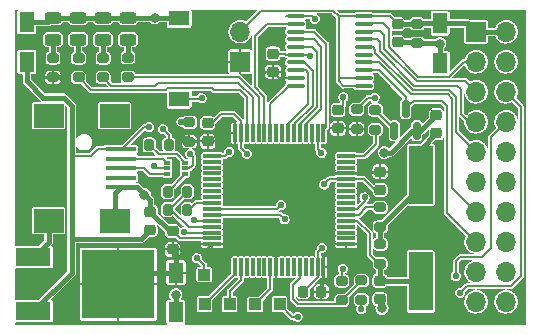
<source format=gbr>
%TF.GenerationSoftware,KiCad,Pcbnew,(6.0.7)*%
%TF.CreationDate,2022-09-02T14:05:42+02:00*%
%TF.ProjectId,blackmagic,626c6163-6b6d-4616-9769-632e6b696361,rev?*%
%TF.SameCoordinates,Original*%
%TF.FileFunction,Copper,L1,Top*%
%TF.FilePolarity,Positive*%
%FSLAX46Y46*%
G04 Gerber Fmt 4.6, Leading zero omitted, Abs format (unit mm)*
G04 Created by KiCad (PCBNEW (6.0.7)) date 2022-09-02 14:05:42*
%MOMM*%
%LPD*%
G01*
G04 APERTURE LIST*
G04 Aperture macros list*
%AMRoundRect*
0 Rectangle with rounded corners*
0 $1 Rounding radius*
0 $2 $3 $4 $5 $6 $7 $8 $9 X,Y pos of 4 corners*
0 Add a 4 corners polygon primitive as box body*
4,1,4,$2,$3,$4,$5,$6,$7,$8,$9,$2,$3,0*
0 Add four circle primitives for the rounded corners*
1,1,$1+$1,$2,$3*
1,1,$1+$1,$4,$5*
1,1,$1+$1,$6,$7*
1,1,$1+$1,$8,$9*
0 Add four rect primitives between the rounded corners*
20,1,$1+$1,$2,$3,$4,$5,0*
20,1,$1+$1,$4,$5,$6,$7,0*
20,1,$1+$1,$6,$7,$8,$9,0*
20,1,$1+$1,$8,$9,$2,$3,0*%
G04 Aperture macros list end*
%TA.AperFunction,SMDPad,CuDef*%
%ADD10R,1.000000X1.000000*%
%TD*%
%TA.AperFunction,SMDPad,CuDef*%
%ADD11R,1.800000X1.250000*%
%TD*%
%TA.AperFunction,SMDPad,CuDef*%
%ADD12R,2.000000X5.000000*%
%TD*%
%TA.AperFunction,SMDPad,CuDef*%
%ADD13RoundRect,0.075000X0.700000X0.075000X-0.700000X0.075000X-0.700000X-0.075000X0.700000X-0.075000X0*%
%TD*%
%TA.AperFunction,SMDPad,CuDef*%
%ADD14RoundRect,0.075000X0.075000X0.700000X-0.075000X0.700000X-0.075000X-0.700000X0.075000X-0.700000X0*%
%TD*%
%TA.AperFunction,SMDPad,CuDef*%
%ADD15R,3.000000X1.600000*%
%TD*%
%TA.AperFunction,SMDPad,CuDef*%
%ADD16R,6.200000X5.800000*%
%TD*%
%TA.AperFunction,SMDPad,CuDef*%
%ADD17R,0.508000X0.300000*%
%TD*%
%TA.AperFunction,SMDPad,CuDef*%
%ADD18RoundRect,0.100000X0.637500X0.100000X-0.637500X0.100000X-0.637500X-0.100000X0.637500X-0.100000X0*%
%TD*%
%TA.AperFunction,SMDPad,CuDef*%
%ADD19RoundRect,0.200000X0.275000X-0.200000X0.275000X0.200000X-0.275000X0.200000X-0.275000X-0.200000X0*%
%TD*%
%TA.AperFunction,SMDPad,CuDef*%
%ADD20RoundRect,0.200000X-0.275000X0.200000X-0.275000X-0.200000X0.275000X-0.200000X0.275000X0.200000X0*%
%TD*%
%TA.AperFunction,SMDPad,CuDef*%
%ADD21RoundRect,0.200000X-0.200000X-0.275000X0.200000X-0.275000X0.200000X0.275000X-0.200000X0.275000X0*%
%TD*%
%TA.AperFunction,SMDPad,CuDef*%
%ADD22RoundRect,0.150000X0.150000X-0.587500X0.150000X0.587500X-0.150000X0.587500X-0.150000X-0.587500X0*%
%TD*%
%TA.AperFunction,ComponentPad*%
%ADD23O,1.700000X1.700000*%
%TD*%
%TA.AperFunction,ComponentPad*%
%ADD24R,1.700000X1.700000*%
%TD*%
%TA.AperFunction,SMDPad,CuDef*%
%ADD25R,2.600000X0.450000*%
%TD*%
%TA.AperFunction,SMDPad,CuDef*%
%ADD26R,2.500000X2.000000*%
%TD*%
%TA.AperFunction,SMDPad,CuDef*%
%ADD27RoundRect,0.243750X0.456250X-0.243750X0.456250X0.243750X-0.456250X0.243750X-0.456250X-0.243750X0*%
%TD*%
%TA.AperFunction,SMDPad,CuDef*%
%ADD28RoundRect,0.225000X0.250000X-0.225000X0.250000X0.225000X-0.250000X0.225000X-0.250000X-0.225000X0*%
%TD*%
%TA.AperFunction,SMDPad,CuDef*%
%ADD29RoundRect,0.225000X-0.250000X0.225000X-0.250000X-0.225000X0.250000X-0.225000X0.250000X0.225000X0*%
%TD*%
%TA.AperFunction,SMDPad,CuDef*%
%ADD30RoundRect,0.225000X0.225000X0.250000X-0.225000X0.250000X-0.225000X-0.250000X0.225000X-0.250000X0*%
%TD*%
%TA.AperFunction,SMDPad,CuDef*%
%ADD31R,1.296000X1.758000*%
%TD*%
%TA.AperFunction,ViaPad*%
%ADD32C,0.558800*%
%TD*%
%TA.AperFunction,ViaPad*%
%ADD33C,0.800000*%
%TD*%
%TA.AperFunction,Conductor*%
%ADD34C,0.200000*%
%TD*%
%TA.AperFunction,Conductor*%
%ADD35C,0.400000*%
%TD*%
G04 APERTURE END LIST*
D10*
%TO.P,TP5,1,1*%
%TO.N,GND*%
X42525000Y-45050000D03*
%TD*%
%TO.P,TP4,1,1*%
%TO.N,Net-(TP4-Pad1)*%
X40450000Y-45075000D03*
%TD*%
%TO.P,TP3,1,1*%
%TO.N,Net-(TP3-Pad1)*%
X38300000Y-45050000D03*
%TD*%
%TO.P,TP2,1,1*%
%TO.N,Net-(U4-Pad49)*%
X36175000Y-45050000D03*
%TD*%
%TO.P,TP1,1,1*%
%TO.N,Net-(U4-Pad46)*%
X36150000Y-42575000D03*
%TD*%
D11*
%TO.P,S1,1,1*%
%TO.N,Net-(R14-Pad2)*%
X34025000Y-27725000D03*
%TO.P,S1,2,2*%
%TO.N,GND*%
X34025000Y-20875000D03*
%TD*%
D12*
%TO.P,X1,1,1*%
%TO.N,Net-(C3-Pad1)*%
X54500000Y-34135000D03*
%TO.P,X1,2,2*%
%TO.N,Net-(C4-Pad1)*%
X54500000Y-43135000D03*
%TD*%
D13*
%TO.P,U4,1,VBAT*%
%TO.N,+3V3*%
X48175000Y-40000000D03*
%TO.P,U4,2,PC13*%
%TO.N,unconnected-(U4-Pad2)*%
X48175000Y-39500000D03*
%TO.P,U4,3,PC14*%
%TO.N,unconnected-(U4-Pad3)*%
X48175000Y-39000000D03*
%TO.P,U4,4,PC15*%
%TO.N,unconnected-(U4-Pad4)*%
X48175000Y-38500000D03*
%TO.P,U4,5,PD0_0SC_IN*%
%TO.N,Net-(C4-Pad1)*%
X48175000Y-38000000D03*
%TO.P,U4,6,PD1_OSC_OUT*%
%TO.N,Net-(R7-Pad1)*%
X48175000Y-37500000D03*
%TO.P,U4,7,NRST*%
%TO.N,Net-(R5-Pad1)*%
X48175000Y-37000000D03*
%TO.P,U4,8,PC0*%
%TO.N,unconnected-(U4-Pad8)*%
X48175000Y-36500000D03*
%TO.P,U4,9,PC1*%
%TO.N,unconnected-(U4-Pad9)*%
X48175000Y-36000000D03*
%TO.P,U4,10,PC2*%
%TO.N,unconnected-(U4-Pad10)*%
X48175000Y-35500000D03*
%TO.P,U4,11,PC3*%
%TO.N,unconnected-(U4-Pad11)*%
X48175000Y-35000000D03*
%TO.P,U4,12,VSSA*%
%TO.N,GND*%
X48175000Y-34500000D03*
%TO.P,U4,13,VDDA*%
%TO.N,+3V3*%
X48175000Y-34000000D03*
%TO.P,U4,14,PA0*%
%TO.N,unconnected-(U4-Pad14)*%
X48175000Y-33500000D03*
%TO.P,U4,15,PA1*%
%TO.N,unconnected-(U4-Pad15)*%
X48175000Y-33000000D03*
%TO.P,U4,16,PA2*%
%TO.N,/xnSRST_OUT*%
X48175000Y-32500000D03*
D14*
%TO.P,U4,17,PA3*%
%TO.N,/xTDI*%
X46250000Y-30575000D03*
%TO.P,U4,18,VSS_4*%
%TO.N,GND*%
X45750000Y-30575000D03*
%TO.P,U4,19,VDD_4*%
%TO.N,+3V3*%
X45250000Y-30575000D03*
%TO.P,U4,20,PA4*%
%TO.N,/xTMS*%
X44750000Y-30575000D03*
%TO.P,U4,21,PA5*%
%TO.N,/xTCK*%
X44250000Y-30575000D03*
%TO.P,U4,22,PA6*%
%TO.N,/xTDO*%
X43750000Y-30575000D03*
%TO.P,U4,23,PA7*%
%TO.N,/xnSRST*%
X43250000Y-30575000D03*
%TO.P,U4,24,PC4*%
%TO.N,unconnected-(U4-Pad24)*%
X42750000Y-30575000D03*
%TO.P,U4,25,PC5*%
%TO.N,unconnected-(U4-Pad25)*%
X42250000Y-30575000D03*
%TO.P,U4,26,PB0*%
%TO.N,/xTPWR*%
X41750000Y-30575000D03*
%TO.P,U4,27,PB1*%
%TO.N,/xnTRST*%
X41250000Y-30575000D03*
%TO.P,U4,28,BOOT1_PB2*%
%TO.N,/LED0*%
X40750000Y-30575000D03*
%TO.P,U4,29,PB10*%
%TO.N,/LED1*%
X40250000Y-30575000D03*
%TO.P,U4,30,PB11*%
%TO.N,/LED2*%
X39750000Y-30575000D03*
%TO.P,U4,31,VSS_1*%
%TO.N,GND*%
X39250000Y-30575000D03*
%TO.P,U4,32,VDD_1*%
%TO.N,+3V3*%
X38750000Y-30575000D03*
D13*
%TO.P,U4,33,PB12*%
%TO.N,Net-(R14-Pad2)*%
X36825000Y-32500000D03*
%TO.P,U4,34,PB13*%
%TO.N,unconnected-(U4-Pad34)*%
X36825000Y-33000000D03*
%TO.P,U4,35,PB14*%
%TO.N,unconnected-(U4-Pad35)*%
X36825000Y-33500000D03*
%TO.P,U4,36,PB15*%
%TO.N,unconnected-(U4-Pad36)*%
X36825000Y-34000000D03*
%TO.P,U4,37,PC6*%
%TO.N,unconnected-(U4-Pad37)*%
X36825000Y-34500000D03*
%TO.P,U4,38,PC7*%
%TO.N,unconnected-(U4-Pad38)*%
X36825000Y-35000000D03*
%TO.P,U4,39,PC8*%
%TO.N,unconnected-(U4-Pad39)*%
X36825000Y-35500000D03*
%TO.P,U4,40,PC9*%
%TO.N,unconnected-(U4-Pad40)*%
X36825000Y-36000000D03*
%TO.P,U4,41,PA8*%
%TO.N,/USB_PU*%
X36825000Y-36500000D03*
%TO.P,U4,42,PA9_UART1_TX*%
%TO.N,/U1TX*%
X36825000Y-37000000D03*
%TO.P,U4,43,PA10_UART1_RX*%
%TO.N,/U1RX*%
X36825000Y-37500000D03*
%TO.P,U4,44,PA11_USB_DM*%
%TO.N,/USB_DM*%
X36825000Y-38000000D03*
%TO.P,U4,45,PA12_USB_DP*%
%TO.N,/USB_DP*%
X36825000Y-38500000D03*
%TO.P,U4,46,PA13_JTMS*%
%TO.N,Net-(U4-Pad46)*%
X36825000Y-39000000D03*
%TO.P,U4,47,VSS_2*%
%TO.N,GND*%
X36825000Y-39500000D03*
%TO.P,U4,48,VDD_2*%
%TO.N,+3V3*%
X36825000Y-40000000D03*
D14*
%TO.P,U4,49,PA14_JTCK*%
%TO.N,Net-(U4-Pad49)*%
X38750000Y-41925000D03*
%TO.P,U4,50,PA15_JTDI*%
%TO.N,Net-(TP3-Pad1)*%
X39250000Y-41925000D03*
%TO.P,U4,51,PC10*%
%TO.N,unconnected-(U4-Pad51)*%
X39750000Y-41925000D03*
%TO.P,U4,52,PC11*%
%TO.N,unconnected-(U4-Pad52)*%
X40250000Y-41925000D03*
%TO.P,U4,53,PC12*%
%TO.N,unconnected-(U4-Pad53)*%
X40750000Y-41925000D03*
%TO.P,U4,54,PD2*%
%TO.N,unconnected-(U4-Pad54)*%
X41250000Y-41925000D03*
%TO.P,U4,55,JTDO_PB3*%
%TO.N,Net-(TP4-Pad1)*%
X41750000Y-41925000D03*
%TO.P,U4,56,NJTRST_PB4*%
%TO.N,+3V3*%
X42250000Y-41925000D03*
%TO.P,U4,57,PB5*%
%TO.N,unconnected-(U4-Pad57)*%
X42750000Y-41925000D03*
%TO.P,U4,58,PB6*%
%TO.N,unconnected-(U4-Pad58)*%
X43250000Y-41925000D03*
%TO.P,U4,59,PB7*%
%TO.N,unconnected-(U4-Pad59)*%
X43750000Y-41925000D03*
%TO.P,U4,60,BOOT*%
%TO.N,Net-(R12-Pad2)*%
X44250000Y-41925000D03*
%TO.P,U4,61,PB8*%
%TO.N,unconnected-(U4-Pad61)*%
X44750000Y-41925000D03*
%TO.P,U4,62,PB9*%
%TO.N,unconnected-(U4-Pad62)*%
X45250000Y-41925000D03*
%TO.P,U4,63,VSS_3*%
%TO.N,GND*%
X45750000Y-41925000D03*
%TO.P,U4,64,VDD_3*%
%TO.N,+3V3*%
X46250000Y-41925000D03*
%TD*%
D15*
%TO.P,U3,1,GND*%
%TO.N,GND*%
X21695000Y-41090000D03*
%TO.P,U3,3,IN*%
%TO.N,+5V*%
X21695000Y-45660000D03*
D16*
%TO.P,U3,4,OUT*%
%TO.N,+3V3*%
X28875000Y-43375000D03*
%TD*%
D17*
%TO.P,U2,1,I/O1*%
%TO.N,Net-(J2-Pad2)*%
X33025000Y-33075000D03*
%TO.P,U2,2,GND*%
%TO.N,GND*%
X33025000Y-33575000D03*
%TO.P,U2,3,I/O2*%
%TO.N,Net-(J2-Pad3)*%
X33025000Y-34075000D03*
%TO.P,U2,4,I/O2*%
%TO.N,Net-(R3-Pad1)*%
X34525000Y-34075000D03*
%TO.P,U2,5,VBUS*%
%TO.N,+5V*%
X34525000Y-33575000D03*
%TO.P,U2,6,I/O1*%
%TO.N,Net-(R2-Pad1)*%
X34525000Y-33075000D03*
%TD*%
D18*
%TO.P,U1,1,A1*%
%TO.N,Net-(C1-Pad1)*%
X49637500Y-26550000D03*
%TO.P,U1,2,VCCA*%
X49637500Y-25900000D03*
%TO.P,U1,3,A2*%
%TO.N,Net-(J1-Pad15)*%
X49637500Y-25250000D03*
%TO.P,U1,4,A3*%
%TO.N,Net-(J1-Pad13)*%
X49637500Y-24600000D03*
%TO.P,U1,5,A4*%
%TO.N,unconnected-(U1-Pad5)*%
X49637500Y-23950000D03*
%TO.P,U1,6,A5*%
%TO.N,Net-(J1-Pad9)*%
X49637500Y-23300000D03*
%TO.P,U1,7,A6*%
%TO.N,Net-(J1-Pad7)*%
X49637500Y-22650000D03*
%TO.P,U1,8,A7*%
%TO.N,Net-(J1-Pad5)*%
X49637500Y-22000000D03*
%TO.P,U1,9,A8*%
%TO.N,Net-(J1-Pad3)*%
X49637500Y-21350000D03*
%TO.P,U1,10,OE*%
%TO.N,Net-(C1-Pad1)*%
X49637500Y-20700000D03*
%TO.P,U1,11,GND*%
%TO.N,GND*%
X43912500Y-20700000D03*
%TO.P,U1,12,B8*%
%TO.N,/xnTRST*%
X43912500Y-21350000D03*
%TO.P,U1,13,B7*%
%TO.N,/xTDI*%
X43912500Y-22000000D03*
%TO.P,U1,14,B6*%
%TO.N,/xTMS*%
X43912500Y-22650000D03*
%TO.P,U1,15,B5*%
%TO.N,/xTCK*%
X43912500Y-23300000D03*
%TO.P,U1,16,B4*%
%TO.N,GND*%
X43912500Y-23950000D03*
%TO.P,U1,17,B3*%
%TO.N,/xTDO*%
X43912500Y-24600000D03*
%TO.P,U1,18,B2*%
%TO.N,/xnSRST*%
X43912500Y-25250000D03*
%TO.P,U1,19,VCCB*%
%TO.N,+3V3*%
X43912500Y-25900000D03*
%TO.P,U1,20,B1*%
%TO.N,/xTPWR*%
X43912500Y-26550000D03*
%TD*%
D19*
%TO.P,R15,1*%
%TO.N,/xnSRST_OUT*%
X50650000Y-30275000D03*
%TO.P,R15,2*%
%TO.N,Net-(Q1-Pad1)*%
X50650000Y-28625000D03*
%TD*%
%TO.P,R14,1*%
%TO.N,+3V3*%
X34900000Y-31300000D03*
%TO.P,R14,2*%
%TO.N,Net-(R14-Pad2)*%
X34900000Y-29650000D03*
%TD*%
%TO.P,R13,1*%
%TO.N,Net-(R12-Pad2)*%
X47800000Y-44750000D03*
%TO.P,R13,2*%
%TO.N,GND*%
X47800000Y-43100000D03*
%TD*%
%TO.P,R12,2*%
%TO.N,Net-(R12-Pad2)*%
X49450000Y-43050000D03*
%TO.P,R12,1*%
%TO.N,/BOOT0*%
X49450000Y-44700000D03*
%TD*%
%TO.P,R11,1,1*%
%TO.N,/LED0*%
X29695000Y-25845000D03*
%TO.P,R11,2,2*%
%TO.N,Net-(D4-Pad1)*%
X29695000Y-24195000D03*
%TD*%
%TO.P,R10,1,1*%
%TO.N,/LED1*%
X27595000Y-25870000D03*
%TO.P,R10,2,2*%
%TO.N,Net-(D3-Pad1)*%
X27595000Y-24220000D03*
%TD*%
%TO.P,R9,1,1*%
%TO.N,/LED2*%
X25520000Y-25870000D03*
%TO.P,R9,2,2*%
%TO.N,Net-(D2-Pad1)*%
X25520000Y-24220000D03*
%TD*%
%TO.P,R8,1,1*%
%TO.N,+3V3*%
X23345000Y-25870000D03*
%TO.P,R8,2,2*%
%TO.N,Net-(D1-Pad1)*%
X23345000Y-24220000D03*
%TD*%
D20*
%TO.P,R7,1*%
%TO.N,Net-(R7-Pad1)*%
X51050000Y-36875000D03*
%TO.P,R7,2*%
%TO.N,Net-(C3-Pad1)*%
X51050000Y-38525000D03*
%TD*%
%TO.P,R6,1*%
%TO.N,Net-(C3-Pad1)*%
X51050000Y-39975000D03*
%TO.P,R6,2*%
%TO.N,Net-(C4-Pad1)*%
X51050000Y-41625000D03*
%TD*%
%TO.P,R5,1*%
%TO.N,Net-(R5-Pad1)*%
X49050000Y-28575000D03*
%TO.P,R5,2*%
%TO.N,+3V3*%
X49050000Y-30225000D03*
%TD*%
D21*
%TO.P,R4,2*%
%TO.N,/USB_PU*%
X34725000Y-37050000D03*
%TO.P,R4,1*%
%TO.N,/USB_DP*%
X33075000Y-37050000D03*
%TD*%
%TO.P,R3,1*%
%TO.N,Net-(R3-Pad1)*%
X33075000Y-35525000D03*
%TO.P,R3,2*%
%TO.N,/USB_DP*%
X34725000Y-35525000D03*
%TD*%
%TO.P,R2,1*%
%TO.N,Net-(R2-Pad1)*%
X31500000Y-31575000D03*
%TO.P,R2,2*%
%TO.N,/USB_DM*%
X33150000Y-31575000D03*
%TD*%
D20*
%TO.P,R1,1*%
%TO.N,Net-(C1-Pad1)*%
X54175000Y-21325000D03*
%TO.P,R1,2*%
%TO.N,GND*%
X54175000Y-22975000D03*
%TD*%
D22*
%TO.P,Q1,1,B*%
%TO.N,Net-(Q1-Pad1)*%
X52250000Y-30387500D03*
%TO.P,Q1,2,E*%
%TO.N,GND*%
X54150000Y-30387500D03*
%TO.P,Q1,3,C*%
%TO.N,Net-(J1-Pad15)*%
X53200000Y-28512500D03*
%TD*%
D23*
%TO.P,J3,2,Pin_2*%
%TO.N,Net-(C1-Pad1)*%
X39200000Y-21985000D03*
D24*
%TO.P,J3,1,Pin_1*%
%TO.N,+3V3*%
X39200000Y-24525000D03*
%TD*%
D25*
%TO.P,J2,1,VBUS*%
%TO.N,+5V*%
X29075000Y-31950000D03*
%TO.P,J2,2,D-*%
%TO.N,Net-(J2-Pad2)*%
X29075000Y-32750000D03*
%TO.P,J2,3,D+*%
%TO.N,Net-(J2-Pad3)*%
X29075000Y-33550000D03*
%TO.P,J2,4,ID*%
%TO.N,unconnected-(J2-Pad4)*%
X29075000Y-34350000D03*
%TO.P,J2,5,GND*%
%TO.N,GND*%
X29075000Y-35150000D03*
D26*
%TO.P,J2,6,GND*%
X28567000Y-29105000D03*
%TO.P,J2,7,GND*%
X22979000Y-29105000D03*
%TO.P,J2,8,GND*%
X28567000Y-37995000D03*
%TO.P,J2,9,GND*%
X22979000Y-37995000D03*
%TD*%
D24*
%TO.P,J1,1,Pin_1*%
%TO.N,Net-(C1-Pad1)*%
X59175000Y-22000000D03*
D23*
%TO.P,J1,2,Pin_2*%
X61715000Y-22000000D03*
%TO.P,J1,3,Pin_3*%
%TO.N,Net-(J1-Pad3)*%
X59175000Y-24540000D03*
%TO.P,J1,4,Pin_4*%
%TO.N,/U1RX*%
X61715000Y-24540000D03*
%TO.P,J1,5,Pin_5*%
%TO.N,Net-(J1-Pad5)*%
X59175000Y-27080000D03*
%TO.P,J1,6,Pin_6*%
%TO.N,/U1TX*%
X61715000Y-27080000D03*
%TO.P,J1,7,Pin_7*%
%TO.N,Net-(J1-Pad7)*%
X59175000Y-29620000D03*
%TO.P,J1,8,Pin_8*%
%TO.N,/BOOT0*%
X61715000Y-29620000D03*
%TO.P,J1,9,Pin_9*%
%TO.N,Net-(J1-Pad9)*%
X59175000Y-32160000D03*
%TO.P,J1,10,Pin_10*%
%TO.N,GND*%
X61715000Y-32160000D03*
%TO.P,J1,11,Pin_11*%
%TO.N,unconnected-(J1-Pad11)*%
X59175000Y-34700000D03*
%TO.P,J1,12,Pin_12*%
%TO.N,GND*%
X61715000Y-34700000D03*
%TO.P,J1,13,Pin_13*%
%TO.N,Net-(J1-Pad13)*%
X59175000Y-37240000D03*
%TO.P,J1,14,Pin_14*%
%TO.N,GND*%
X61715000Y-37240000D03*
%TO.P,J1,15,Pin_15*%
%TO.N,Net-(J1-Pad15)*%
X59175000Y-39780000D03*
%TO.P,J1,16,Pin_16*%
%TO.N,GND*%
X61715000Y-39780000D03*
%TO.P,J1,17,Pin_17*%
%TO.N,unconnected-(J1-Pad17)*%
X59175000Y-42320000D03*
%TO.P,J1,18,Pin_18*%
%TO.N,GND*%
X61715000Y-42320000D03*
%TO.P,J1,19,Pin_19*%
%TO.N,unconnected-(J1-Pad19)*%
X59175000Y-44860000D03*
%TO.P,J1,20,Pin_20*%
%TO.N,GND*%
X61715000Y-44860000D03*
%TD*%
D27*
%TO.P,D4,1,A*%
%TO.N,Net-(D4-Pad1)*%
X29695000Y-22682500D03*
%TO.P,D4,2,C*%
%TO.N,GND*%
X29695000Y-20807500D03*
%TD*%
%TO.P,D3,1,A*%
%TO.N,Net-(D3-Pad1)*%
X27595000Y-22682500D03*
%TO.P,D3,2,C*%
%TO.N,GND*%
X27595000Y-20807500D03*
%TD*%
%TO.P,D2,1,A*%
%TO.N,Net-(D2-Pad1)*%
X25470000Y-22682500D03*
%TO.P,D2,2,C*%
%TO.N,GND*%
X25470000Y-20807500D03*
%TD*%
%TO.P,D1,1,A*%
%TO.N,Net-(D1-Pad1)*%
X23345000Y-22682500D03*
%TO.P,D1,2,C*%
%TO.N,GND*%
X23345000Y-20807500D03*
%TD*%
D28*
%TO.P,C13,1,1*%
%TO.N,+3V3*%
X41975000Y-25400000D03*
%TO.P,C13,2,2*%
%TO.N,GND*%
X41975000Y-23850000D03*
%TD*%
%TO.P,C12,1,1*%
%TO.N,+3V3*%
X33475000Y-40425000D03*
%TO.P,C12,2,2*%
%TO.N,GND*%
X33475000Y-38875000D03*
%TD*%
%TO.P,C11,1,1*%
%TO.N,+3V3*%
X47475000Y-30175000D03*
%TO.P,C11,2,2*%
%TO.N,GND*%
X47475000Y-28625000D03*
%TD*%
D29*
%TO.P,C10,1,1*%
%TO.N,+3V3*%
X51050000Y-33850000D03*
%TO.P,C10,2,2*%
%TO.N,GND*%
X51050000Y-35400000D03*
%TD*%
D30*
%TO.P,C9,1,1*%
%TO.N,+3V3*%
X46075000Y-44000000D03*
%TO.P,C9,2,2*%
%TO.N,GND*%
X44525000Y-44000000D03*
%TD*%
D28*
%TO.P,C8,1,1*%
%TO.N,+3V3*%
X36450000Y-31275000D03*
%TO.P,C8,2,2*%
%TO.N,GND*%
X36450000Y-29725000D03*
%TD*%
%TO.P,C7,1,1*%
%TO.N,+5V*%
X31575000Y-38775000D03*
%TO.P,C7,2,2*%
%TO.N,GND*%
X31575000Y-37225000D03*
%TD*%
D31*
%TO.P,C6,1*%
%TO.N,+3V3*%
X33750000Y-42388500D03*
%TO.P,C6,2*%
%TO.N,GND*%
X33750000Y-45761500D03*
%TD*%
%TO.P,C5,1*%
%TO.N,+5V*%
X21125000Y-24561500D03*
%TO.P,C5,2*%
%TO.N,GND*%
X21125000Y-21188500D03*
%TD*%
D29*
%TO.P,C4,1*%
%TO.N,Net-(C4-Pad1)*%
X51025000Y-43075000D03*
%TO.P,C4,2*%
%TO.N,GND*%
X51025000Y-44625000D03*
%TD*%
D28*
%TO.P,C3,1*%
%TO.N,Net-(C3-Pad1)*%
X55800000Y-30600000D03*
%TO.P,C3,2*%
%TO.N,GND*%
X55800000Y-29050000D03*
%TD*%
D29*
%TO.P,C2,1*%
%TO.N,Net-(C1-Pad1)*%
X52525000Y-21350000D03*
%TO.P,C2,2*%
%TO.N,GND*%
X52525000Y-22900000D03*
%TD*%
D31*
%TO.P,C1,1*%
%TO.N,Net-(C1-Pad1)*%
X56125000Y-21288500D03*
%TO.P,C1,2*%
%TO.N,GND*%
X56125000Y-24661500D03*
%TD*%
D32*
%TO.N,GND*%
X46125000Y-40275000D03*
X39750000Y-32325000D03*
D33*
X31075000Y-35800000D03*
X22979000Y-37995000D03*
X28625000Y-29075000D03*
X23000000Y-29150000D03*
X51400000Y-32225000D03*
D32*
X47925000Y-27550000D03*
X31925000Y-33350000D03*
X44050000Y-46125000D03*
%TO.N,Net-(U4-Pad46)*%
X35550000Y-41175000D03*
%TO.N,Net-(R14-Pad2)*%
X38275000Y-32175000D03*
X34225000Y-29600000D03*
X35925000Y-27625000D03*
%TO.N,GND*%
X46325000Y-34925000D03*
X46075000Y-32250000D03*
%TO.N,Net-(R5-Pad1)*%
X49725000Y-36025000D03*
%TO.N,/BOOT0*%
X57450000Y-42675000D03*
D33*
%TO.N,GND*%
X51200000Y-45400000D03*
D32*
%TO.N,/BOOT0*%
X49450000Y-45475000D03*
%TO.N,GND*%
X47875000Y-42075000D03*
%TO.N,/USB_DM*%
X35275000Y-37975000D03*
%TO.N,/U1TX*%
X42650000Y-36675000D03*
%TO.N,+3V3*%
X41050000Y-25700000D03*
%TO.N,Net-(U4-Pad46)*%
X34475000Y-38925000D03*
%TO.N,/U1RX*%
X42950000Y-37875000D03*
%TO.N,+5V*%
X34975000Y-32350000D03*
%TO.N,/USB_DM*%
X32650000Y-30250000D03*
D33*
%TO.N,GND*%
X33750000Y-44275000D03*
D32*
%TO.N,+5V*%
X31475000Y-30075000D03*
D33*
%TO.N,GND*%
X31942500Y-20807500D03*
%TO.N,+3V3*%
X37950000Y-27650000D03*
D32*
%TO.N,GND*%
X45100000Y-24025000D03*
%TO.N,Net-(R5-Pad1)*%
X50575000Y-27600000D03*
%TO.N,/U1TX*%
X57825000Y-44100000D03*
D33*
%TO.N,GND*%
X56100000Y-23000000D03*
D32*
X45500000Y-20900000D03*
%TD*%
D34*
%TO.N,GND*%
X45750000Y-40650000D02*
X46125000Y-40275000D01*
X45750000Y-41925000D02*
X45750000Y-40650000D01*
D35*
X33225000Y-38875000D02*
X33475000Y-38875000D01*
X31575000Y-37225000D02*
X33225000Y-38875000D01*
D34*
%TO.N,/USB_DP*%
X33200000Y-37050000D02*
X34725000Y-35525000D01*
X33075000Y-37050000D02*
X33200000Y-37050000D01*
%TO.N,Net-(R3-Pad1)*%
X33075000Y-35525000D02*
X34525000Y-34075000D01*
%TO.N,GND*%
X39250000Y-31825000D02*
X39750000Y-32325000D01*
X39250000Y-30575000D02*
X39250000Y-31825000D01*
X47800000Y-42150000D02*
X47875000Y-42075000D01*
X47800000Y-43100000D02*
X47800000Y-42150000D01*
D35*
X51925000Y-32225000D02*
X51400000Y-32225000D01*
X53762500Y-30387500D02*
X51925000Y-32225000D01*
X54150000Y-30387500D02*
X53762500Y-30387500D01*
X54150000Y-30387500D02*
X54462500Y-30387500D01*
X54462500Y-30387500D02*
X55800000Y-29050000D01*
D34*
X47925000Y-28175000D02*
X47925000Y-27550000D01*
X47475000Y-28625000D02*
X47925000Y-28175000D01*
X32150000Y-33575000D02*
X31925000Y-33350000D01*
X33025000Y-33575000D02*
X32150000Y-33575000D01*
X43600000Y-46125000D02*
X44050000Y-46125000D01*
X42525000Y-45050000D02*
X43600000Y-46125000D01*
%TO.N,Net-(TP4-Pad1)*%
X40450000Y-45075000D02*
X41750000Y-43775000D01*
X41750000Y-43775000D02*
X41750000Y-41925000D01*
%TO.N,Net-(TP3-Pad1)*%
X39250000Y-43000000D02*
X39250000Y-41925000D01*
X38300000Y-43950000D02*
X39250000Y-43000000D01*
X38300000Y-45050000D02*
X38300000Y-43950000D01*
%TO.N,Net-(U4-Pad49)*%
X38750000Y-42475000D02*
X38750000Y-41925000D01*
X36175000Y-45050000D02*
X38750000Y-42475000D01*
%TO.N,Net-(U4-Pad46)*%
X36150000Y-41775000D02*
X35550000Y-41175000D01*
X36150000Y-42575000D02*
X36150000Y-41775000D01*
%TO.N,Net-(R12-Pad2)*%
X43650000Y-43425000D02*
X44250000Y-42825000D01*
X43650000Y-44600000D02*
X43650000Y-43425000D01*
X44250000Y-42825000D02*
X44250000Y-41925000D01*
X44100000Y-45050000D02*
X43650000Y-44600000D01*
X47500000Y-45050000D02*
X44100000Y-45050000D01*
X47800000Y-44750000D02*
X47500000Y-45050000D01*
%TO.N,Net-(R14-Pad2)*%
X37950000Y-32500000D02*
X38275000Y-32175000D01*
X36825000Y-32500000D02*
X37950000Y-32500000D01*
X34275000Y-29650000D02*
X34225000Y-29600000D01*
X34900000Y-29650000D02*
X34275000Y-29650000D01*
X35825000Y-27725000D02*
X35925000Y-27625000D01*
X34025000Y-27725000D02*
X35825000Y-27725000D01*
D35*
%TO.N,+3V3*%
X34600000Y-31000000D02*
X34900000Y-31300000D01*
X34300000Y-31000000D02*
X34600000Y-31000000D01*
X33150000Y-28775000D02*
X33150000Y-29850000D01*
X33150000Y-29850000D02*
X34300000Y-31000000D01*
D34*
%TO.N,GND*%
X46750000Y-34500000D02*
X46325000Y-34925000D01*
X48175000Y-34500000D02*
X46750000Y-34500000D01*
X45750000Y-31925000D02*
X46075000Y-32250000D01*
X45750000Y-30575000D02*
X45750000Y-31925000D01*
%TO.N,Net-(R5-Pad1)*%
X49725000Y-36350000D02*
X49725000Y-36025000D01*
X49700000Y-36375000D02*
X49725000Y-36350000D01*
X49075000Y-37000000D02*
X49700000Y-36375000D01*
X48175000Y-37000000D02*
X49075000Y-37000000D01*
%TO.N,Net-(C4-Pad1)*%
X50925000Y-41625000D02*
X51050000Y-41625000D01*
X50200000Y-40900000D02*
X50925000Y-41625000D01*
X49125000Y-38000000D02*
X50200000Y-39075000D01*
X50200000Y-39075000D02*
X50200000Y-40900000D01*
X48175000Y-38000000D02*
X49125000Y-38000000D01*
D35*
X51050000Y-43050000D02*
X51025000Y-43075000D01*
X51050000Y-41625000D02*
X51050000Y-43050000D01*
X51085000Y-43135000D02*
X54500000Y-43135000D01*
X51025000Y-43075000D02*
X51085000Y-43135000D01*
%TO.N,GND*%
X51025000Y-45225000D02*
X51025000Y-44625000D01*
X51200000Y-45400000D02*
X51025000Y-45225000D01*
D34*
%TO.N,/BOOT0*%
X49450000Y-45475000D02*
X49450000Y-44700000D01*
%TO.N,Net-(R12-Pad2)*%
X49450000Y-43100000D02*
X49450000Y-43050000D01*
X47800000Y-44750000D02*
X49450000Y-43100000D01*
%TO.N,GND*%
X47875000Y-42075000D02*
X47775000Y-42175000D01*
%TO.N,/BOOT0*%
X57825000Y-41075000D02*
X57450000Y-41450000D01*
X59675000Y-41075000D02*
X57825000Y-41075000D01*
X59825000Y-40925000D02*
X59675000Y-41075000D01*
X57450000Y-41450000D02*
X57450000Y-42675000D01*
X60425000Y-40325000D02*
X59825000Y-40925000D01*
X60425000Y-40050000D02*
X60425000Y-40325000D01*
X61715000Y-29620000D02*
X60425000Y-30910000D01*
X60425000Y-30910000D02*
X60425000Y-40050000D01*
D35*
%TO.N,Net-(C3-Pad1)*%
X51050000Y-39975000D02*
X51050000Y-38525000D01*
X54500000Y-35075000D02*
X54500000Y-34135000D01*
X51050000Y-38525000D02*
X54500000Y-35075000D01*
D34*
%TO.N,Net-(R7-Pad1)*%
X49250000Y-37500000D02*
X48175000Y-37500000D01*
X49875000Y-36875000D02*
X49250000Y-37500000D01*
X51050000Y-36875000D02*
X49875000Y-36875000D01*
%TO.N,GND*%
X49650000Y-34475000D02*
X48200000Y-34475000D01*
X50575000Y-35400000D02*
X49650000Y-34475000D01*
X48200000Y-34475000D02*
X48175000Y-34500000D01*
X51050000Y-35400000D02*
X50575000Y-35400000D01*
%TO.N,+3V3*%
X50900000Y-34000000D02*
X51050000Y-33850000D01*
X48175000Y-34000000D02*
X50900000Y-34000000D01*
X34925000Y-31275000D02*
X34900000Y-31300000D01*
X36450000Y-31275000D02*
X34925000Y-31275000D01*
D35*
X33150000Y-28775000D02*
X36825000Y-28775000D01*
X32800000Y-28775000D02*
X33150000Y-28775000D01*
D34*
%TO.N,/USB_DM*%
X33150000Y-30750000D02*
X33150000Y-31575000D01*
X32650000Y-30250000D02*
X33150000Y-30750000D01*
X35300000Y-38000000D02*
X35275000Y-37975000D01*
X36825000Y-38000000D02*
X35300000Y-38000000D01*
%TO.N,Net-(U4-Pad46)*%
X34550000Y-39000000D02*
X36825000Y-39000000D01*
X34475000Y-38925000D02*
X34550000Y-39000000D01*
%TO.N,/USB_DP*%
X36800000Y-38525000D02*
X36825000Y-38500000D01*
X34825000Y-38525000D02*
X36800000Y-38525000D01*
X33075000Y-37250000D02*
X33550000Y-37250000D01*
X33550000Y-37250000D02*
X34825000Y-38525000D01*
%TO.N,/U1TX*%
X42325000Y-37000000D02*
X42650000Y-36675000D01*
X36825000Y-37000000D02*
X42325000Y-37000000D01*
%TO.N,/U1RX*%
X42575000Y-37500000D02*
X36825000Y-37500000D01*
X42950000Y-37875000D02*
X42575000Y-37500000D01*
D35*
%TO.N,GND*%
X22979000Y-39806000D02*
X21695000Y-41090000D01*
X22979000Y-37995000D02*
X22979000Y-39806000D01*
X22964000Y-21188500D02*
X23345000Y-20807500D01*
X21125000Y-21188500D02*
X22964000Y-21188500D01*
D34*
X45750000Y-41925000D02*
X45750000Y-42775000D01*
X45750000Y-42775000D02*
X44525000Y-44000000D01*
%TO.N,+3V3*%
X46250000Y-43825000D02*
X46250000Y-41925000D01*
X46075000Y-44000000D02*
X46250000Y-43825000D01*
%TO.N,GND*%
X38650000Y-28950000D02*
X39250000Y-29550000D01*
X39250000Y-29550000D02*
X39250000Y-30575000D01*
X37600000Y-28950000D02*
X38650000Y-28950000D01*
X36450000Y-29725000D02*
X36825000Y-29725000D01*
X36825000Y-29725000D02*
X37600000Y-28950000D01*
%TO.N,+3V3*%
X38725000Y-30550000D02*
X38750000Y-30575000D01*
X37400000Y-30550000D02*
X38725000Y-30550000D01*
X36675000Y-31275000D02*
X37400000Y-30550000D01*
X36450000Y-31275000D02*
X36675000Y-31275000D01*
%TO.N,/xTCK*%
X45275000Y-23300000D02*
X43912500Y-23300000D01*
X45700000Y-28375000D02*
X45700000Y-23725000D01*
X44250000Y-29825000D02*
X45700000Y-28375000D01*
X44250000Y-30575000D02*
X44250000Y-29825000D01*
X45700000Y-23725000D02*
X45275000Y-23300000D01*
%TO.N,/xTMS*%
X45475000Y-22650000D02*
X43912500Y-22650000D01*
X46075000Y-28500000D02*
X46075000Y-23250000D01*
X46075000Y-23250000D02*
X45475000Y-22650000D01*
X44750000Y-30575000D02*
X44750000Y-29825000D01*
X44750000Y-29825000D02*
X46075000Y-28500000D01*
%TO.N,/xTDI*%
X45450000Y-22000000D02*
X43912500Y-22000000D01*
X46500000Y-23050000D02*
X45450000Y-22000000D01*
X46500000Y-30050000D02*
X46500000Y-23050000D01*
X46250000Y-30300000D02*
X46500000Y-30050000D01*
X46250000Y-30575000D02*
X46250000Y-30300000D01*
%TO.N,GND*%
X42962500Y-23850000D02*
X41975000Y-23850000D01*
%TO.N,+3V3*%
X41350000Y-25400000D02*
X41050000Y-25700000D01*
X41975000Y-25400000D02*
X41350000Y-25400000D01*
X42475000Y-25900000D02*
X43912500Y-25900000D01*
X41975000Y-25400000D02*
X42475000Y-25900000D01*
%TO.N,/xnTRST*%
X43887500Y-21325000D02*
X43912500Y-21350000D01*
X41425000Y-21325000D02*
X43887500Y-21325000D01*
X40425000Y-26675000D02*
X40425000Y-22325000D01*
X41250000Y-27500000D02*
X40425000Y-26675000D01*
X40425000Y-22325000D02*
X41425000Y-21325000D01*
X41250000Y-30575000D02*
X41250000Y-27500000D01*
%TO.N,Net-(C1-Pad1)*%
X47050000Y-20200000D02*
X47525000Y-20675000D01*
X40985000Y-20200000D02*
X47050000Y-20200000D01*
X39350000Y-21835000D02*
X40985000Y-20200000D01*
%TO.N,+3V3*%
X36425000Y-40400000D02*
X36825000Y-40000000D01*
X33500000Y-40400000D02*
X36425000Y-40400000D01*
X33475000Y-40425000D02*
X33500000Y-40400000D01*
%TO.N,+5V*%
X35175000Y-32550000D02*
X34975000Y-32350000D01*
X35175000Y-32600000D02*
X35175000Y-32550000D01*
X35175000Y-33300000D02*
X35175000Y-32600000D01*
X35150000Y-33325000D02*
X35175000Y-33300000D01*
X34900000Y-33575000D02*
X35150000Y-33325000D01*
X34525000Y-33575000D02*
X34900000Y-33575000D01*
%TO.N,Net-(R2-Pad1)*%
X32300000Y-32375000D02*
X31500000Y-31575000D01*
X33825000Y-32375000D02*
X32300000Y-32375000D01*
X34525000Y-33075000D02*
X33825000Y-32375000D01*
%TO.N,/USB_PU*%
X34725000Y-37250000D02*
X35475000Y-36500000D01*
X35475000Y-36500000D02*
X36825000Y-36500000D01*
%TO.N,GND*%
X34100000Y-39500000D02*
X36825000Y-39500000D01*
X33475000Y-38875000D02*
X34100000Y-39500000D01*
%TO.N,/LED1*%
X40250000Y-27500000D02*
X40250000Y-30575000D01*
X39050000Y-26300000D02*
X40250000Y-27500000D01*
X31975000Y-26550000D02*
X32225000Y-26300000D01*
X32225000Y-26300000D02*
X39050000Y-26300000D01*
X28275000Y-26550000D02*
X31975000Y-26550000D01*
X27595000Y-25870000D02*
X28275000Y-26550000D01*
%TO.N,/LED2*%
X36850000Y-26800000D02*
X36975000Y-26925000D01*
X33025000Y-26800000D02*
X36850000Y-26800000D01*
X32900000Y-26925000D02*
X33025000Y-26800000D01*
X26575000Y-26925000D02*
X32900000Y-26925000D01*
X25520000Y-25870000D02*
X26575000Y-26925000D01*
%TO.N,GND*%
X45000000Y-23925000D02*
X43037500Y-23925000D01*
X45100000Y-24025000D02*
X45000000Y-23925000D01*
X43037500Y-23925000D02*
X42962500Y-23850000D01*
%TO.N,/xTDO*%
X44600000Y-24600000D02*
X43912500Y-24600000D01*
X45325000Y-28250000D02*
X45325000Y-25325000D01*
X43750000Y-29825000D02*
X45325000Y-28250000D01*
X43750000Y-30575000D02*
X43750000Y-29825000D01*
X45325000Y-25325000D02*
X44600000Y-24600000D01*
%TO.N,Net-(J1-Pad15)*%
X53200000Y-27525000D02*
X53200000Y-28512500D01*
X49637500Y-25250000D02*
X50925000Y-25250000D01*
X50925000Y-25250000D02*
X53200000Y-27525000D01*
%TO.N,Net-(C1-Pad1)*%
X47925000Y-26550000D02*
X47525000Y-26150000D01*
X47525000Y-26150000D02*
X47525000Y-25900000D01*
X49637500Y-26550000D02*
X47925000Y-26550000D01*
X49637500Y-25900000D02*
X47525000Y-25900000D01*
%TO.N,Net-(Q1-Pad1)*%
X50650000Y-28625000D02*
X52250000Y-30225000D01*
X52250000Y-30225000D02*
X52250000Y-30387500D01*
%TO.N,/xnSRST_OUT*%
X50675000Y-30300000D02*
X50650000Y-30275000D01*
X50675000Y-31525000D02*
X50675000Y-30300000D01*
X49700000Y-32500000D02*
X50675000Y-31525000D01*
X48175000Y-32500000D02*
X49700000Y-32500000D01*
D35*
%TO.N,GND*%
X33750000Y-44275000D02*
X33775000Y-44250000D01*
X33750000Y-45761500D02*
X33750000Y-44275000D01*
D34*
%TO.N,+5V*%
X31075000Y-30075000D02*
X31475000Y-30075000D01*
X31000000Y-30150000D02*
X31075000Y-30075000D01*
X29200000Y-31950000D02*
X31000000Y-30150000D01*
X29075000Y-31950000D02*
X29200000Y-31950000D01*
X27125000Y-31950000D02*
X26525000Y-32550000D01*
X29075000Y-31950000D02*
X27125000Y-31950000D01*
X26525000Y-32550000D02*
X24925000Y-32550000D01*
D35*
X24925000Y-28250000D02*
X24925000Y-32550000D01*
X24925000Y-32550000D02*
X24925000Y-39525000D01*
%TO.N,GND*%
X31942500Y-20807500D02*
X33957500Y-20807500D01*
X33957500Y-20807500D02*
X34025000Y-20875000D01*
X29695000Y-20807500D02*
X31942500Y-20807500D01*
D34*
%TO.N,/LED2*%
X39175000Y-26925000D02*
X36975000Y-26925000D01*
X39750000Y-27500000D02*
X39175000Y-26925000D01*
X39750000Y-30575000D02*
X39750000Y-27500000D01*
%TO.N,/LED0*%
X40750000Y-27500000D02*
X39095000Y-25845000D01*
X39095000Y-25845000D02*
X29695000Y-25845000D01*
X40750000Y-30575000D02*
X40750000Y-27500000D01*
%TO.N,/xTPWR*%
X43350000Y-26550000D02*
X41750000Y-28150000D01*
X43912500Y-26550000D02*
X43350000Y-26550000D01*
X41750000Y-28150000D02*
X41750000Y-30575000D01*
%TO.N,/xnSRST*%
X44950000Y-25450000D02*
X44750000Y-25250000D01*
X44950000Y-28125000D02*
X44950000Y-25450000D01*
X43250000Y-29825000D02*
X44950000Y-28125000D01*
X44750000Y-25250000D02*
X43912500Y-25250000D01*
X43250000Y-30575000D02*
X43250000Y-29825000D01*
D35*
%TO.N,+3V3*%
X25500000Y-27450000D02*
X31475000Y-27450000D01*
X23920000Y-25870000D02*
X25500000Y-27450000D01*
X31475000Y-27450000D02*
X32800000Y-28775000D01*
X23345000Y-25870000D02*
X23920000Y-25870000D01*
X36825000Y-28775000D02*
X37950000Y-27650000D01*
D34*
%TO.N,GND*%
X45275000Y-20675000D02*
X43037500Y-20675000D01*
X45500000Y-20900000D02*
X45275000Y-20675000D01*
%TO.N,Net-(J1-Pad13)*%
X53675000Y-27300000D02*
X50975000Y-24600000D01*
X50975000Y-24600000D02*
X49637500Y-24600000D01*
%TO.N,Net-(J1-Pad9)*%
X50400000Y-23300000D02*
X49637500Y-23300000D01*
X50650000Y-23775000D02*
X50650000Y-23550000D01*
X50650000Y-23550000D02*
X50400000Y-23300000D01*
X53800000Y-26925000D02*
X50650000Y-23775000D01*
%TO.N,Net-(J1-Pad7)*%
X50800000Y-22600000D02*
X49862500Y-22600000D01*
X51025000Y-23625000D02*
X51025000Y-22825000D01*
X51025000Y-22825000D02*
X50800000Y-22600000D01*
X57875000Y-28950000D02*
X57875000Y-26850000D01*
X58545000Y-29620000D02*
X57875000Y-28950000D01*
X59175000Y-29620000D02*
X58545000Y-29620000D01*
X57875000Y-26850000D02*
X57575000Y-26550000D01*
X57575000Y-26550000D02*
X53950000Y-26550000D01*
X53950000Y-26550000D02*
X51025000Y-23625000D01*
%TO.N,Net-(J1-Pad5)*%
X51400000Y-23450000D02*
X51400000Y-22300000D01*
X51050000Y-21950000D02*
X49862500Y-21950000D01*
X54125000Y-26175000D02*
X51400000Y-23450000D01*
X51400000Y-22300000D02*
X51050000Y-21950000D01*
X58270000Y-26175000D02*
X54125000Y-26175000D01*
X59175000Y-27080000D02*
X58270000Y-26175000D01*
%TO.N,Net-(J1-Pad3)*%
X54250000Y-25800000D02*
X51775000Y-23325000D01*
X51775000Y-21725000D02*
X51300000Y-21250000D01*
X56875000Y-25800000D02*
X54250000Y-25800000D01*
X58135000Y-24540000D02*
X56875000Y-25800000D01*
X51775000Y-23325000D02*
X51775000Y-21725000D01*
X51300000Y-21250000D02*
X49912500Y-21250000D01*
X49912500Y-21250000D02*
X49862500Y-21300000D01*
X59175000Y-24540000D02*
X58135000Y-24540000D01*
%TO.N,Net-(R5-Pad1)*%
X50025000Y-27600000D02*
X49050000Y-28575000D01*
X50575000Y-27600000D02*
X50025000Y-27600000D01*
D35*
%TO.N,+5V*%
X24250000Y-27575000D02*
X24925000Y-28250000D01*
X21125000Y-26175000D02*
X22525000Y-27575000D01*
X21125000Y-24561500D02*
X21125000Y-26175000D01*
X22525000Y-27575000D02*
X24250000Y-27575000D01*
D34*
%TO.N,GND*%
X36100000Y-29900000D02*
X36125000Y-29875000D01*
D35*
%TO.N,Net-(C3-Pad1)*%
X54500000Y-31900000D02*
X55800000Y-30600000D01*
X54500000Y-34135000D02*
X54500000Y-31900000D01*
%TO.N,Net-(C1-Pad1)*%
X54211500Y-21288500D02*
X54175000Y-21325000D01*
X56125000Y-21288500D02*
X54211500Y-21288500D01*
%TO.N,+5V*%
X30825000Y-39525000D02*
X24925000Y-39525000D01*
X24925000Y-39525000D02*
X24925000Y-42430000D01*
X31575000Y-38775000D02*
X30825000Y-39525000D01*
%TO.N,GND*%
X31575000Y-36275000D02*
X31575000Y-37225000D01*
X29075000Y-35150000D02*
X30450000Y-35150000D01*
X30450000Y-35150000D02*
X31575000Y-36275000D01*
X28567000Y-35658000D02*
X29075000Y-35150000D01*
X28567000Y-37995000D02*
X28567000Y-35658000D01*
D34*
%TO.N,Net-(J2-Pad3)*%
X31575000Y-34075000D02*
X33025000Y-34075000D01*
X31050000Y-33550000D02*
X31575000Y-34075000D01*
X29075000Y-33550000D02*
X31050000Y-33550000D01*
%TO.N,Net-(J2-Pad2)*%
X32700000Y-32750000D02*
X33025000Y-33075000D01*
X29075000Y-32750000D02*
X32700000Y-32750000D01*
%TO.N,/U1TX*%
X58375000Y-43550000D02*
X57825000Y-44100000D01*
X58600000Y-43550000D02*
X58375000Y-43550000D01*
X62100000Y-43550000D02*
X58600000Y-43550000D01*
X63000000Y-42650000D02*
X62100000Y-43550000D01*
X63000000Y-28365000D02*
X63000000Y-42650000D01*
X61715000Y-27080000D02*
X63000000Y-28365000D01*
%TO.N,Net-(J1-Pad15)*%
X53593750Y-28118750D02*
X53200000Y-28512500D01*
X53887500Y-27825000D02*
X53593750Y-28118750D01*
X56300000Y-27825000D02*
X53887500Y-27825000D01*
X56725000Y-28250000D02*
X56300000Y-27825000D01*
X56725000Y-37330000D02*
X56725000Y-28250000D01*
X59175000Y-39780000D02*
X56725000Y-37330000D01*
%TO.N,Net-(J1-Pad13)*%
X56750000Y-27300000D02*
X53675000Y-27300000D01*
X57125000Y-27675000D02*
X56750000Y-27300000D01*
X57125000Y-35190000D02*
X57125000Y-27675000D01*
X59175000Y-37240000D02*
X57125000Y-35190000D01*
%TO.N,Net-(J1-Pad9)*%
X56900000Y-26925000D02*
X53800000Y-26925000D01*
X57500000Y-27525000D02*
X56900000Y-26925000D01*
X57500000Y-30485000D02*
X57500000Y-27525000D01*
X59175000Y-32160000D02*
X57500000Y-30485000D01*
D35*
%TO.N,GND*%
X56100000Y-23000000D02*
X56125000Y-23025000D01*
X56125000Y-23025000D02*
X56125000Y-24661500D01*
X56075000Y-22975000D02*
X56100000Y-23000000D01*
X54175000Y-22975000D02*
X56075000Y-22975000D01*
X54100000Y-22900000D02*
X54175000Y-22975000D01*
X52525000Y-22900000D02*
X54100000Y-22900000D01*
%TO.N,Net-(C1-Pad1)*%
X59175000Y-22000000D02*
X61715000Y-22000000D01*
X58463500Y-21288500D02*
X59175000Y-22000000D01*
X56125000Y-21288500D02*
X58463500Y-21288500D01*
X54150000Y-21350000D02*
X52525000Y-21350000D01*
X54175000Y-21325000D02*
X54150000Y-21350000D01*
D34*
X51850000Y-20675000D02*
X52525000Y-21350000D01*
X48762500Y-20675000D02*
X51850000Y-20675000D01*
X47525000Y-25900000D02*
X47525000Y-20675000D01*
X47525000Y-20675000D02*
X48762500Y-20675000D01*
%TO.N,/LED2*%
X36975000Y-26925000D02*
X37000000Y-26950000D01*
D35*
%TO.N,+3V3*%
X33750000Y-40700000D02*
X33475000Y-40425000D01*
X33750000Y-42388500D02*
X33750000Y-40700000D01*
X29861500Y-42388500D02*
X28875000Y-43375000D01*
X33750000Y-42388500D02*
X29861500Y-42388500D01*
%TO.N,+5V*%
X24925000Y-42430000D02*
X21695000Y-45660000D01*
%TO.N,Net-(D4-Pad1)*%
X29695000Y-22682500D02*
X29695000Y-24195000D01*
%TO.N,Net-(D3-Pad1)*%
X27595000Y-22682500D02*
X27595000Y-24220000D01*
%TO.N,Net-(D2-Pad1)*%
X25470000Y-22682500D02*
X25470000Y-24170000D01*
X25470000Y-24170000D02*
X25520000Y-24220000D01*
%TO.N,Net-(D1-Pad1)*%
X23345000Y-22682500D02*
X23345000Y-24220000D01*
%TO.N,GND*%
X29695000Y-20807500D02*
X27595000Y-20807500D01*
X27595000Y-20807500D02*
X25470000Y-20807500D01*
X23345000Y-20807500D02*
X25470000Y-20807500D01*
%TD*%
%TA.AperFunction,Conductor*%
%TO.N,+3V3*%
G36*
X20361961Y-20161906D02*
G01*
X20370967Y-20183650D01*
X20365785Y-20200734D01*
X20332972Y-20249842D01*
X20332381Y-20252812D01*
X20332381Y-20252813D01*
X20329529Y-20267153D01*
X20324100Y-20294443D01*
X20324101Y-22082556D01*
X20324396Y-22084037D01*
X20324396Y-22084041D01*
X20330288Y-22113663D01*
X20332972Y-22127158D01*
X20366766Y-22177734D01*
X20417342Y-22211528D01*
X20420313Y-22212119D01*
X20460459Y-22220105D01*
X20460461Y-22220105D01*
X20461943Y-22220400D01*
X21125000Y-22220400D01*
X21788056Y-22220399D01*
X21789537Y-22220104D01*
X21789541Y-22220104D01*
X21829688Y-22212119D01*
X21829689Y-22212118D01*
X21832658Y-22211528D01*
X21845872Y-22202699D01*
X21880715Y-22179417D01*
X21883234Y-22177734D01*
X21917028Y-22127158D01*
X21925900Y-22082557D01*
X21925900Y-21572150D01*
X21934906Y-21550406D01*
X21956650Y-21541400D01*
X22923055Y-21541400D01*
X22929527Y-21542089D01*
X22944659Y-21545347D01*
X22944661Y-21545347D01*
X22947146Y-21545882D01*
X22983217Y-21541613D01*
X22986831Y-21541400D01*
X22993318Y-21541400D01*
X22994565Y-21541192D01*
X22994570Y-21541192D01*
X23007255Y-21539080D01*
X23013042Y-21538117D01*
X23014461Y-21537915D01*
X23063817Y-21532074D01*
X23067548Y-21530282D01*
X23075812Y-21527669D01*
X23075926Y-21527650D01*
X23079891Y-21526990D01*
X23123634Y-21503388D01*
X23124925Y-21502730D01*
X23167987Y-21482052D01*
X23167990Y-21482050D01*
X23169725Y-21481217D01*
X23173699Y-21477877D01*
X23174159Y-21477417D01*
X23174663Y-21476955D01*
X23174763Y-21477064D01*
X23180922Y-21472477D01*
X23183286Y-21471202D01*
X23195696Y-21457777D01*
X23218276Y-21447900D01*
X23832466Y-21447900D01*
X23925349Y-21433189D01*
X23927508Y-21432089D01*
X24035147Y-21377244D01*
X24035149Y-21377242D01*
X24037301Y-21376146D01*
X24126146Y-21287301D01*
X24129289Y-21281134D01*
X24182251Y-21177190D01*
X24200147Y-21161905D01*
X24209649Y-21160400D01*
X24605351Y-21160400D01*
X24627095Y-21169406D01*
X24632749Y-21177190D01*
X24685712Y-21281134D01*
X24688854Y-21287301D01*
X24777699Y-21376146D01*
X24779851Y-21377242D01*
X24779853Y-21377244D01*
X24887492Y-21432089D01*
X24889651Y-21433189D01*
X24982534Y-21447900D01*
X25957466Y-21447900D01*
X26050349Y-21433189D01*
X26052508Y-21432089D01*
X26160147Y-21377244D01*
X26160149Y-21377242D01*
X26162301Y-21376146D01*
X26251146Y-21287301D01*
X26254289Y-21281134D01*
X26307251Y-21177190D01*
X26325147Y-21161905D01*
X26334649Y-21160400D01*
X26730351Y-21160400D01*
X26752095Y-21169406D01*
X26757749Y-21177190D01*
X26810712Y-21281134D01*
X26813854Y-21287301D01*
X26902699Y-21376146D01*
X26904851Y-21377242D01*
X26904853Y-21377244D01*
X27012492Y-21432089D01*
X27014651Y-21433189D01*
X27107534Y-21447900D01*
X28082466Y-21447900D01*
X28175349Y-21433189D01*
X28177508Y-21432089D01*
X28285147Y-21377244D01*
X28285149Y-21377242D01*
X28287301Y-21376146D01*
X28376146Y-21287301D01*
X28379289Y-21281134D01*
X28432251Y-21177190D01*
X28450147Y-21161905D01*
X28459649Y-21160400D01*
X28830351Y-21160400D01*
X28852095Y-21169406D01*
X28857749Y-21177190D01*
X28910712Y-21281134D01*
X28913854Y-21287301D01*
X29002699Y-21376146D01*
X29004851Y-21377242D01*
X29004853Y-21377244D01*
X29112492Y-21432089D01*
X29114651Y-21433189D01*
X29207534Y-21447900D01*
X30182466Y-21447900D01*
X30275349Y-21433189D01*
X30277508Y-21432089D01*
X30385147Y-21377244D01*
X30385149Y-21377242D01*
X30387301Y-21376146D01*
X30476146Y-21287301D01*
X30479289Y-21281134D01*
X30532251Y-21177190D01*
X30550147Y-21161905D01*
X30559649Y-21160400D01*
X31501211Y-21160400D01*
X31522955Y-21169406D01*
X31525603Y-21172427D01*
X31548167Y-21201833D01*
X31549770Y-21203063D01*
X31661776Y-21289008D01*
X31663664Y-21290457D01*
X31665530Y-21291230D01*
X31761850Y-21331127D01*
X31798164Y-21346169D01*
X31942500Y-21365171D01*
X32086836Y-21346169D01*
X32123151Y-21331127D01*
X32219470Y-21291230D01*
X32221336Y-21290457D01*
X32223225Y-21289008D01*
X32335230Y-21203063D01*
X32336833Y-21201833D01*
X32359394Y-21172431D01*
X32379775Y-21160663D01*
X32383789Y-21160400D01*
X32941351Y-21160400D01*
X32963095Y-21169406D01*
X32972101Y-21191150D01*
X32972101Y-21515056D01*
X32972396Y-21516537D01*
X32972396Y-21516541D01*
X32980381Y-21556687D01*
X32980972Y-21559658D01*
X33014766Y-21610234D01*
X33065342Y-21644028D01*
X33068313Y-21644619D01*
X33108459Y-21652605D01*
X33108461Y-21652605D01*
X33109943Y-21652900D01*
X34025000Y-21652900D01*
X34940056Y-21652899D01*
X34941537Y-21652604D01*
X34941541Y-21652604D01*
X34981688Y-21644619D01*
X34981689Y-21644618D01*
X34984658Y-21644028D01*
X34999644Y-21634015D01*
X35026642Y-21615975D01*
X35035234Y-21610234D01*
X35069028Y-21559658D01*
X35072523Y-21542089D01*
X35077605Y-21516541D01*
X35077605Y-21516539D01*
X35077900Y-21515057D01*
X35077899Y-20234944D01*
X35069028Y-20190342D01*
X35070487Y-20190052D01*
X35070497Y-20171866D01*
X35087149Y-20155234D01*
X35098900Y-20152900D01*
X40600207Y-20152900D01*
X40621951Y-20161906D01*
X40630957Y-20183650D01*
X40621951Y-20205394D01*
X39724099Y-21103246D01*
X39702355Y-21112252D01*
X39687730Y-21108551D01*
X39591844Y-21056706D01*
X39591845Y-21056706D01*
X39590520Y-21055990D01*
X39402637Y-20997830D01*
X39207035Y-20977272D01*
X39205540Y-20977408D01*
X39205538Y-20977408D01*
X39012668Y-20994960D01*
X39012665Y-20994961D01*
X39011166Y-20995097D01*
X38822489Y-21050628D01*
X38821160Y-21051323D01*
X38821157Y-21051324D01*
X38750132Y-21088455D01*
X38648192Y-21141748D01*
X38647027Y-21142685D01*
X38647025Y-21142686D01*
X38496078Y-21264050D01*
X38496075Y-21264053D01*
X38494912Y-21264988D01*
X38493952Y-21266132D01*
X38493950Y-21266134D01*
X38470400Y-21294200D01*
X38368489Y-21415653D01*
X38336075Y-21474614D01*
X38290956Y-21556687D01*
X38273739Y-21588004D01*
X38214269Y-21775476D01*
X38192345Y-21970930D01*
X38192471Y-21972431D01*
X38206767Y-22142669D01*
X38208803Y-22166919D01*
X38224534Y-22221780D01*
X38260300Y-22346509D01*
X38263015Y-22355979D01*
X38352916Y-22530908D01*
X38353850Y-22532086D01*
X38353851Y-22532088D01*
X38474151Y-22683869D01*
X38474155Y-22683873D01*
X38475083Y-22685044D01*
X38476225Y-22686016D01*
X38549972Y-22748780D01*
X38624862Y-22812516D01*
X38626168Y-22813246D01*
X38626171Y-22813248D01*
X38795233Y-22907733D01*
X38795236Y-22907734D01*
X38796547Y-22908467D01*
X38797978Y-22908932D01*
X38807131Y-22911906D01*
X38983600Y-22969244D01*
X39092794Y-22982265D01*
X39177407Y-22992355D01*
X39177411Y-22992355D01*
X39178895Y-22992532D01*
X39180390Y-22992417D01*
X39180393Y-22992417D01*
X39373490Y-22977559D01*
X39373493Y-22977559D01*
X39374994Y-22977443D01*
X39376442Y-22977039D01*
X39376446Y-22977038D01*
X39485374Y-22946624D01*
X39564428Y-22924552D01*
X39701639Y-22855242D01*
X39738633Y-22836555D01*
X39738634Y-22836555D01*
X39739981Y-22835874D01*
X39894966Y-22714786D01*
X40023480Y-22565901D01*
X40034161Y-22547100D01*
X40088200Y-22451974D01*
X40114613Y-22405478D01*
X40133184Y-22391021D01*
X40156539Y-22393930D01*
X40170996Y-22412501D01*
X40172100Y-22420667D01*
X40172100Y-23486178D01*
X40163094Y-23507922D01*
X40141350Y-23516928D01*
X40124267Y-23511746D01*
X40121582Y-23509952D01*
X40116091Y-23507678D01*
X40068919Y-23498295D01*
X40065922Y-23498000D01*
X39294617Y-23498000D01*
X39290292Y-23499792D01*
X39288500Y-23504117D01*
X39288500Y-25545882D01*
X39290292Y-25550207D01*
X39294617Y-25551999D01*
X40065921Y-25551999D01*
X40068920Y-25551704D01*
X40116092Y-25542322D01*
X40121581Y-25540048D01*
X40124267Y-25538254D01*
X40147350Y-25533663D01*
X40166918Y-25546739D01*
X40172100Y-25563822D01*
X40172100Y-26490207D01*
X40163094Y-26511951D01*
X40141350Y-26520957D01*
X40119606Y-26511951D01*
X39293582Y-25685927D01*
X39289758Y-25681267D01*
X39279015Y-25665189D01*
X39279014Y-25665188D01*
X39277331Y-25662669D01*
X39256214Y-25648559D01*
X39256213Y-25648558D01*
X39241585Y-25638784D01*
X39196195Y-25608455D01*
X39196193Y-25608454D01*
X39193677Y-25606773D01*
X39171718Y-25602405D01*
X39160421Y-25600158D01*
X39131203Y-25594346D01*
X39111634Y-25581271D01*
X39107043Y-25558188D01*
X39108793Y-25552420D01*
X39111500Y-25545885D01*
X39111500Y-24619617D01*
X39109708Y-24615292D01*
X39105383Y-24613500D01*
X38179118Y-24613500D01*
X38174793Y-24615292D01*
X38173001Y-24619617D01*
X38173001Y-25390921D01*
X38173296Y-25393920D01*
X38182678Y-25441092D01*
X38184950Y-25446578D01*
X38220707Y-25500091D01*
X38224909Y-25504293D01*
X38272035Y-25535782D01*
X38285110Y-25555351D01*
X38280519Y-25578434D01*
X38260950Y-25591509D01*
X38254951Y-25592100D01*
X30346592Y-25592100D01*
X30324848Y-25583094D01*
X30316170Y-25565828D01*
X30313039Y-25544557D01*
X30313038Y-25544555D01*
X30312690Y-25542188D01*
X30260911Y-25436728D01*
X30177764Y-25353726D01*
X30175484Y-25352612D01*
X30175482Y-25352610D01*
X30074361Y-25303180D01*
X30074358Y-25303179D01*
X30072214Y-25302131D01*
X30069851Y-25301786D01*
X30069850Y-25301786D01*
X30021912Y-25294793D01*
X30003452Y-25292100D01*
X29386548Y-25292100D01*
X29385436Y-25292264D01*
X29385432Y-25292264D01*
X29319557Y-25301961D01*
X29319555Y-25301962D01*
X29317188Y-25302310D01*
X29211728Y-25354089D01*
X29128726Y-25437236D01*
X29127612Y-25439516D01*
X29127610Y-25439518D01*
X29079346Y-25538254D01*
X29077131Y-25542786D01*
X29076786Y-25545149D01*
X29076786Y-25545150D01*
X29075298Y-25555351D01*
X29067100Y-25611548D01*
X29067100Y-26078452D01*
X29067264Y-26079564D01*
X29067264Y-26079568D01*
X29076874Y-26144850D01*
X29077310Y-26147812D01*
X29128857Y-26252800D01*
X29130355Y-26276285D01*
X29114806Y-26293953D01*
X29101254Y-26297100D01*
X28392493Y-26297100D01*
X28370749Y-26288094D01*
X28229128Y-26146473D01*
X28220122Y-26124729D01*
X28220444Y-26120291D01*
X28222740Y-26104551D01*
X28222740Y-26104547D01*
X28222900Y-26103452D01*
X28222900Y-25636548D01*
X28222731Y-25635395D01*
X28213039Y-25569557D01*
X28213038Y-25569555D01*
X28212690Y-25567188D01*
X28160911Y-25461728D01*
X28077764Y-25378726D01*
X28075484Y-25377612D01*
X28075482Y-25377610D01*
X27974361Y-25328180D01*
X27974358Y-25328179D01*
X27972214Y-25327131D01*
X27969851Y-25326786D01*
X27969850Y-25326786D01*
X27934107Y-25321572D01*
X27903452Y-25317100D01*
X27286548Y-25317100D01*
X27285436Y-25317264D01*
X27285432Y-25317264D01*
X27219557Y-25326961D01*
X27219555Y-25326962D01*
X27217188Y-25327310D01*
X27111728Y-25379089D01*
X27028726Y-25462236D01*
X27027612Y-25464516D01*
X27027610Y-25464518D01*
X26978474Y-25565038D01*
X26977131Y-25567786D01*
X26976786Y-25570149D01*
X26976786Y-25570150D01*
X26974934Y-25582846D01*
X26967100Y-25636548D01*
X26967100Y-26103452D01*
X26967264Y-26104564D01*
X26967264Y-26104568D01*
X26976961Y-26170443D01*
X26977310Y-26172812D01*
X27029089Y-26278272D01*
X27112236Y-26361274D01*
X27114516Y-26362388D01*
X27114518Y-26362390D01*
X27215639Y-26411820D01*
X27215642Y-26411821D01*
X27217786Y-26412869D01*
X27220149Y-26413214D01*
X27220150Y-26413214D01*
X27255893Y-26418428D01*
X27286548Y-26422900D01*
X27777507Y-26422900D01*
X27799251Y-26431906D01*
X27986951Y-26619606D01*
X27995957Y-26641350D01*
X27986951Y-26663094D01*
X27965207Y-26672100D01*
X26692493Y-26672100D01*
X26670749Y-26663094D01*
X26154128Y-26146473D01*
X26145122Y-26124729D01*
X26145444Y-26120291D01*
X26147740Y-26104551D01*
X26147740Y-26104547D01*
X26147900Y-26103452D01*
X26147900Y-25636548D01*
X26147731Y-25635395D01*
X26138039Y-25569557D01*
X26138038Y-25569555D01*
X26137690Y-25567188D01*
X26085911Y-25461728D01*
X26002764Y-25378726D01*
X26000484Y-25377612D01*
X26000482Y-25377610D01*
X25899361Y-25328180D01*
X25899358Y-25328179D01*
X25897214Y-25327131D01*
X25894851Y-25326786D01*
X25894850Y-25326786D01*
X25859107Y-25321572D01*
X25828452Y-25317100D01*
X25211548Y-25317100D01*
X25210436Y-25317264D01*
X25210432Y-25317264D01*
X25144557Y-25326961D01*
X25144555Y-25326962D01*
X25142188Y-25327310D01*
X25036728Y-25379089D01*
X24953726Y-25462236D01*
X24952612Y-25464516D01*
X24952610Y-25464518D01*
X24903474Y-25565038D01*
X24902131Y-25567786D01*
X24901786Y-25570149D01*
X24901786Y-25570150D01*
X24899934Y-25582846D01*
X24892100Y-25636548D01*
X24892100Y-26103452D01*
X24892264Y-26104564D01*
X24892264Y-26104568D01*
X24901961Y-26170443D01*
X24902310Y-26172812D01*
X24954089Y-26278272D01*
X25037236Y-26361274D01*
X25039516Y-26362388D01*
X25039518Y-26362390D01*
X25140639Y-26411820D01*
X25140642Y-26411821D01*
X25142786Y-26412869D01*
X25145149Y-26413214D01*
X25145150Y-26413214D01*
X25180893Y-26418428D01*
X25211548Y-26422900D01*
X25702507Y-26422900D01*
X25724251Y-26431906D01*
X26376421Y-27084076D01*
X26380239Y-27088729D01*
X26392669Y-27107331D01*
X26395185Y-27109012D01*
X26395186Y-27109013D01*
X26413786Y-27121441D01*
X26413787Y-27121442D01*
X26473805Y-27161545D01*
X26473807Y-27161546D01*
X26476323Y-27163227D01*
X26575000Y-27182855D01*
X26577971Y-27182264D01*
X26596940Y-27178491D01*
X26602939Y-27177900D01*
X32872061Y-27177900D01*
X32878060Y-27178491D01*
X32900000Y-27182855D01*
X32935351Y-27175823D01*
X32958434Y-27180414D01*
X32971509Y-27199983D01*
X32972100Y-27205982D01*
X32972101Y-27792249D01*
X32972101Y-28365056D01*
X32972396Y-28366537D01*
X32972396Y-28366541D01*
X32980381Y-28406687D01*
X32980972Y-28409658D01*
X32982653Y-28412173D01*
X32982653Y-28412174D01*
X32994559Y-28429992D01*
X33014766Y-28460234D01*
X33065342Y-28494028D01*
X33068313Y-28494619D01*
X33108459Y-28502605D01*
X33108461Y-28502605D01*
X33109943Y-28502900D01*
X34025000Y-28502900D01*
X34940056Y-28502899D01*
X34941537Y-28502604D01*
X34941541Y-28502604D01*
X34981688Y-28494619D01*
X34981689Y-28494618D01*
X34984658Y-28494028D01*
X35035234Y-28460234D01*
X35069028Y-28409658D01*
X35072410Y-28392656D01*
X35077605Y-28366541D01*
X35077605Y-28366539D01*
X35077900Y-28365057D01*
X35077900Y-28008650D01*
X35086906Y-27986906D01*
X35108650Y-27977900D01*
X35665634Y-27977900D01*
X35682671Y-27983051D01*
X35736976Y-28019200D01*
X35739068Y-28019854D01*
X35739069Y-28019854D01*
X35830162Y-28048313D01*
X35855173Y-28056127D01*
X35898728Y-28056925D01*
X35976793Y-28058356D01*
X35976794Y-28058356D01*
X35978982Y-28058396D01*
X35981094Y-28057820D01*
X35981096Y-28057820D01*
X36026864Y-28045342D01*
X36098452Y-28025825D01*
X36100314Y-28024682D01*
X36100318Y-28024680D01*
X36202116Y-27962175D01*
X36202117Y-27962175D01*
X36203979Y-27961031D01*
X36228075Y-27934410D01*
X36285607Y-27870851D01*
X36285609Y-27870848D01*
X36287078Y-27869225D01*
X36324254Y-27792493D01*
X36340114Y-27759759D01*
X36340115Y-27759757D01*
X36341070Y-27757785D01*
X36341791Y-27753503D01*
X36355325Y-27673055D01*
X36361615Y-27635671D01*
X36361745Y-27625000D01*
X36359861Y-27611839D01*
X36347411Y-27524911D01*
X36344190Y-27502420D01*
X36292937Y-27389695D01*
X36269965Y-27363034D01*
X36213538Y-27297548D01*
X36212105Y-27295885D01*
X36210267Y-27294693D01*
X36210265Y-27294692D01*
X36110032Y-27229724D01*
X36110030Y-27229723D01*
X36108194Y-27228533D01*
X36037076Y-27207264D01*
X35991656Y-27193680D01*
X35991654Y-27193680D01*
X35989555Y-27193052D01*
X35928093Y-27192677D01*
X35867923Y-27192309D01*
X35867920Y-27192309D01*
X35865727Y-27192296D01*
X35863617Y-27192899D01*
X35761444Y-27222100D01*
X35746664Y-27226324D01*
X35701198Y-27255011D01*
X35643789Y-27291233D01*
X35643787Y-27291235D01*
X35641937Y-27292402D01*
X35559965Y-27385217D01*
X35559034Y-27387200D01*
X35559032Y-27387203D01*
X35541089Y-27425422D01*
X35529091Y-27450979D01*
X35527476Y-27454418D01*
X35510083Y-27470273D01*
X35499641Y-27472100D01*
X35108649Y-27472100D01*
X35086905Y-27463094D01*
X35077899Y-27441350D01*
X35077899Y-27084944D01*
X35078445Y-27084944D01*
X35084743Y-27064152D01*
X35105494Y-27053049D01*
X35108521Y-27052900D01*
X36732508Y-27052900D01*
X36754252Y-27061906D01*
X36776417Y-27084071D01*
X36780241Y-27088731D01*
X36792669Y-27107331D01*
X36795188Y-27109014D01*
X36795189Y-27109015D01*
X36811267Y-27119758D01*
X36815927Y-27123582D01*
X36838787Y-27146442D01*
X36851182Y-27154724D01*
X36898805Y-27186545D01*
X36898807Y-27186546D01*
X36901323Y-27188227D01*
X37000000Y-27207855D01*
X37002971Y-27207264D01*
X37095706Y-27188818D01*
X37098677Y-27188227D01*
X37106376Y-27183082D01*
X37123459Y-27177900D01*
X39057507Y-27177900D01*
X39079251Y-27186906D01*
X39488094Y-27595748D01*
X39497100Y-27617492D01*
X39497100Y-29363233D01*
X39488094Y-29384977D01*
X39466350Y-29393983D01*
X39444606Y-29384977D01*
X39440782Y-29380317D01*
X39434014Y-29370188D01*
X39432331Y-29367669D01*
X39421179Y-29360217D01*
X39413733Y-29355242D01*
X39409073Y-29351418D01*
X38848582Y-28790927D01*
X38844758Y-28786267D01*
X38834015Y-28770189D01*
X38834014Y-28770188D01*
X38832331Y-28767669D01*
X38811214Y-28753559D01*
X38811213Y-28753558D01*
X38774524Y-28729043D01*
X38751195Y-28713455D01*
X38751193Y-28713454D01*
X38748677Y-28711773D01*
X38650000Y-28692145D01*
X38647029Y-28692736D01*
X38628060Y-28696509D01*
X38622061Y-28697100D01*
X37627939Y-28697100D01*
X37621940Y-28696509D01*
X37602971Y-28692736D01*
X37600000Y-28692145D01*
X37575090Y-28697100D01*
X37575087Y-28697100D01*
X37504294Y-28711182D01*
X37501323Y-28711773D01*
X37417669Y-28767669D01*
X37415986Y-28770188D01*
X37415985Y-28770189D01*
X37405240Y-28786270D01*
X37401416Y-28790930D01*
X36985128Y-29207217D01*
X36963384Y-29216223D01*
X36941660Y-29207236D01*
X36924282Y-29189889D01*
X36922482Y-29188092D01*
X36809454Y-29132843D01*
X36807091Y-29132498D01*
X36807090Y-29132498D01*
X36769737Y-29127049D01*
X36735815Y-29122100D01*
X36452430Y-29122100D01*
X36164186Y-29122101D01*
X36163073Y-29122265D01*
X36163070Y-29122265D01*
X36092274Y-29132685D01*
X36092272Y-29132686D01*
X36089905Y-29133034D01*
X35976974Y-29188481D01*
X35975177Y-29190281D01*
X35943828Y-29221685D01*
X35888092Y-29277518D01*
X35832843Y-29390546D01*
X35832498Y-29392909D01*
X35832498Y-29392910D01*
X35832194Y-29394995D01*
X35822100Y-29464185D01*
X35822101Y-29985814D01*
X35822265Y-29986927D01*
X35822265Y-29986930D01*
X35832592Y-30057090D01*
X35833034Y-30060095D01*
X35865108Y-30125422D01*
X35885566Y-30167088D01*
X35888481Y-30173026D01*
X35977518Y-30261908D01*
X36090546Y-30317157D01*
X36092909Y-30317502D01*
X36092910Y-30317502D01*
X36104721Y-30319225D01*
X36164185Y-30327900D01*
X36447570Y-30327900D01*
X36735814Y-30327899D01*
X36736927Y-30327735D01*
X36736930Y-30327735D01*
X36807726Y-30317315D01*
X36807728Y-30317314D01*
X36810095Y-30316966D01*
X36897244Y-30274177D01*
X36920741Y-30262641D01*
X36923026Y-30261519D01*
X36925055Y-30259487D01*
X37010111Y-30174282D01*
X37011908Y-30172482D01*
X37067157Y-30059454D01*
X37067663Y-30055989D01*
X37074580Y-30008573D01*
X37077900Y-29985815D01*
X37077900Y-29842493D01*
X37086906Y-29820749D01*
X37695748Y-29211906D01*
X37717492Y-29202900D01*
X38532507Y-29202900D01*
X38554251Y-29211906D01*
X38922351Y-29580006D01*
X38931357Y-29601750D01*
X38922351Y-29623494D01*
X38900607Y-29632500D01*
X38894608Y-29631909D01*
X38851304Y-29623295D01*
X38848307Y-29623000D01*
X38844617Y-29623000D01*
X38840292Y-29624792D01*
X38838500Y-29629117D01*
X38838500Y-31520883D01*
X38840292Y-31525208D01*
X38844617Y-31527000D01*
X38848307Y-31527000D01*
X38851304Y-31526705D01*
X38920355Y-31512970D01*
X38925846Y-31510696D01*
X38949267Y-31495047D01*
X38972349Y-31490456D01*
X38991918Y-31503532D01*
X38997100Y-31520615D01*
X38997100Y-31797061D01*
X38996509Y-31803060D01*
X38992145Y-31825000D01*
X38992736Y-31827971D01*
X38997100Y-31849911D01*
X38997101Y-31849917D01*
X38998058Y-31854724D01*
X38998144Y-31855158D01*
X39011773Y-31923677D01*
X39051373Y-31982942D01*
X39067669Y-32007331D01*
X39070188Y-32009014D01*
X39070189Y-32009015D01*
X39086267Y-32019758D01*
X39090927Y-32023582D01*
X39312177Y-32244832D01*
X39321183Y-32266576D01*
X39320817Y-32271307D01*
X39313649Y-32317347D01*
X39313288Y-32319664D01*
X39319799Y-32369457D01*
X39327017Y-32424650D01*
X39329344Y-32442449D01*
X39379216Y-32555793D01*
X39380622Y-32557465D01*
X39380624Y-32557469D01*
X39439828Y-32627900D01*
X39458895Y-32650583D01*
X39460722Y-32651799D01*
X39460724Y-32651801D01*
X39560149Y-32717984D01*
X39561976Y-32719200D01*
X39564068Y-32719854D01*
X39564069Y-32719854D01*
X39663202Y-32750825D01*
X39680173Y-32756127D01*
X39723728Y-32756925D01*
X39801793Y-32758356D01*
X39801794Y-32758356D01*
X39803982Y-32758396D01*
X39806094Y-32757820D01*
X39806096Y-32757820D01*
X39847833Y-32746441D01*
X39923452Y-32725825D01*
X39925314Y-32724682D01*
X39925318Y-32724680D01*
X40027116Y-32662175D01*
X40027117Y-32662175D01*
X40028979Y-32661031D01*
X40065609Y-32620563D01*
X40110607Y-32570851D01*
X40110609Y-32570848D01*
X40112078Y-32569225D01*
X40148415Y-32494225D01*
X40165114Y-32459759D01*
X40165115Y-32459757D01*
X40166070Y-32457785D01*
X40168313Y-32444457D01*
X40178710Y-32382654D01*
X40186615Y-32335671D01*
X40186745Y-32325000D01*
X40186293Y-32321840D01*
X40173381Y-32231687D01*
X40169190Y-32202420D01*
X40117937Y-32089695D01*
X40110156Y-32080664D01*
X40038538Y-31997548D01*
X40037105Y-31995885D01*
X40035267Y-31994693D01*
X40035265Y-31994692D01*
X39935032Y-31929724D01*
X39935030Y-31929723D01*
X39933194Y-31928533D01*
X39863701Y-31907750D01*
X39816656Y-31893680D01*
X39816654Y-31893680D01*
X39814555Y-31893052D01*
X39752182Y-31892671D01*
X39692921Y-31892309D01*
X39692918Y-31892309D01*
X39691879Y-31892303D01*
X39690727Y-31892296D01*
X39690729Y-31892001D01*
X39669488Y-31886431D01*
X39666333Y-31883679D01*
X39511906Y-31729251D01*
X39502900Y-31707508D01*
X39502900Y-31491629D01*
X39511906Y-31469885D01*
X39533650Y-31460879D01*
X39550734Y-31466061D01*
X39583560Y-31487995D01*
X39583562Y-31487996D01*
X39586078Y-31489677D01*
X39589049Y-31490268D01*
X39651069Y-31502605D01*
X39651071Y-31502605D01*
X39652553Y-31502900D01*
X39750000Y-31502900D01*
X39847446Y-31502899D01*
X39848927Y-31502604D01*
X39848931Y-31502604D01*
X39910951Y-31490268D01*
X39913922Y-31489677D01*
X39916438Y-31487996D01*
X39916440Y-31487995D01*
X39971283Y-31451350D01*
X39982917Y-31443577D01*
X40005999Y-31438986D01*
X40017083Y-31443577D01*
X40028717Y-31451350D01*
X40083560Y-31487995D01*
X40083562Y-31487996D01*
X40086078Y-31489677D01*
X40089049Y-31490268D01*
X40151069Y-31502605D01*
X40151071Y-31502605D01*
X40152553Y-31502900D01*
X40250000Y-31502900D01*
X40347446Y-31502899D01*
X40348927Y-31502604D01*
X40348931Y-31502604D01*
X40410951Y-31490268D01*
X40413922Y-31489677D01*
X40416438Y-31487996D01*
X40416440Y-31487995D01*
X40471283Y-31451350D01*
X40482917Y-31443577D01*
X40505999Y-31438986D01*
X40517083Y-31443577D01*
X40528717Y-31451350D01*
X40583560Y-31487995D01*
X40583562Y-31487996D01*
X40586078Y-31489677D01*
X40589049Y-31490268D01*
X40651069Y-31502605D01*
X40651071Y-31502605D01*
X40652553Y-31502900D01*
X40750000Y-31502900D01*
X40847446Y-31502899D01*
X40848927Y-31502604D01*
X40848931Y-31502604D01*
X40910951Y-31490268D01*
X40913922Y-31489677D01*
X40916438Y-31487996D01*
X40916440Y-31487995D01*
X40971283Y-31451350D01*
X40982917Y-31443577D01*
X41005999Y-31438986D01*
X41017083Y-31443577D01*
X41028717Y-31451350D01*
X41083560Y-31487995D01*
X41083562Y-31487996D01*
X41086078Y-31489677D01*
X41089049Y-31490268D01*
X41151069Y-31502605D01*
X41151071Y-31502605D01*
X41152553Y-31502900D01*
X41250000Y-31502900D01*
X41347446Y-31502899D01*
X41348927Y-31502604D01*
X41348931Y-31502604D01*
X41410951Y-31490268D01*
X41413922Y-31489677D01*
X41416438Y-31487996D01*
X41416440Y-31487995D01*
X41471283Y-31451350D01*
X41482917Y-31443577D01*
X41505999Y-31438986D01*
X41517083Y-31443577D01*
X41528717Y-31451350D01*
X41583560Y-31487995D01*
X41583562Y-31487996D01*
X41586078Y-31489677D01*
X41589049Y-31490268D01*
X41651069Y-31502605D01*
X41651071Y-31502605D01*
X41652553Y-31502900D01*
X41750000Y-31502900D01*
X41847446Y-31502899D01*
X41848927Y-31502604D01*
X41848931Y-31502604D01*
X41910951Y-31490268D01*
X41913922Y-31489677D01*
X41916438Y-31487996D01*
X41916440Y-31487995D01*
X41971283Y-31451350D01*
X41982917Y-31443577D01*
X42005999Y-31438986D01*
X42017083Y-31443577D01*
X42028717Y-31451350D01*
X42083560Y-31487995D01*
X42083562Y-31487996D01*
X42086078Y-31489677D01*
X42089049Y-31490268D01*
X42151069Y-31502605D01*
X42151071Y-31502605D01*
X42152553Y-31502900D01*
X42250000Y-31502900D01*
X42347446Y-31502899D01*
X42348927Y-31502604D01*
X42348931Y-31502604D01*
X42410951Y-31490268D01*
X42413922Y-31489677D01*
X42416438Y-31487996D01*
X42416440Y-31487995D01*
X42471283Y-31451350D01*
X42482917Y-31443577D01*
X42505999Y-31438986D01*
X42517083Y-31443577D01*
X42528717Y-31451350D01*
X42583560Y-31487995D01*
X42583562Y-31487996D01*
X42586078Y-31489677D01*
X42589049Y-31490268D01*
X42651069Y-31502605D01*
X42651071Y-31502605D01*
X42652553Y-31502900D01*
X42750000Y-31502900D01*
X42847446Y-31502899D01*
X42848927Y-31502604D01*
X42848931Y-31502604D01*
X42910951Y-31490268D01*
X42913922Y-31489677D01*
X42916438Y-31487996D01*
X42916440Y-31487995D01*
X42971283Y-31451350D01*
X42982917Y-31443577D01*
X43005999Y-31438986D01*
X43017083Y-31443577D01*
X43028717Y-31451350D01*
X43083560Y-31487995D01*
X43083562Y-31487996D01*
X43086078Y-31489677D01*
X43089049Y-31490268D01*
X43151069Y-31502605D01*
X43151071Y-31502605D01*
X43152553Y-31502900D01*
X43250000Y-31502900D01*
X43347446Y-31502899D01*
X43348927Y-31502604D01*
X43348931Y-31502604D01*
X43410951Y-31490268D01*
X43413922Y-31489677D01*
X43416438Y-31487996D01*
X43416440Y-31487995D01*
X43471283Y-31451350D01*
X43482917Y-31443577D01*
X43505999Y-31438986D01*
X43517083Y-31443577D01*
X43528717Y-31451350D01*
X43583560Y-31487995D01*
X43583562Y-31487996D01*
X43586078Y-31489677D01*
X43589049Y-31490268D01*
X43651069Y-31502605D01*
X43651071Y-31502605D01*
X43652553Y-31502900D01*
X43750000Y-31502900D01*
X43847446Y-31502899D01*
X43848927Y-31502604D01*
X43848931Y-31502604D01*
X43910951Y-31490268D01*
X43913922Y-31489677D01*
X43916438Y-31487996D01*
X43916440Y-31487995D01*
X43971283Y-31451350D01*
X43982917Y-31443577D01*
X44005999Y-31438986D01*
X44017083Y-31443577D01*
X44028717Y-31451350D01*
X44083560Y-31487995D01*
X44083562Y-31487996D01*
X44086078Y-31489677D01*
X44089049Y-31490268D01*
X44151069Y-31502605D01*
X44151071Y-31502605D01*
X44152553Y-31502900D01*
X44250000Y-31502900D01*
X44347446Y-31502899D01*
X44348927Y-31502604D01*
X44348931Y-31502604D01*
X44410951Y-31490268D01*
X44413922Y-31489677D01*
X44416438Y-31487996D01*
X44416440Y-31487995D01*
X44471283Y-31451350D01*
X44482917Y-31443577D01*
X44505999Y-31438986D01*
X44517083Y-31443577D01*
X44528717Y-31451350D01*
X44583560Y-31487995D01*
X44583562Y-31487996D01*
X44586078Y-31489677D01*
X44589049Y-31490268D01*
X44651069Y-31502605D01*
X44651071Y-31502605D01*
X44652553Y-31502900D01*
X44750000Y-31502900D01*
X44847446Y-31502899D01*
X44848927Y-31502604D01*
X44848931Y-31502604D01*
X44910951Y-31490268D01*
X44913922Y-31489677D01*
X44916439Y-31487995D01*
X44916442Y-31487994D01*
X44961228Y-31458070D01*
X44984311Y-31453479D01*
X44995395Y-31458070D01*
X45074157Y-31510697D01*
X45079645Y-31512970D01*
X45148696Y-31526705D01*
X45151693Y-31527000D01*
X45155383Y-31527000D01*
X45159708Y-31525208D01*
X45161500Y-31520883D01*
X45161500Y-30517250D01*
X45170506Y-30495506D01*
X45192250Y-30486500D01*
X45307750Y-30486500D01*
X45329494Y-30495506D01*
X45338500Y-30517250D01*
X45338500Y-31520883D01*
X45340292Y-31525208D01*
X45344617Y-31527000D01*
X45348307Y-31527000D01*
X45351304Y-31526705D01*
X45420355Y-31512970D01*
X45425846Y-31510696D01*
X45449267Y-31495047D01*
X45472349Y-31490456D01*
X45491918Y-31503532D01*
X45497100Y-31520615D01*
X45497100Y-31897061D01*
X45496509Y-31903060D01*
X45492145Y-31925000D01*
X45494574Y-31937210D01*
X45497100Y-31949911D01*
X45499908Y-31964029D01*
X45508522Y-32007331D01*
X45511773Y-32023677D01*
X45553433Y-32086025D01*
X45567669Y-32107331D01*
X45570188Y-32109014D01*
X45570189Y-32109015D01*
X45586267Y-32119758D01*
X45590927Y-32123582D01*
X45637177Y-32169832D01*
X45646183Y-32191576D01*
X45645817Y-32196307D01*
X45638716Y-32241918D01*
X45638288Y-32244664D01*
X45641517Y-32269356D01*
X45653458Y-32360671D01*
X45654344Y-32367449D01*
X45674423Y-32413083D01*
X45698723Y-32468308D01*
X45704216Y-32480793D01*
X45705622Y-32482465D01*
X45705624Y-32482469D01*
X45747523Y-32532313D01*
X45783895Y-32575583D01*
X45785722Y-32576799D01*
X45785724Y-32576801D01*
X45847211Y-32617730D01*
X45886976Y-32644200D01*
X45889068Y-32644854D01*
X45889069Y-32644854D01*
X45940593Y-32660951D01*
X46005173Y-32681127D01*
X46048728Y-32681925D01*
X46126793Y-32683356D01*
X46126794Y-32683356D01*
X46128982Y-32683396D01*
X46131094Y-32682820D01*
X46131096Y-32682820D01*
X46200412Y-32663922D01*
X46248452Y-32650825D01*
X46250314Y-32649682D01*
X46250318Y-32649680D01*
X46352116Y-32587175D01*
X46352117Y-32587175D01*
X46353979Y-32586031D01*
X46396059Y-32539542D01*
X46435607Y-32495851D01*
X46435609Y-32495848D01*
X46437078Y-32494225D01*
X46474355Y-32417285D01*
X46490114Y-32384759D01*
X46490115Y-32384757D01*
X46491070Y-32382785D01*
X46491475Y-32380381D01*
X46501478Y-32320923D01*
X46511615Y-32260671D01*
X46511745Y-32250000D01*
X46511293Y-32246840D01*
X46494501Y-32129593D01*
X46494190Y-32127420D01*
X46442937Y-32014695D01*
X46387116Y-31949911D01*
X46363538Y-31922548D01*
X46362105Y-31920885D01*
X46360267Y-31919693D01*
X46360265Y-31919692D01*
X46260032Y-31854724D01*
X46260030Y-31854723D01*
X46258194Y-31853533D01*
X46180767Y-31830377D01*
X46141656Y-31818680D01*
X46141654Y-31818680D01*
X46139555Y-31818052D01*
X46075862Y-31817663D01*
X46033462Y-31817404D01*
X46011774Y-31808265D01*
X46002900Y-31786655D01*
X46002900Y-31491629D01*
X46011906Y-31469885D01*
X46033650Y-31460879D01*
X46050734Y-31466061D01*
X46083560Y-31487995D01*
X46083562Y-31487996D01*
X46086078Y-31489677D01*
X46089049Y-31490268D01*
X46151069Y-31502605D01*
X46151071Y-31502605D01*
X46152553Y-31502900D01*
X46250000Y-31502900D01*
X46347446Y-31502899D01*
X46348927Y-31502604D01*
X46348931Y-31502604D01*
X46410951Y-31490268D01*
X46413922Y-31489677D01*
X46416438Y-31487996D01*
X46416440Y-31487995D01*
X46482916Y-31443577D01*
X46489307Y-31439307D01*
X46519168Y-31394617D01*
X46537995Y-31366440D01*
X46537996Y-31366438D01*
X46539677Y-31363922D01*
X46552900Y-31297447D01*
X46552899Y-30430427D01*
X46823001Y-30430427D01*
X46823191Y-30432833D01*
X46837531Y-30523381D01*
X46839008Y-30527928D01*
X46894623Y-30637079D01*
X46897431Y-30640945D01*
X46984055Y-30727569D01*
X46987921Y-30730377D01*
X47097072Y-30785992D01*
X47101619Y-30787469D01*
X47192166Y-30801810D01*
X47194572Y-30802000D01*
X47380383Y-30802000D01*
X47384708Y-30800208D01*
X47386500Y-30795883D01*
X47386500Y-30795882D01*
X47563500Y-30795882D01*
X47565292Y-30800207D01*
X47569617Y-30801999D01*
X47755427Y-30801999D01*
X47757833Y-30801809D01*
X47848381Y-30787469D01*
X47852928Y-30785992D01*
X47962079Y-30730377D01*
X47965945Y-30727569D01*
X48052569Y-30640945D01*
X48055377Y-30637079D01*
X48110992Y-30527928D01*
X48112469Y-30523381D01*
X48122570Y-30459606D01*
X48398001Y-30459606D01*
X48398165Y-30461848D01*
X48408560Y-30532465D01*
X48409962Y-30536980D01*
X48463102Y-30645214D01*
X48466019Y-30649289D01*
X48551252Y-30734373D01*
X48555330Y-30737281D01*
X48663659Y-30790233D01*
X48668170Y-30791628D01*
X48738171Y-30801840D01*
X48740375Y-30802000D01*
X48955383Y-30802000D01*
X48959708Y-30800208D01*
X48961500Y-30795883D01*
X48961500Y-30795882D01*
X49138500Y-30795882D01*
X49140292Y-30800207D01*
X49144617Y-30801999D01*
X49359606Y-30801999D01*
X49361848Y-30801835D01*
X49432465Y-30791440D01*
X49436980Y-30790038D01*
X49545214Y-30736898D01*
X49549289Y-30733981D01*
X49634373Y-30648748D01*
X49637281Y-30644670D01*
X49690233Y-30536341D01*
X49691628Y-30531830D01*
X49701840Y-30461829D01*
X49702000Y-30459625D01*
X49702000Y-30319617D01*
X49700208Y-30315292D01*
X49695883Y-30313500D01*
X49144617Y-30313500D01*
X49140292Y-30315292D01*
X49138500Y-30319617D01*
X49138500Y-30795882D01*
X48961500Y-30795882D01*
X48961500Y-30319617D01*
X48959708Y-30315292D01*
X48955383Y-30313500D01*
X48404118Y-30313500D01*
X48399793Y-30315292D01*
X48398001Y-30319617D01*
X48398001Y-30459606D01*
X48122570Y-30459606D01*
X48126810Y-30432834D01*
X48127000Y-30430428D01*
X48127000Y-30269617D01*
X48125208Y-30265292D01*
X48120883Y-30263500D01*
X47569617Y-30263500D01*
X47565292Y-30265292D01*
X47563500Y-30269617D01*
X47563500Y-30795882D01*
X47386500Y-30795882D01*
X47386500Y-30269617D01*
X47384708Y-30265292D01*
X47380383Y-30263500D01*
X46829118Y-30263500D01*
X46824793Y-30265292D01*
X46823001Y-30269617D01*
X46823001Y-30430427D01*
X46552899Y-30430427D01*
X46552899Y-30367494D01*
X46561905Y-30345750D01*
X46659073Y-30248582D01*
X46663733Y-30244758D01*
X46679814Y-30234013D01*
X46679815Y-30234012D01*
X46682331Y-30232331D01*
X46698733Y-30207785D01*
X46721958Y-30173026D01*
X46736545Y-30151195D01*
X46736546Y-30151193D01*
X46738227Y-30148677D01*
X46741866Y-30130383D01*
X48398000Y-30130383D01*
X48399792Y-30134708D01*
X48404117Y-30136500D01*
X48955383Y-30136500D01*
X48959708Y-30134708D01*
X48961500Y-30130383D01*
X49138500Y-30130383D01*
X49140292Y-30134708D01*
X49144617Y-30136500D01*
X49695882Y-30136500D01*
X49700207Y-30134708D01*
X49701999Y-30130383D01*
X49701999Y-29990395D01*
X49701835Y-29988152D01*
X49691440Y-29917535D01*
X49690038Y-29913020D01*
X49636898Y-29804786D01*
X49633981Y-29800711D01*
X49548748Y-29715627D01*
X49544670Y-29712719D01*
X49436341Y-29659767D01*
X49431830Y-29658372D01*
X49361829Y-29648160D01*
X49359625Y-29648000D01*
X49144617Y-29648000D01*
X49140292Y-29649792D01*
X49138500Y-29654117D01*
X49138500Y-30130383D01*
X48961500Y-30130383D01*
X48961500Y-29654118D01*
X48959708Y-29649793D01*
X48955383Y-29648001D01*
X48740395Y-29648001D01*
X48738152Y-29648165D01*
X48667535Y-29658560D01*
X48663020Y-29659962D01*
X48554786Y-29713102D01*
X48550711Y-29716019D01*
X48465627Y-29801252D01*
X48462719Y-29805330D01*
X48409767Y-29913659D01*
X48408372Y-29918170D01*
X48398160Y-29988171D01*
X48398000Y-29990375D01*
X48398000Y-30130383D01*
X46741866Y-30130383D01*
X46751424Y-30082331D01*
X46751811Y-30080383D01*
X46823000Y-30080383D01*
X46824792Y-30084708D01*
X46829117Y-30086500D01*
X47380383Y-30086500D01*
X47384708Y-30084708D01*
X47386500Y-30080383D01*
X47563500Y-30080383D01*
X47565292Y-30084708D01*
X47569617Y-30086500D01*
X48120882Y-30086500D01*
X48125207Y-30084708D01*
X48126999Y-30080383D01*
X48126999Y-29919573D01*
X48126809Y-29917167D01*
X48112469Y-29826619D01*
X48110992Y-29822072D01*
X48055377Y-29712921D01*
X48052569Y-29709055D01*
X47965945Y-29622431D01*
X47962079Y-29619623D01*
X47852928Y-29564008D01*
X47848381Y-29562531D01*
X47757834Y-29548190D01*
X47755428Y-29548000D01*
X47569617Y-29548000D01*
X47565292Y-29549792D01*
X47563500Y-29554117D01*
X47563500Y-30080383D01*
X47386500Y-30080383D01*
X47386500Y-29554118D01*
X47384708Y-29549793D01*
X47380383Y-29548001D01*
X47194573Y-29548001D01*
X47192167Y-29548191D01*
X47101619Y-29562531D01*
X47097072Y-29564008D01*
X46987921Y-29619623D01*
X46984055Y-29622431D01*
X46897431Y-29709055D01*
X46894623Y-29712921D01*
X46839008Y-29822072D01*
X46837531Y-29826619D01*
X46823190Y-29917166D01*
X46823000Y-29919572D01*
X46823000Y-30080383D01*
X46751811Y-30080383D01*
X46752900Y-30074911D01*
X46757855Y-30050000D01*
X46753491Y-30028061D01*
X46752900Y-30022062D01*
X46752900Y-28364185D01*
X46847100Y-28364185D01*
X46847101Y-28885814D01*
X46847265Y-28886927D01*
X46847265Y-28886930D01*
X46857592Y-28957090D01*
X46858034Y-28960095D01*
X46870046Y-28984560D01*
X46910538Y-29067031D01*
X46913481Y-29073026D01*
X47002518Y-29161908D01*
X47115546Y-29217157D01*
X47117909Y-29217502D01*
X47117910Y-29217502D01*
X47155263Y-29222951D01*
X47189185Y-29227900D01*
X47472570Y-29227900D01*
X47760814Y-29227899D01*
X47761927Y-29227735D01*
X47761930Y-29227735D01*
X47832726Y-29217315D01*
X47832728Y-29217314D01*
X47835095Y-29216966D01*
X47934720Y-29168052D01*
X47945741Y-29162641D01*
X47948026Y-29161519D01*
X47976997Y-29132498D01*
X48035111Y-29074282D01*
X48036908Y-29072482D01*
X48039573Y-29067031D01*
X48056471Y-29032460D01*
X48092157Y-28959454D01*
X48102900Y-28885815D01*
X48102899Y-28373291D01*
X48108082Y-28356207D01*
X48130414Y-28322786D01*
X48139307Y-28309476D01*
X48163227Y-28273677D01*
X48164090Y-28269341D01*
X48181330Y-28182669D01*
X48182855Y-28175000D01*
X48178491Y-28153060D01*
X48177900Y-28147061D01*
X48177900Y-27919246D01*
X48186906Y-27897502D01*
X48192556Y-27893045D01*
X48203979Y-27886031D01*
X48230356Y-27856890D01*
X48285607Y-27795851D01*
X48285609Y-27795848D01*
X48287078Y-27794225D01*
X48341070Y-27682785D01*
X48342759Y-27672750D01*
X48350991Y-27623817D01*
X48361615Y-27560671D01*
X48361745Y-27550000D01*
X48361293Y-27546840D01*
X48344501Y-27429593D01*
X48344190Y-27427420D01*
X48292937Y-27314695D01*
X48290381Y-27311728D01*
X48213538Y-27222548D01*
X48212105Y-27220885D01*
X48210267Y-27219693D01*
X48210265Y-27219692D01*
X48110032Y-27154724D01*
X48110030Y-27154723D01*
X48108194Y-27153533D01*
X48041354Y-27133543D01*
X47991656Y-27118680D01*
X47991654Y-27118680D01*
X47989555Y-27118052D01*
X47928093Y-27117677D01*
X47867923Y-27117309D01*
X47867920Y-27117309D01*
X47865727Y-27117296D01*
X47863617Y-27117899D01*
X47857113Y-27119758D01*
X47746664Y-27151324D01*
X47707836Y-27175823D01*
X47643789Y-27216233D01*
X47643787Y-27216235D01*
X47641937Y-27217402D01*
X47559965Y-27310217D01*
X47559032Y-27312203D01*
X47559032Y-27312204D01*
X47508269Y-27420326D01*
X47508268Y-27420329D01*
X47507339Y-27422308D01*
X47507002Y-27424470D01*
X47507002Y-27424471D01*
X47491350Y-27525000D01*
X47488288Y-27544664D01*
X47494968Y-27595748D01*
X47503536Y-27661267D01*
X47504344Y-27667449D01*
X47532141Y-27730623D01*
X47549797Y-27770749D01*
X47554216Y-27780793D01*
X47555622Y-27782465D01*
X47555624Y-27782469D01*
X47608903Y-27845851D01*
X47633895Y-27875583D01*
X47635722Y-27876799D01*
X47635724Y-27876801D01*
X47658389Y-27891888D01*
X47671499Y-27911434D01*
X47672100Y-27917485D01*
X47672100Y-27991350D01*
X47663094Y-28013094D01*
X47641350Y-28022100D01*
X47206259Y-28022101D01*
X47189186Y-28022101D01*
X47188073Y-28022265D01*
X47188070Y-28022265D01*
X47117274Y-28032685D01*
X47117272Y-28032686D01*
X47114905Y-28033034D01*
X47050978Y-28064421D01*
X47015254Y-28081961D01*
X47001974Y-28088481D01*
X46913092Y-28177518D01*
X46857843Y-28290546D01*
X46847100Y-28364185D01*
X46752900Y-28364185D01*
X46752900Y-23077939D01*
X46753491Y-23071940D01*
X46757264Y-23052971D01*
X46757855Y-23050000D01*
X46752175Y-23021442D01*
X46751424Y-23017669D01*
X46738818Y-22954293D01*
X46738818Y-22954292D01*
X46738227Y-22951323D01*
X46725537Y-22932331D01*
X46696442Y-22888787D01*
X46696441Y-22888786D01*
X46682331Y-22867669D01*
X46678421Y-22865056D01*
X46663733Y-22855242D01*
X46659073Y-22851418D01*
X45648582Y-21840927D01*
X45644758Y-21836267D01*
X45634015Y-21820189D01*
X45634014Y-21820188D01*
X45632331Y-21817669D01*
X45611214Y-21803559D01*
X45611213Y-21803558D01*
X45607868Y-21801323D01*
X45551195Y-21763455D01*
X45551193Y-21763454D01*
X45548677Y-21761773D01*
X45450000Y-21742145D01*
X45447029Y-21742736D01*
X45428060Y-21746509D01*
X45422061Y-21747100D01*
X44768433Y-21747100D01*
X44746689Y-21738094D01*
X44742865Y-21733434D01*
X44734015Y-21720189D01*
X44734014Y-21720188D01*
X44732331Y-21717669D01*
X44726025Y-21713455D01*
X44706738Y-21700568D01*
X44693663Y-21680999D01*
X44698254Y-21657916D01*
X44706738Y-21649432D01*
X44729811Y-21634015D01*
X44729812Y-21634014D01*
X44732331Y-21632331D01*
X44788227Y-21548677D01*
X44788843Y-21545583D01*
X44802605Y-21476395D01*
X44802605Y-21476393D01*
X44802900Y-21474911D01*
X44802899Y-21225090D01*
X44798274Y-21201833D01*
X44788818Y-21154294D01*
X44788227Y-21151323D01*
X44732331Y-21067669D01*
X44729277Y-21065628D01*
X44706738Y-21050568D01*
X44693663Y-21030999D01*
X44698254Y-21007916D01*
X44706738Y-20999432D01*
X44729811Y-20984015D01*
X44729812Y-20984014D01*
X44732331Y-20982331D01*
X44734014Y-20979812D01*
X44734018Y-20979808D01*
X44759571Y-20941566D01*
X44779139Y-20928491D01*
X44785138Y-20927900D01*
X45040644Y-20927900D01*
X45062388Y-20936906D01*
X45071134Y-20954663D01*
X45078822Y-21013455D01*
X45079344Y-21017449D01*
X45129216Y-21130793D01*
X45130622Y-21132465D01*
X45130624Y-21132469D01*
X45188931Y-21201833D01*
X45208895Y-21225583D01*
X45210722Y-21226799D01*
X45210724Y-21226801D01*
X45306353Y-21290457D01*
X45311976Y-21294200D01*
X45314068Y-21294854D01*
X45314069Y-21294854D01*
X45333181Y-21300825D01*
X45430173Y-21331127D01*
X45473728Y-21331925D01*
X45551793Y-21333356D01*
X45551794Y-21333356D01*
X45553982Y-21333396D01*
X45556094Y-21332820D01*
X45556096Y-21332820D01*
X45597155Y-21321626D01*
X45673452Y-21300825D01*
X45675314Y-21299682D01*
X45675318Y-21299680D01*
X45777116Y-21237175D01*
X45777117Y-21237175D01*
X45778979Y-21236031D01*
X45811385Y-21200230D01*
X45860607Y-21145851D01*
X45860609Y-21145848D01*
X45862078Y-21144225D01*
X45890158Y-21086267D01*
X45915114Y-21034759D01*
X45915115Y-21034757D01*
X45916070Y-21032785D01*
X45918313Y-21019457D01*
X45926855Y-20968681D01*
X45936615Y-20910671D01*
X45936745Y-20900000D01*
X45930876Y-20859014D01*
X45921349Y-20792493D01*
X45919190Y-20777420D01*
X45867937Y-20664695D01*
X45787105Y-20570885D01*
X45785267Y-20569693D01*
X45785265Y-20569692D01*
X45692329Y-20509454D01*
X45678982Y-20490069D01*
X45683250Y-20466925D01*
X45702635Y-20453578D01*
X45709054Y-20452900D01*
X46932507Y-20452900D01*
X46954251Y-20461906D01*
X47263094Y-20770749D01*
X47272100Y-20792493D01*
X47272100Y-25872061D01*
X47271509Y-25878060D01*
X47267145Y-25900000D01*
X47267736Y-25902971D01*
X47271509Y-25921940D01*
X47272100Y-25927939D01*
X47272100Y-26122061D01*
X47271509Y-26128060D01*
X47267145Y-26150000D01*
X47286773Y-26248677D01*
X47327414Y-26309500D01*
X47342669Y-26332331D01*
X47345188Y-26334014D01*
X47345189Y-26334015D01*
X47361267Y-26344758D01*
X47365927Y-26348582D01*
X47726421Y-26709076D01*
X47730239Y-26713729D01*
X47742669Y-26732331D01*
X47745185Y-26734012D01*
X47745186Y-26734013D01*
X47763786Y-26746441D01*
X47763787Y-26746442D01*
X47823805Y-26786545D01*
X47823807Y-26786546D01*
X47826323Y-26788227D01*
X47925000Y-26807855D01*
X47927971Y-26807264D01*
X47946939Y-26803491D01*
X47952938Y-26802900D01*
X48781567Y-26802900D01*
X48803311Y-26811906D01*
X48807135Y-26816566D01*
X48817669Y-26832331D01*
X48901323Y-26888227D01*
X48904294Y-26888818D01*
X48973605Y-26902605D01*
X48973607Y-26902605D01*
X48975089Y-26902900D01*
X49637500Y-26902900D01*
X50299910Y-26902899D01*
X50301391Y-26902604D01*
X50301395Y-26902604D01*
X50370706Y-26888818D01*
X50373677Y-26888227D01*
X50457331Y-26832331D01*
X50513227Y-26748677D01*
X50527900Y-26674911D01*
X50527899Y-26425090D01*
X50527464Y-26422900D01*
X50513818Y-26354294D01*
X50513227Y-26351323D01*
X50457331Y-26267669D01*
X50454810Y-26265984D01*
X50431738Y-26250568D01*
X50418663Y-26230999D01*
X50423254Y-26207916D01*
X50431738Y-26199432D01*
X50454811Y-26184015D01*
X50454812Y-26184014D01*
X50457331Y-26182331D01*
X50513227Y-26098677D01*
X50520321Y-26063015D01*
X50527605Y-26026395D01*
X50527605Y-26026393D01*
X50527900Y-26024911D01*
X50527899Y-25775090D01*
X50513227Y-25701323D01*
X50457331Y-25617669D01*
X50448171Y-25611548D01*
X50431738Y-25600568D01*
X50418663Y-25580999D01*
X50423254Y-25557916D01*
X50431738Y-25549432D01*
X50454811Y-25534015D01*
X50454812Y-25534014D01*
X50457331Y-25532331D01*
X50467865Y-25516566D01*
X50487434Y-25503491D01*
X50493433Y-25502900D01*
X50807507Y-25502900D01*
X50829251Y-25511906D01*
X51881791Y-26564445D01*
X52921994Y-27604648D01*
X52931000Y-27626392D01*
X52921994Y-27648136D01*
X52912736Y-27654492D01*
X52875464Y-27671048D01*
X52873462Y-27673054D01*
X52873460Y-27673055D01*
X52863747Y-27682785D01*
X52795744Y-27750907D01*
X52794597Y-27753502D01*
X52794596Y-27753503D01*
X52754422Y-27844375D01*
X52750118Y-27854111D01*
X52749851Y-27856405D01*
X52749850Y-27856407D01*
X52747203Y-27879112D01*
X52747100Y-27879996D01*
X52747100Y-29145004D01*
X52750242Y-29171412D01*
X52796048Y-29274536D01*
X52875907Y-29354256D01*
X52878502Y-29355403D01*
X52878503Y-29355404D01*
X52976711Y-29398821D01*
X52979111Y-29399882D01*
X52981405Y-29400149D01*
X52981407Y-29400150D01*
X53004112Y-29402797D01*
X53004113Y-29402797D01*
X53004996Y-29402900D01*
X53395004Y-29402900D01*
X53421412Y-29399758D01*
X53497446Y-29365985D01*
X53521943Y-29355104D01*
X53521944Y-29355103D01*
X53524536Y-29353952D01*
X53528924Y-29349557D01*
X53567598Y-29310815D01*
X53604256Y-29274093D01*
X53618565Y-29241728D01*
X53648948Y-29173002D01*
X53648948Y-29173001D01*
X53649882Y-29170889D01*
X53650215Y-29168039D01*
X53652797Y-29145888D01*
X53652797Y-29145887D01*
X53652900Y-29145004D01*
X53652900Y-28429992D01*
X53661906Y-28408248D01*
X53754957Y-28315197D01*
X53754968Y-28315187D01*
X53983249Y-28086906D01*
X54004993Y-28077900D01*
X56182508Y-28077900D01*
X56204251Y-28086906D01*
X56463093Y-28345747D01*
X56472100Y-28367491D01*
X56472100Y-28694799D01*
X56463094Y-28716543D01*
X56441350Y-28725549D01*
X56419606Y-28716543D01*
X56413751Y-28708356D01*
X56361519Y-28601974D01*
X56272482Y-28513092D01*
X56159454Y-28457843D01*
X56157091Y-28457498D01*
X56157090Y-28457498D01*
X56119737Y-28452049D01*
X56085815Y-28447100D01*
X55802430Y-28447100D01*
X55514186Y-28447101D01*
X55513073Y-28447265D01*
X55513070Y-28447265D01*
X55442274Y-28457685D01*
X55442272Y-28457686D01*
X55439905Y-28458034D01*
X55326974Y-28513481D01*
X55238092Y-28602518D01*
X55182843Y-28715546D01*
X55172100Y-28789185D01*
X55172101Y-28983272D01*
X55172101Y-29166085D01*
X55163095Y-29187829D01*
X54638369Y-29712555D01*
X54616625Y-29721561D01*
X54594881Y-29712555D01*
X54588523Y-29703294D01*
X54555104Y-29628057D01*
X54555103Y-29628056D01*
X54553952Y-29625464D01*
X54551780Y-29623295D01*
X54490909Y-29562531D01*
X54474093Y-29545744D01*
X54471498Y-29544597D01*
X54471497Y-29544596D01*
X54373002Y-29501052D01*
X54373001Y-29501052D01*
X54370889Y-29500118D01*
X54368595Y-29499851D01*
X54368593Y-29499850D01*
X54345888Y-29497203D01*
X54345887Y-29497203D01*
X54345004Y-29497100D01*
X53954996Y-29497100D01*
X53928588Y-29500242D01*
X53926478Y-29501179D01*
X53926479Y-29501179D01*
X53828057Y-29544896D01*
X53828056Y-29544897D01*
X53825464Y-29546048D01*
X53823462Y-29548054D01*
X53823460Y-29548055D01*
X53791565Y-29580006D01*
X53745744Y-29625907D01*
X53744597Y-29628502D01*
X53744596Y-29628503D01*
X53701186Y-29726696D01*
X53700118Y-29729111D01*
X53699851Y-29731405D01*
X53699850Y-29731407D01*
X53698568Y-29742402D01*
X53697100Y-29754996D01*
X53697100Y-30012527D01*
X53688094Y-30034271D01*
X53669965Y-30043064D01*
X53665205Y-30043627D01*
X53665203Y-30043628D01*
X53662682Y-30043926D01*
X53658952Y-30045717D01*
X53650692Y-30048330D01*
X53646609Y-30049010D01*
X53644374Y-30050216D01*
X53644371Y-30050217D01*
X53602868Y-30072610D01*
X53601578Y-30073268D01*
X53558513Y-30093948D01*
X53558511Y-30093950D01*
X53556775Y-30094783D01*
X53552801Y-30098123D01*
X53552341Y-30098583D01*
X53551837Y-30099045D01*
X53551737Y-30098936D01*
X53545578Y-30103523D01*
X53543214Y-30104798D01*
X53541489Y-30106664D01*
X53541488Y-30106665D01*
X53508034Y-30142856D01*
X53507197Y-30143727D01*
X52755394Y-30895530D01*
X52733650Y-30904536D01*
X52711906Y-30895530D01*
X52702900Y-30873786D01*
X52702900Y-29754996D01*
X52699758Y-29728588D01*
X52676157Y-29675455D01*
X52655104Y-29628057D01*
X52655103Y-29628056D01*
X52653952Y-29625464D01*
X52651780Y-29623295D01*
X52590909Y-29562531D01*
X52574093Y-29545744D01*
X52571498Y-29544597D01*
X52571497Y-29544596D01*
X52473002Y-29501052D01*
X52473001Y-29501052D01*
X52470889Y-29500118D01*
X52468595Y-29499851D01*
X52468593Y-29499850D01*
X52445888Y-29497203D01*
X52445887Y-29497203D01*
X52445004Y-29497100D01*
X52054996Y-29497100D01*
X52028588Y-29500242D01*
X51961318Y-29530122D01*
X51947002Y-29536481D01*
X51923475Y-29537076D01*
X51912776Y-29530122D01*
X51600157Y-29217502D01*
X51284128Y-28901473D01*
X51275122Y-28879729D01*
X51275444Y-28875291D01*
X51277740Y-28859551D01*
X51277740Y-28859547D01*
X51277900Y-28858452D01*
X51277900Y-28391548D01*
X51274430Y-28367971D01*
X51268039Y-28324557D01*
X51268038Y-28324555D01*
X51267690Y-28322188D01*
X51215911Y-28216728D01*
X51132764Y-28133726D01*
X51130484Y-28132612D01*
X51130482Y-28132610D01*
X51029361Y-28083180D01*
X51029358Y-28083179D01*
X51027214Y-28082131D01*
X51024851Y-28081786D01*
X51024850Y-28081786D01*
X50961598Y-28072559D01*
X50958452Y-28072100D01*
X50716713Y-28072100D01*
X50694969Y-28063094D01*
X50685963Y-28041350D01*
X50694969Y-28019606D01*
X50708625Y-28011683D01*
X50708647Y-28011677D01*
X50748452Y-28000825D01*
X50750314Y-27999682D01*
X50750318Y-27999680D01*
X50852116Y-27937175D01*
X50852117Y-27937175D01*
X50853979Y-27936031D01*
X50888854Y-27897502D01*
X50935607Y-27845851D01*
X50935609Y-27845848D01*
X50937078Y-27844225D01*
X50980005Y-27755623D01*
X50990114Y-27734759D01*
X50990115Y-27734757D01*
X50991070Y-27732785D01*
X51011615Y-27610671D01*
X51011745Y-27600000D01*
X51009404Y-27583650D01*
X51000023Y-27518148D01*
X50994190Y-27477420D01*
X50942937Y-27364695D01*
X50934078Y-27354413D01*
X50863538Y-27272548D01*
X50862105Y-27270885D01*
X50860267Y-27269693D01*
X50860265Y-27269692D01*
X50760032Y-27204724D01*
X50760030Y-27204723D01*
X50758194Y-27203533D01*
X50680890Y-27180414D01*
X50641656Y-27168680D01*
X50641654Y-27168680D01*
X50639555Y-27168052D01*
X50578093Y-27167677D01*
X50517923Y-27167309D01*
X50517920Y-27167309D01*
X50515727Y-27167296D01*
X50513617Y-27167899D01*
X50428253Y-27192296D01*
X50396664Y-27201324D01*
X50351653Y-27229724D01*
X50293789Y-27266233D01*
X50293787Y-27266235D01*
X50291937Y-27267402D01*
X50248406Y-27316692D01*
X50230731Y-27336705D01*
X50207683Y-27347100D01*
X50052939Y-27347100D01*
X50046940Y-27346509D01*
X50027971Y-27342736D01*
X50025000Y-27342145D01*
X50000089Y-27347100D01*
X49934146Y-27360217D01*
X49926323Y-27361773D01*
X49923807Y-27363454D01*
X49923805Y-27363455D01*
X49881546Y-27391692D01*
X49863787Y-27403558D01*
X49863786Y-27403559D01*
X49842669Y-27417669D01*
X49840986Y-27420188D01*
X49840985Y-27420189D01*
X49830242Y-27436267D01*
X49826418Y-27440927D01*
X49254251Y-28013094D01*
X49232507Y-28022100D01*
X48741548Y-28022100D01*
X48740436Y-28022264D01*
X48740432Y-28022264D01*
X48674557Y-28031961D01*
X48674555Y-28031962D01*
X48672188Y-28032310D01*
X48566728Y-28084089D01*
X48483726Y-28167236D01*
X48482612Y-28169516D01*
X48482610Y-28169518D01*
X48433180Y-28270639D01*
X48432131Y-28272786D01*
X48431786Y-28275149D01*
X48431786Y-28275150D01*
X48430426Y-28284472D01*
X48422100Y-28341548D01*
X48422100Y-28808452D01*
X48422264Y-28809564D01*
X48422264Y-28809568D01*
X48429294Y-28857326D01*
X48432310Y-28877812D01*
X48484089Y-28983272D01*
X48567236Y-29066274D01*
X48569516Y-29067388D01*
X48569518Y-29067390D01*
X48670639Y-29116820D01*
X48670642Y-29116821D01*
X48672786Y-29117869D01*
X48675149Y-29118214D01*
X48675150Y-29118214D01*
X48701789Y-29122100D01*
X48741548Y-29127900D01*
X49358452Y-29127900D01*
X49359564Y-29127736D01*
X49359568Y-29127736D01*
X49425443Y-29118039D01*
X49425445Y-29118038D01*
X49427812Y-29117690D01*
X49533272Y-29065911D01*
X49616274Y-28982764D01*
X49617388Y-28980484D01*
X49617390Y-28980482D01*
X49666820Y-28879361D01*
X49666821Y-28879358D01*
X49667869Y-28877214D01*
X49677900Y-28808452D01*
X49677900Y-28341548D01*
X49675430Y-28324769D01*
X49681174Y-28301946D01*
X49684108Y-28298547D01*
X50120749Y-27861906D01*
X50142493Y-27852900D01*
X50208476Y-27852900D01*
X50230220Y-27861906D01*
X50232015Y-27863864D01*
X50271422Y-27910745D01*
X50283895Y-27925583D01*
X50285722Y-27926799D01*
X50285724Y-27926801D01*
X50385149Y-27992984D01*
X50386976Y-27994200D01*
X50389068Y-27994854D01*
X50389069Y-27994854D01*
X50408181Y-28000825D01*
X50442937Y-28011683D01*
X50443948Y-28011999D01*
X50462016Y-28027080D01*
X50464129Y-28050520D01*
X50449048Y-28068588D01*
X50434778Y-28072100D01*
X50341548Y-28072100D01*
X50340436Y-28072264D01*
X50340432Y-28072264D01*
X50274557Y-28081961D01*
X50274555Y-28081962D01*
X50272188Y-28082310D01*
X50166728Y-28134089D01*
X50083726Y-28217236D01*
X50082612Y-28219516D01*
X50082610Y-28219518D01*
X50033474Y-28320038D01*
X50032131Y-28322786D01*
X50031786Y-28325149D01*
X50031786Y-28325150D01*
X50027256Y-28356207D01*
X50022100Y-28391548D01*
X50022100Y-28858452D01*
X50022264Y-28859564D01*
X50022264Y-28859568D01*
X50029845Y-28911067D01*
X50032310Y-28927812D01*
X50084089Y-29033272D01*
X50167236Y-29116274D01*
X50169516Y-29117388D01*
X50169518Y-29117390D01*
X50270639Y-29166820D01*
X50270642Y-29166821D01*
X50272786Y-29167869D01*
X50275149Y-29168214D01*
X50275150Y-29168214D01*
X50297073Y-29171412D01*
X50341548Y-29177900D01*
X50832507Y-29177900D01*
X50854251Y-29186906D01*
X51788094Y-30120748D01*
X51797100Y-30142492D01*
X51797100Y-31020004D01*
X51800242Y-31046412D01*
X51812984Y-31075099D01*
X51839467Y-31134719D01*
X51846048Y-31149536D01*
X51848054Y-31151538D01*
X51848055Y-31151540D01*
X51869828Y-31173275D01*
X51925907Y-31229256D01*
X51928502Y-31230403D01*
X51928503Y-31230404D01*
X52019760Y-31270748D01*
X52029111Y-31274882D01*
X52031405Y-31275149D01*
X52031407Y-31275150D01*
X52054112Y-31277797D01*
X52054113Y-31277797D01*
X52054996Y-31277900D01*
X52298786Y-31277900D01*
X52320530Y-31286906D01*
X52329536Y-31308650D01*
X52320530Y-31330394D01*
X51828070Y-31822854D01*
X51806326Y-31831860D01*
X51787607Y-31825506D01*
X51680438Y-31743272D01*
X51680437Y-31743271D01*
X51678836Y-31742043D01*
X51634668Y-31723748D01*
X51546200Y-31687103D01*
X51546199Y-31687103D01*
X51544336Y-31686331D01*
X51400000Y-31667329D01*
X51255664Y-31686331D01*
X51121165Y-31742043D01*
X51119564Y-31743271D01*
X51119563Y-31743272D01*
X51045517Y-31800089D01*
X51005667Y-31830667D01*
X51004437Y-31832270D01*
X50922008Y-31939695D01*
X50917043Y-31946165D01*
X50861331Y-32080664D01*
X50842329Y-32225000D01*
X50842592Y-32226998D01*
X50844870Y-32244298D01*
X50861331Y-32369336D01*
X50917043Y-32503835D01*
X50918271Y-32505436D01*
X50918272Y-32505437D01*
X50983106Y-32589931D01*
X51005667Y-32619333D01*
X51007270Y-32620563D01*
X51118494Y-32705908D01*
X51121164Y-32707957D01*
X51123030Y-32708730D01*
X51237553Y-32756167D01*
X51255664Y-32763669D01*
X51361869Y-32777651D01*
X51382606Y-32780381D01*
X51400000Y-32782671D01*
X51417395Y-32780381D01*
X51438131Y-32777651D01*
X51544336Y-32763669D01*
X51562448Y-32756167D01*
X51676970Y-32708730D01*
X51678836Y-32707957D01*
X51681507Y-32705908D01*
X51792730Y-32620563D01*
X51794333Y-32619333D01*
X51816894Y-32589931D01*
X51837275Y-32578163D01*
X51841289Y-32577900D01*
X51884055Y-32577900D01*
X51890527Y-32578589D01*
X51905659Y-32581847D01*
X51905661Y-32581847D01*
X51908146Y-32582382D01*
X51944217Y-32578113D01*
X51947831Y-32577900D01*
X51954318Y-32577900D01*
X51955565Y-32577692D01*
X51955570Y-32577692D01*
X51968255Y-32575580D01*
X51974042Y-32574617D01*
X51975461Y-32574415D01*
X52024817Y-32568574D01*
X52028548Y-32566782D01*
X52036812Y-32564169D01*
X52040891Y-32563490D01*
X52084634Y-32539888D01*
X52085925Y-32539230D01*
X52128987Y-32518552D01*
X52128990Y-32518550D01*
X52130725Y-32517717D01*
X52134699Y-32514377D01*
X52135159Y-32513917D01*
X52135663Y-32513455D01*
X52135763Y-32513564D01*
X52141922Y-32508977D01*
X52144286Y-32507702D01*
X52149586Y-32501969D01*
X52179466Y-32469644D01*
X52180303Y-32468773D01*
X53645072Y-31004004D01*
X53666816Y-30994998D01*
X53688560Y-31004004D01*
X53697351Y-31022115D01*
X53700242Y-31046412D01*
X53712984Y-31075099D01*
X53739467Y-31134719D01*
X53746048Y-31149536D01*
X53748054Y-31151538D01*
X53748055Y-31151540D01*
X53769828Y-31173275D01*
X53825907Y-31229256D01*
X53828502Y-31230403D01*
X53828503Y-31230404D01*
X53919760Y-31270748D01*
X53929111Y-31274882D01*
X53931405Y-31275149D01*
X53931407Y-31275150D01*
X53954112Y-31277797D01*
X53954113Y-31277797D01*
X53954996Y-31277900D01*
X54345004Y-31277900D01*
X54371412Y-31274758D01*
X54469948Y-31230990D01*
X54471943Y-31230104D01*
X54471944Y-31230103D01*
X54474536Y-31228952D01*
X54477159Y-31226325D01*
X54532864Y-31170522D01*
X54554256Y-31149093D01*
X54574178Y-31104032D01*
X54598948Y-31048002D01*
X54598948Y-31048001D01*
X54599882Y-31045889D01*
X54602900Y-31020004D01*
X54602900Y-30731115D01*
X54611906Y-30709371D01*
X54619049Y-30704053D01*
X54622135Y-30702388D01*
X54623425Y-30701730D01*
X54666487Y-30681052D01*
X54666490Y-30681050D01*
X54668225Y-30680217D01*
X54672199Y-30676877D01*
X54672659Y-30676417D01*
X54673163Y-30675955D01*
X54673263Y-30676064D01*
X54679422Y-30671477D01*
X54681786Y-30670202D01*
X54686243Y-30665381D01*
X54716966Y-30632144D01*
X54717803Y-30631273D01*
X55147525Y-30201551D01*
X55169269Y-30192545D01*
X55191013Y-30201551D01*
X55200019Y-30223295D01*
X55196895Y-30236799D01*
X55185500Y-30260111D01*
X55182843Y-30265546D01*
X55172100Y-30339185D01*
X55172101Y-30532465D01*
X55172101Y-30716085D01*
X55163095Y-30737829D01*
X54427829Y-31473095D01*
X54406085Y-31482101D01*
X53484944Y-31482101D01*
X53483463Y-31482396D01*
X53483459Y-31482396D01*
X53443312Y-31490381D01*
X53443311Y-31490382D01*
X53440342Y-31490972D01*
X53437827Y-31492653D01*
X53437826Y-31492653D01*
X53422934Y-31502604D01*
X53389766Y-31524766D01*
X53355972Y-31575342D01*
X53355381Y-31578312D01*
X53355381Y-31578313D01*
X53348465Y-31613083D01*
X53347100Y-31619943D01*
X53347101Y-33673902D01*
X53347101Y-35716085D01*
X53338095Y-35737829D01*
X51112830Y-37963094D01*
X51091086Y-37972100D01*
X50741548Y-37972100D01*
X50740436Y-37972264D01*
X50740432Y-37972264D01*
X50674557Y-37981961D01*
X50674555Y-37981962D01*
X50672188Y-37982310D01*
X50566728Y-38034089D01*
X50483726Y-38117236D01*
X50482612Y-38119516D01*
X50482610Y-38119518D01*
X50433180Y-38220639D01*
X50432131Y-38222786D01*
X50422100Y-38291548D01*
X50422100Y-38758452D01*
X50422264Y-38759564D01*
X50422264Y-38759568D01*
X50427226Y-38793275D01*
X50432310Y-38827812D01*
X50484089Y-38933272D01*
X50567236Y-39016274D01*
X50569516Y-39017388D01*
X50569518Y-39017390D01*
X50670643Y-39066822D01*
X50670646Y-39066823D01*
X50672786Y-39067869D01*
X50675144Y-39068213D01*
X50675432Y-39068302D01*
X50693545Y-39083328D01*
X50697100Y-39097680D01*
X50697100Y-39402311D01*
X50688094Y-39424055D01*
X50675475Y-39431676D01*
X50674557Y-39431961D01*
X50672188Y-39432310D01*
X50566728Y-39484089D01*
X50564935Y-39485885D01*
X50564931Y-39485888D01*
X50505412Y-39545511D01*
X50483677Y-39554536D01*
X50461925Y-39545548D01*
X50452900Y-39523786D01*
X50452900Y-39102939D01*
X50453491Y-39096940D01*
X50457264Y-39077971D01*
X50457855Y-39075000D01*
X50450061Y-39035815D01*
X50438227Y-38976323D01*
X50382331Y-38892669D01*
X50363730Y-38880240D01*
X50359070Y-38876416D01*
X49323582Y-37840927D01*
X49319758Y-37836267D01*
X49309015Y-37820189D01*
X49309014Y-37820188D01*
X49307331Y-37817669D01*
X49286923Y-37804033D01*
X49273848Y-37784464D01*
X49278439Y-37761381D01*
X49298007Y-37748306D01*
X49298453Y-37748217D01*
X49304070Y-37747100D01*
X49323721Y-37743191D01*
X49345707Y-37738818D01*
X49345708Y-37738818D01*
X49348677Y-37738227D01*
X49367196Y-37725853D01*
X49411213Y-37696442D01*
X49411214Y-37696441D01*
X49432331Y-37682331D01*
X49444761Y-37663729D01*
X49448579Y-37659076D01*
X49970749Y-37136906D01*
X49992493Y-37127900D01*
X50398408Y-37127900D01*
X50420152Y-37136906D01*
X50428830Y-37154172D01*
X50430238Y-37163733D01*
X50432310Y-37177812D01*
X50484089Y-37283272D01*
X50567236Y-37366274D01*
X50569516Y-37367388D01*
X50569518Y-37367390D01*
X50670639Y-37416820D01*
X50670642Y-37416821D01*
X50672786Y-37417869D01*
X50675149Y-37418214D01*
X50675150Y-37418214D01*
X50710440Y-37423362D01*
X50741548Y-37427900D01*
X51358452Y-37427900D01*
X51359564Y-37427736D01*
X51359568Y-37427736D01*
X51425443Y-37418039D01*
X51425445Y-37418038D01*
X51427812Y-37417690D01*
X51533272Y-37365911D01*
X51616274Y-37282764D01*
X51617388Y-37280484D01*
X51617390Y-37280482D01*
X51666820Y-37179361D01*
X51666821Y-37179358D01*
X51667869Y-37177214D01*
X51670242Y-37160951D01*
X51677740Y-37109548D01*
X51677900Y-37108452D01*
X51677900Y-36641548D01*
X51676508Y-36632087D01*
X51668039Y-36574557D01*
X51668038Y-36574555D01*
X51667690Y-36572188D01*
X51615911Y-36466728D01*
X51532764Y-36383726D01*
X51530484Y-36382612D01*
X51530482Y-36382610D01*
X51429361Y-36333180D01*
X51429358Y-36333179D01*
X51427214Y-36332131D01*
X51424851Y-36331786D01*
X51424850Y-36331786D01*
X51389107Y-36326572D01*
X51358452Y-36322100D01*
X50741548Y-36322100D01*
X50740436Y-36322264D01*
X50740432Y-36322264D01*
X50674557Y-36331961D01*
X50674555Y-36331962D01*
X50672188Y-36332310D01*
X50566728Y-36384089D01*
X50483726Y-36467236D01*
X50482612Y-36469516D01*
X50482610Y-36469518D01*
X50433728Y-36569518D01*
X50432131Y-36572786D01*
X50431786Y-36575149D01*
X50431786Y-36575150D01*
X50428775Y-36595789D01*
X50416724Y-36616005D01*
X50398347Y-36622100D01*
X49902938Y-36622100D01*
X49896940Y-36621509D01*
X49891366Y-36620400D01*
X49881804Y-36618498D01*
X49862236Y-36605425D01*
X49857644Y-36582342D01*
X49866059Y-36566596D01*
X49884073Y-36548582D01*
X49888733Y-36544758D01*
X49904814Y-36534013D01*
X49904815Y-36534012D01*
X49907331Y-36532331D01*
X49933833Y-36492669D01*
X49963227Y-36448677D01*
X49964186Y-36443858D01*
X49968269Y-36423327D01*
X49968269Y-36423326D01*
X49972101Y-36404066D01*
X49974796Y-36390516D01*
X49988865Y-36370311D01*
X50002116Y-36362175D01*
X50002117Y-36362175D01*
X50003979Y-36361031D01*
X50039218Y-36322100D01*
X50085607Y-36270851D01*
X50085609Y-36270848D01*
X50087078Y-36269225D01*
X50123363Y-36194333D01*
X50140114Y-36159759D01*
X50140115Y-36159757D01*
X50141070Y-36157785D01*
X50141920Y-36152736D01*
X50150972Y-36098931D01*
X50161615Y-36035671D01*
X50161745Y-36025000D01*
X50161409Y-36022649D01*
X50144501Y-35904593D01*
X50144190Y-35902420D01*
X50092937Y-35789695D01*
X50053565Y-35744001D01*
X50013538Y-35697548D01*
X50012105Y-35695885D01*
X50010267Y-35694693D01*
X50010265Y-35694692D01*
X49910032Y-35629724D01*
X49910030Y-35629723D01*
X49908194Y-35628533D01*
X49841354Y-35608543D01*
X49791656Y-35593680D01*
X49791654Y-35593680D01*
X49789555Y-35593052D01*
X49728093Y-35592677D01*
X49667923Y-35592309D01*
X49667920Y-35592309D01*
X49665727Y-35592296D01*
X49663617Y-35592899D01*
X49555034Y-35623932D01*
X49546664Y-35626324D01*
X49526774Y-35638874D01*
X49443789Y-35691233D01*
X49443787Y-35691235D01*
X49441937Y-35692402D01*
X49359965Y-35785217D01*
X49359032Y-35787203D01*
X49359032Y-35787204D01*
X49308269Y-35895326D01*
X49308268Y-35895329D01*
X49307339Y-35897308D01*
X49307002Y-35899470D01*
X49307002Y-35899471D01*
X49289783Y-36010065D01*
X49288288Y-36019664D01*
X49304344Y-36142449D01*
X49329344Y-36199266D01*
X49348543Y-36242899D01*
X49354216Y-36255793D01*
X49355622Y-36257465D01*
X49355624Y-36257469D01*
X49385089Y-36292521D01*
X49392185Y-36314960D01*
X49383294Y-36334051D01*
X49155394Y-36561951D01*
X49133650Y-36570957D01*
X49111906Y-36561951D01*
X49102900Y-36540207D01*
X49102899Y-36404067D01*
X49102899Y-36402554D01*
X49101745Y-36396748D01*
X49090268Y-36339049D01*
X49089677Y-36336078D01*
X49087160Y-36332310D01*
X49053362Y-36281728D01*
X49043577Y-36267083D01*
X49038986Y-36244001D01*
X49043577Y-36232916D01*
X49043903Y-36232429D01*
X49066061Y-36199266D01*
X49087995Y-36166440D01*
X49087996Y-36166438D01*
X49089677Y-36163922D01*
X49091630Y-36154105D01*
X49102605Y-36098931D01*
X49102605Y-36098929D01*
X49102900Y-36097447D01*
X49102899Y-35902554D01*
X49102362Y-35899850D01*
X49090268Y-35839049D01*
X49089677Y-35836078D01*
X49087923Y-35833452D01*
X49043577Y-35767084D01*
X49038986Y-35744001D01*
X49043577Y-35732916D01*
X49087995Y-35666440D01*
X49087996Y-35666438D01*
X49089677Y-35663922D01*
X49094525Y-35639552D01*
X49102605Y-35598931D01*
X49102605Y-35598929D01*
X49102900Y-35597447D01*
X49102899Y-35402554D01*
X49102502Y-35400555D01*
X49090268Y-35339049D01*
X49089677Y-35336078D01*
X49085453Y-35329755D01*
X49043577Y-35267084D01*
X49038986Y-35244001D01*
X49043577Y-35232916D01*
X49047530Y-35227001D01*
X49060368Y-35207786D01*
X49087995Y-35166440D01*
X49087996Y-35166438D01*
X49089677Y-35163922D01*
X49091693Y-35153789D01*
X49102605Y-35098931D01*
X49102605Y-35098929D01*
X49102900Y-35097447D01*
X49102899Y-34902554D01*
X49101815Y-34897100D01*
X49090268Y-34839049D01*
X49089677Y-34836078D01*
X49084265Y-34827977D01*
X49049357Y-34775734D01*
X49044766Y-34752651D01*
X49057841Y-34733082D01*
X49074925Y-34727900D01*
X49532507Y-34727900D01*
X49554251Y-34736906D01*
X50376416Y-35559070D01*
X50380240Y-35563730D01*
X50392669Y-35582331D01*
X50395188Y-35584014D01*
X50395192Y-35584018D01*
X50408435Y-35592867D01*
X50421510Y-35612436D01*
X50422101Y-35618434D01*
X50422101Y-35660814D01*
X50422265Y-35661927D01*
X50422265Y-35661930D01*
X50432592Y-35732090D01*
X50433034Y-35735095D01*
X50472095Y-35814651D01*
X50481864Y-35834548D01*
X50488481Y-35848026D01*
X50577518Y-35936908D01*
X50690546Y-35992157D01*
X50692909Y-35992502D01*
X50692910Y-35992502D01*
X50716669Y-35995968D01*
X50764185Y-36002900D01*
X51047570Y-36002900D01*
X51335814Y-36002899D01*
X51336927Y-36002735D01*
X51336930Y-36002735D01*
X51407726Y-35992315D01*
X51407728Y-35992314D01*
X51410095Y-35991966D01*
X51523026Y-35936519D01*
X51611908Y-35847482D01*
X51667157Y-35734454D01*
X51667979Y-35728823D01*
X51677740Y-35661911D01*
X51677900Y-35660815D01*
X51677899Y-35139186D01*
X51675915Y-35125705D01*
X51667315Y-35067274D01*
X51667314Y-35067272D01*
X51666966Y-35064905D01*
X51615895Y-34960886D01*
X51612641Y-34954259D01*
X51611519Y-34951974D01*
X51591670Y-34932159D01*
X51541342Y-34881919D01*
X51522482Y-34863092D01*
X51409454Y-34807843D01*
X51407091Y-34807498D01*
X51407090Y-34807498D01*
X51369737Y-34802049D01*
X51335815Y-34797100D01*
X51052430Y-34797100D01*
X50764186Y-34797101D01*
X50763073Y-34797265D01*
X50763070Y-34797265D01*
X50692274Y-34807685D01*
X50692272Y-34807686D01*
X50689905Y-34808034D01*
X50626736Y-34839049D01*
X50592584Y-34855817D01*
X50576974Y-34863481D01*
X50508376Y-34932199D01*
X50486642Y-34941223D01*
X50464871Y-34932217D01*
X50164343Y-34631688D01*
X49848582Y-34315927D01*
X49844758Y-34311267D01*
X49834015Y-34295189D01*
X49834014Y-34295188D01*
X49832331Y-34292669D01*
X49811214Y-34278559D01*
X49811213Y-34278558D01*
X49788610Y-34263455D01*
X49751192Y-34238453D01*
X49751190Y-34238452D01*
X49748677Y-34236773D01*
X49745857Y-34236212D01*
X49674911Y-34222100D01*
X49650000Y-34217145D01*
X49647029Y-34217736D01*
X49628060Y-34221509D01*
X49622061Y-34222100D01*
X49137319Y-34222100D01*
X49115575Y-34213094D01*
X49106569Y-34191350D01*
X49110324Y-34178970D01*
X49109537Y-34178644D01*
X49112970Y-34170355D01*
X49125885Y-34105427D01*
X50398001Y-34105427D01*
X50398191Y-34107833D01*
X50412531Y-34198381D01*
X50414008Y-34202928D01*
X50469623Y-34312079D01*
X50472431Y-34315945D01*
X50559055Y-34402569D01*
X50562921Y-34405377D01*
X50672072Y-34460992D01*
X50676619Y-34462469D01*
X50767166Y-34476810D01*
X50769572Y-34477000D01*
X50955383Y-34477000D01*
X50959708Y-34475208D01*
X50961500Y-34470883D01*
X50961500Y-34470882D01*
X51138500Y-34470882D01*
X51140292Y-34475207D01*
X51144617Y-34476999D01*
X51330427Y-34476999D01*
X51332833Y-34476809D01*
X51423381Y-34462469D01*
X51427928Y-34460992D01*
X51537079Y-34405377D01*
X51540945Y-34402569D01*
X51627569Y-34315945D01*
X51630377Y-34312079D01*
X51685992Y-34202928D01*
X51687469Y-34198381D01*
X51701810Y-34107834D01*
X51702000Y-34105428D01*
X51702000Y-33944617D01*
X51700208Y-33940292D01*
X51695883Y-33938500D01*
X51144617Y-33938500D01*
X51140292Y-33940292D01*
X51138500Y-33944617D01*
X51138500Y-34470882D01*
X50961500Y-34470882D01*
X50961500Y-33944617D01*
X50959708Y-33940292D01*
X50955383Y-33938500D01*
X50404118Y-33938500D01*
X50399793Y-33940292D01*
X50398001Y-33944617D01*
X50398001Y-34105427D01*
X49125885Y-34105427D01*
X49126705Y-34101304D01*
X49127000Y-34098307D01*
X49127000Y-34094617D01*
X49125208Y-34090292D01*
X49120883Y-34088500D01*
X47229117Y-34088500D01*
X47224792Y-34090292D01*
X47223000Y-34094617D01*
X47223000Y-34098307D01*
X47223295Y-34101304D01*
X47237030Y-34170355D01*
X47239304Y-34175846D01*
X47254953Y-34199267D01*
X47259544Y-34222349D01*
X47246468Y-34241918D01*
X47229385Y-34247100D01*
X46777939Y-34247100D01*
X46771940Y-34246509D01*
X46752971Y-34242736D01*
X46750000Y-34242145D01*
X46747029Y-34242736D01*
X46725089Y-34247100D01*
X46656753Y-34260693D01*
X46651323Y-34261773D01*
X46567669Y-34317669D01*
X46565986Y-34320188D01*
X46565985Y-34320189D01*
X46555240Y-34336270D01*
X46551416Y-34340930D01*
X46408318Y-34484028D01*
X46386387Y-34493033D01*
X46331832Y-34492700D01*
X46267923Y-34492309D01*
X46267920Y-34492309D01*
X46265727Y-34492296D01*
X46146664Y-34526324D01*
X46094301Y-34559363D01*
X46043789Y-34591233D01*
X46043787Y-34591235D01*
X46041937Y-34592402D01*
X45959965Y-34685217D01*
X45959032Y-34687203D01*
X45959032Y-34687204D01*
X45908269Y-34795326D01*
X45908268Y-34795329D01*
X45907339Y-34797308D01*
X45907002Y-34799470D01*
X45907002Y-34799471D01*
X45889802Y-34909943D01*
X45888288Y-34919664D01*
X45904344Y-35042449D01*
X45933391Y-35108463D01*
X45941741Y-35127440D01*
X45954216Y-35155793D01*
X45955622Y-35157465D01*
X45955624Y-35157469D01*
X46012002Y-35224538D01*
X46033895Y-35250583D01*
X46035722Y-35251799D01*
X46035724Y-35251801D01*
X46135149Y-35317984D01*
X46136976Y-35319200D01*
X46139068Y-35319854D01*
X46139069Y-35319854D01*
X46200509Y-35339049D01*
X46255173Y-35356127D01*
X46298728Y-35356925D01*
X46376793Y-35358356D01*
X46376794Y-35358356D01*
X46378982Y-35358396D01*
X46381094Y-35357820D01*
X46381096Y-35357820D01*
X46422155Y-35346626D01*
X46498452Y-35325825D01*
X46500314Y-35324682D01*
X46500318Y-35324680D01*
X46602116Y-35262175D01*
X46602117Y-35262175D01*
X46603979Y-35261031D01*
X46637011Y-35224538D01*
X46685607Y-35170851D01*
X46685609Y-35170848D01*
X46687078Y-35169225D01*
X46721854Y-35097447D01*
X46740114Y-35059759D01*
X46740115Y-35059757D01*
X46741070Y-35057785D01*
X46743313Y-35044457D01*
X46756739Y-34964650D01*
X46761615Y-34935671D01*
X46761745Y-34925000D01*
X46761293Y-34921840D01*
X46754018Y-34871044D01*
X46759851Y-34848243D01*
X46762713Y-34844941D01*
X46845748Y-34761906D01*
X46867492Y-34752900D01*
X47258371Y-34752900D01*
X47280115Y-34761906D01*
X47289121Y-34783650D01*
X47283939Y-34800734D01*
X47275068Y-34814011D01*
X47260323Y-34836078D01*
X47259732Y-34839049D01*
X47249424Y-34890872D01*
X47247100Y-34902553D01*
X47247101Y-35097446D01*
X47247396Y-35098927D01*
X47247396Y-35098931D01*
X47259732Y-35160951D01*
X47260323Y-35163922D01*
X47262004Y-35166438D01*
X47262005Y-35166440D01*
X47289632Y-35207786D01*
X47302471Y-35227001D01*
X47306423Y-35232916D01*
X47311014Y-35255999D01*
X47306423Y-35267084D01*
X47264548Y-35329755D01*
X47260323Y-35336078D01*
X47259732Y-35339049D01*
X47255892Y-35358356D01*
X47247100Y-35402553D01*
X47247101Y-35597446D01*
X47247396Y-35598927D01*
X47247396Y-35598931D01*
X47252369Y-35623932D01*
X47260323Y-35663922D01*
X47262004Y-35666438D01*
X47262005Y-35666440D01*
X47306423Y-35732916D01*
X47311014Y-35755999D01*
X47306423Y-35767084D01*
X47262078Y-35833452D01*
X47260323Y-35836078D01*
X47259732Y-35839049D01*
X47247638Y-35899850D01*
X47247100Y-35902553D01*
X47247101Y-36097446D01*
X47247396Y-36098927D01*
X47247396Y-36098931D01*
X47258095Y-36152721D01*
X47260323Y-36163922D01*
X47262004Y-36166438D01*
X47262005Y-36166440D01*
X47283939Y-36199266D01*
X47306098Y-36232429D01*
X47306423Y-36232916D01*
X47311014Y-36255999D01*
X47306423Y-36267083D01*
X47296638Y-36281728D01*
X47262841Y-36332310D01*
X47260323Y-36336078D01*
X47259732Y-36339049D01*
X47250996Y-36382969D01*
X47247100Y-36402553D01*
X47247101Y-36597446D01*
X47247396Y-36598927D01*
X47247396Y-36598931D01*
X47253951Y-36631887D01*
X47260323Y-36663922D01*
X47262004Y-36666438D01*
X47262005Y-36666440D01*
X47306423Y-36732916D01*
X47311014Y-36755999D01*
X47306423Y-36767084D01*
X47262317Y-36833094D01*
X47260323Y-36836078D01*
X47259732Y-36839049D01*
X47249145Y-36892274D01*
X47247100Y-36902553D01*
X47247101Y-37097446D01*
X47247396Y-37098927D01*
X47247396Y-37098931D01*
X47259732Y-37160951D01*
X47260323Y-37163922D01*
X47262004Y-37166438D01*
X47262005Y-37166440D01*
X47306423Y-37232916D01*
X47311014Y-37255999D01*
X47306423Y-37267083D01*
X47297471Y-37280482D01*
X47270940Y-37320189D01*
X47260323Y-37336078D01*
X47259732Y-37339049D01*
X47254095Y-37367390D01*
X47247100Y-37402553D01*
X47247101Y-37597446D01*
X47247396Y-37598927D01*
X47247396Y-37598931D01*
X47250846Y-37616274D01*
X47260323Y-37663922D01*
X47262004Y-37666438D01*
X47262005Y-37666440D01*
X47270942Y-37679815D01*
X47301704Y-37725853D01*
X47306423Y-37732916D01*
X47311014Y-37755999D01*
X47306423Y-37767084D01*
X47270193Y-37821307D01*
X47260323Y-37836078D01*
X47259732Y-37839049D01*
X47250694Y-37884487D01*
X47247100Y-37902553D01*
X47247101Y-38097446D01*
X47247396Y-38098927D01*
X47247396Y-38098931D01*
X47257062Y-38147525D01*
X47260323Y-38163922D01*
X47262004Y-38166438D01*
X47262005Y-38166440D01*
X47284442Y-38200019D01*
X47300629Y-38224244D01*
X47306423Y-38232916D01*
X47311014Y-38255999D01*
X47306423Y-38267083D01*
X47290809Y-38290452D01*
X47264516Y-38329803D01*
X47260323Y-38336078D01*
X47247100Y-38402553D01*
X47247101Y-38597446D01*
X47247396Y-38598927D01*
X47247396Y-38598931D01*
X47256124Y-38642810D01*
X47260323Y-38663922D01*
X47262004Y-38666438D01*
X47262005Y-38666440D01*
X47306423Y-38732916D01*
X47311014Y-38755999D01*
X47306423Y-38767083D01*
X47291138Y-38789960D01*
X47264410Y-38829962D01*
X47260323Y-38836078D01*
X47247100Y-38902553D01*
X47247101Y-39097446D01*
X47247396Y-39098927D01*
X47247396Y-39098931D01*
X47259231Y-39158434D01*
X47260323Y-39163922D01*
X47262004Y-39166438D01*
X47262005Y-39166440D01*
X47289592Y-39207726D01*
X47299342Y-39222318D01*
X47306423Y-39232916D01*
X47311014Y-39255999D01*
X47306423Y-39267084D01*
X47270571Y-39320741D01*
X47260323Y-39336078D01*
X47259732Y-39339049D01*
X47248122Y-39397417D01*
X47247100Y-39402553D01*
X47247101Y-39597446D01*
X47247396Y-39598927D01*
X47247396Y-39598931D01*
X47259508Y-39659824D01*
X47260323Y-39663922D01*
X47262005Y-39666439D01*
X47262006Y-39666442D01*
X47291930Y-39711228D01*
X47296521Y-39734311D01*
X47291930Y-39745395D01*
X47239303Y-39824157D01*
X47237030Y-39829645D01*
X47223295Y-39898696D01*
X47223000Y-39901693D01*
X47223000Y-39905383D01*
X47224792Y-39909708D01*
X47229117Y-39911500D01*
X49120883Y-39911500D01*
X49125208Y-39909708D01*
X49127000Y-39905383D01*
X49127000Y-39901693D01*
X49126705Y-39898696D01*
X49112970Y-39829645D01*
X49110697Y-39824157D01*
X49058070Y-39745395D01*
X49053479Y-39722312D01*
X49058070Y-39711228D01*
X49087994Y-39666442D01*
X49087995Y-39666439D01*
X49089677Y-39663922D01*
X49102900Y-39597447D01*
X49102899Y-39402554D01*
X49101878Y-39397417D01*
X49090268Y-39339049D01*
X49089677Y-39336078D01*
X49079430Y-39320741D01*
X49043577Y-39267084D01*
X49038986Y-39244001D01*
X49043577Y-39232916D01*
X49050659Y-39222318D01*
X49060408Y-39207726D01*
X49087995Y-39166440D01*
X49087996Y-39166438D01*
X49089677Y-39163922D01*
X49102900Y-39097447D01*
X49102899Y-38902554D01*
X49102003Y-38898045D01*
X49090268Y-38839049D01*
X49089677Y-38836078D01*
X49085591Y-38829962D01*
X49058862Y-38789960D01*
X49043577Y-38767083D01*
X49038986Y-38744001D01*
X49043577Y-38732916D01*
X49087995Y-38666440D01*
X49087996Y-38666438D01*
X49089677Y-38663922D01*
X49102900Y-38597447D01*
X49102899Y-38409792D01*
X49111905Y-38388049D01*
X49133649Y-38379042D01*
X49155393Y-38388048D01*
X49938094Y-39170748D01*
X49947100Y-39192492D01*
X49947100Y-40872061D01*
X49946509Y-40878060D01*
X49942145Y-40900000D01*
X49961773Y-40998677D01*
X49992831Y-41045158D01*
X50017669Y-41082331D01*
X50020188Y-41084014D01*
X50020189Y-41084015D01*
X50036267Y-41094758D01*
X50040927Y-41098582D01*
X50413094Y-41470748D01*
X50422100Y-41492492D01*
X50422100Y-41858452D01*
X50422264Y-41859564D01*
X50422264Y-41859568D01*
X50431602Y-41923004D01*
X50432310Y-41927812D01*
X50484089Y-42033272D01*
X50567236Y-42116274D01*
X50569516Y-42117388D01*
X50569518Y-42117390D01*
X50670643Y-42166822D01*
X50670646Y-42166823D01*
X50672786Y-42167869D01*
X50675144Y-42168213D01*
X50675432Y-42168302D01*
X50693545Y-42183328D01*
X50697100Y-42197680D01*
X50697100Y-42451740D01*
X50688094Y-42473484D01*
X50670829Y-42482162D01*
X50667273Y-42482685D01*
X50667270Y-42482686D01*
X50664905Y-42483034D01*
X50551974Y-42538481D01*
X50463092Y-42627518D01*
X50407843Y-42740546D01*
X50397100Y-42814185D01*
X50397101Y-43335814D01*
X50397265Y-43336927D01*
X50397265Y-43336930D01*
X50407279Y-43404962D01*
X50408034Y-43410095D01*
X50434255Y-43463500D01*
X50456622Y-43509055D01*
X50463481Y-43523026D01*
X50465281Y-43524823D01*
X50479597Y-43539114D01*
X50552518Y-43611908D01*
X50665546Y-43667157D01*
X50667909Y-43667502D01*
X50667910Y-43667502D01*
X50705263Y-43672951D01*
X50739185Y-43677900D01*
X51022570Y-43677900D01*
X51310814Y-43677899D01*
X51311927Y-43677735D01*
X51311930Y-43677735D01*
X51382726Y-43667315D01*
X51382728Y-43667314D01*
X51385095Y-43666966D01*
X51498026Y-43611519D01*
X51586908Y-43522482D01*
X51595382Y-43505146D01*
X51613022Y-43489567D01*
X51623008Y-43487900D01*
X53316351Y-43487900D01*
X53338095Y-43496906D01*
X53347101Y-43518650D01*
X53347101Y-45650056D01*
X53347396Y-45651537D01*
X53347396Y-45651541D01*
X53354697Y-45688248D01*
X53355972Y-45694658D01*
X53357653Y-45697173D01*
X53357653Y-45697174D01*
X53366807Y-45710874D01*
X53389766Y-45745234D01*
X53440342Y-45779028D01*
X53443313Y-45779619D01*
X53483459Y-45787605D01*
X53483461Y-45787605D01*
X53484943Y-45787900D01*
X54500000Y-45787900D01*
X55515056Y-45787899D01*
X55516537Y-45787604D01*
X55516541Y-45787604D01*
X55556688Y-45779619D01*
X55556689Y-45779618D01*
X55559658Y-45779028D01*
X55610234Y-45745234D01*
X55644028Y-45694658D01*
X55652900Y-45650057D01*
X55652899Y-40619944D01*
X55651127Y-40611031D01*
X55644619Y-40578312D01*
X55644618Y-40578311D01*
X55644028Y-40575342D01*
X55610234Y-40524766D01*
X55559658Y-40490972D01*
X55548664Y-40488785D01*
X55516541Y-40482395D01*
X55516539Y-40482395D01*
X55515057Y-40482100D01*
X55513544Y-40482100D01*
X54500001Y-40482101D01*
X53484944Y-40482101D01*
X53483463Y-40482396D01*
X53483459Y-40482396D01*
X53443312Y-40490381D01*
X53443311Y-40490382D01*
X53440342Y-40490972D01*
X53389766Y-40524766D01*
X53355972Y-40575342D01*
X53347100Y-40619943D01*
X53347100Y-42751350D01*
X53338094Y-42773094D01*
X53316350Y-42782100D01*
X51674731Y-42782100D01*
X51652987Y-42773094D01*
X51644309Y-42755827D01*
X51643650Y-42751350D01*
X51641966Y-42739905D01*
X51620412Y-42696004D01*
X51587641Y-42629259D01*
X51586519Y-42626974D01*
X51581598Y-42622061D01*
X51517034Y-42557610D01*
X51497482Y-42538092D01*
X51420146Y-42500290D01*
X51404567Y-42482650D01*
X51402900Y-42472664D01*
X51402900Y-42197689D01*
X51411906Y-42175945D01*
X51424525Y-42168324D01*
X51425443Y-42168039D01*
X51427812Y-42167690D01*
X51533272Y-42115911D01*
X51616274Y-42032764D01*
X51617388Y-42030484D01*
X51617390Y-42030482D01*
X51666820Y-41929361D01*
X51666821Y-41929358D01*
X51667869Y-41927214D01*
X51668275Y-41924435D01*
X51677740Y-41859548D01*
X51677900Y-41858452D01*
X51677900Y-41391548D01*
X51677382Y-41388025D01*
X51668039Y-41324557D01*
X51668038Y-41324555D01*
X51667690Y-41322188D01*
X51615911Y-41216728D01*
X51532764Y-41133726D01*
X51530484Y-41132612D01*
X51530482Y-41132610D01*
X51429361Y-41083180D01*
X51429358Y-41083179D01*
X51427214Y-41082131D01*
X51424851Y-41081786D01*
X51424850Y-41081786D01*
X51389107Y-41076572D01*
X51358452Y-41072100D01*
X50742493Y-41072100D01*
X50720749Y-41063094D01*
X50461906Y-40804251D01*
X50452900Y-40782507D01*
X50452900Y-40426284D01*
X50461906Y-40404540D01*
X50483650Y-40395534D01*
X50505375Y-40404521D01*
X50567236Y-40466274D01*
X50569516Y-40467388D01*
X50569518Y-40467390D01*
X50670639Y-40516820D01*
X50670642Y-40516821D01*
X50672786Y-40517869D01*
X50675149Y-40518214D01*
X50675150Y-40518214D01*
X50693227Y-40520851D01*
X50741548Y-40527900D01*
X51358452Y-40527900D01*
X51359564Y-40527736D01*
X51359568Y-40527736D01*
X51425443Y-40518039D01*
X51425445Y-40518038D01*
X51427812Y-40517690D01*
X51533272Y-40465911D01*
X51616274Y-40382764D01*
X51617388Y-40380484D01*
X51617390Y-40380482D01*
X51666820Y-40279361D01*
X51666821Y-40279358D01*
X51667869Y-40277214D01*
X51668971Y-40269664D01*
X51677740Y-40209548D01*
X51677900Y-40208452D01*
X51677900Y-39741548D01*
X51675069Y-39722312D01*
X51668039Y-39674557D01*
X51668038Y-39674555D01*
X51667690Y-39672188D01*
X51615911Y-39566728D01*
X51532764Y-39483726D01*
X51530484Y-39482612D01*
X51530482Y-39482610D01*
X51429357Y-39433178D01*
X51429354Y-39433177D01*
X51427214Y-39432131D01*
X51424856Y-39431787D01*
X51424568Y-39431698D01*
X51406455Y-39416672D01*
X51402900Y-39402320D01*
X51402900Y-39097689D01*
X51411906Y-39075945D01*
X51424525Y-39068324D01*
X51425443Y-39068039D01*
X51427812Y-39067690D01*
X51533272Y-39015911D01*
X51616274Y-38932764D01*
X51617388Y-38930484D01*
X51617390Y-38930482D01*
X51666820Y-38829361D01*
X51666821Y-38829358D01*
X51667869Y-38827214D01*
X51677900Y-38758452D01*
X51677900Y-38408914D01*
X51686906Y-38387170D01*
X53338868Y-36735208D01*
X53360612Y-36726202D01*
X53382356Y-36735208D01*
X53386178Y-36739866D01*
X53388080Y-36742712D01*
X53388082Y-36742714D01*
X53389766Y-36745234D01*
X53440342Y-36779028D01*
X53443313Y-36779619D01*
X53483459Y-36787605D01*
X53483461Y-36787605D01*
X53484943Y-36787900D01*
X54500000Y-36787900D01*
X55515056Y-36787899D01*
X55516537Y-36787604D01*
X55516541Y-36787604D01*
X55556688Y-36779619D01*
X55556689Y-36779618D01*
X55559658Y-36779028D01*
X55565422Y-36775177D01*
X55607715Y-36746917D01*
X55610234Y-36745234D01*
X55644028Y-36694658D01*
X55646714Y-36681155D01*
X55652605Y-36651541D01*
X55652605Y-36651539D01*
X55652900Y-36650057D01*
X55652899Y-31619944D01*
X55651535Y-31613083D01*
X55644619Y-31578312D01*
X55644618Y-31578311D01*
X55644028Y-31575342D01*
X55641863Y-31572101D01*
X55614017Y-31530428D01*
X55610234Y-31524766D01*
X55559658Y-31490972D01*
X55544687Y-31487994D01*
X55516541Y-31482395D01*
X55516539Y-31482395D01*
X55515057Y-31482100D01*
X55491214Y-31482100D01*
X55469470Y-31473094D01*
X55460464Y-31451350D01*
X55469470Y-31429606D01*
X55687170Y-31211906D01*
X55708914Y-31202900D01*
X56054143Y-31202899D01*
X56085814Y-31202899D01*
X56086927Y-31202735D01*
X56086930Y-31202735D01*
X56157726Y-31192315D01*
X56157728Y-31192314D01*
X56160095Y-31191966D01*
X56273026Y-31136519D01*
X56361908Y-31047482D01*
X56413724Y-30941477D01*
X56431364Y-30925898D01*
X56454854Y-30927355D01*
X56470433Y-30944995D01*
X56472100Y-30954981D01*
X56472100Y-37302061D01*
X56471509Y-37308060D01*
X56467145Y-37330000D01*
X56467736Y-37332971D01*
X56484415Y-37416820D01*
X56486773Y-37428677D01*
X56524952Y-37485815D01*
X56542669Y-37512331D01*
X56545188Y-37514014D01*
X56545189Y-37514015D01*
X56561267Y-37524758D01*
X56565927Y-37528582D01*
X58293290Y-39255945D01*
X58302296Y-39277689D01*
X58298492Y-39292503D01*
X58248739Y-39383004D01*
X58248285Y-39384434D01*
X58248285Y-39384435D01*
X58240140Y-39410111D01*
X58189269Y-39570476D01*
X58186413Y-39595934D01*
X58169954Y-39742675D01*
X58167345Y-39765930D01*
X58167471Y-39767431D01*
X58182457Y-39945885D01*
X58183803Y-39961919D01*
X58187830Y-39975963D01*
X58237583Y-40149471D01*
X58238015Y-40150979D01*
X58327916Y-40325908D01*
X58328850Y-40327086D01*
X58328851Y-40327088D01*
X58449151Y-40478869D01*
X58449155Y-40478873D01*
X58450083Y-40480044D01*
X58451225Y-40481016D01*
X58464900Y-40492654D01*
X58599862Y-40607516D01*
X58601168Y-40608246D01*
X58601171Y-40608248D01*
X58770233Y-40702733D01*
X58770236Y-40702734D01*
X58771547Y-40703467D01*
X58772978Y-40703932D01*
X58952017Y-40762105D01*
X58969913Y-40777390D01*
X58971760Y-40800852D01*
X58956475Y-40818748D01*
X58942515Y-40822100D01*
X57852939Y-40822100D01*
X57846940Y-40821509D01*
X57827971Y-40817736D01*
X57825000Y-40817145D01*
X57800089Y-40822100D01*
X57726323Y-40836773D01*
X57723807Y-40838454D01*
X57723805Y-40838455D01*
X57673510Y-40872061D01*
X57663787Y-40878558D01*
X57663786Y-40878559D01*
X57642669Y-40892669D01*
X57640986Y-40895188D01*
X57640985Y-40895189D01*
X57630242Y-40911267D01*
X57626418Y-40915927D01*
X57290927Y-41251418D01*
X57286267Y-41255242D01*
X57280624Y-41259013D01*
X57267669Y-41267669D01*
X57211773Y-41351323D01*
X57198267Y-41419225D01*
X57192145Y-41450000D01*
X57192736Y-41452971D01*
X57196509Y-41471940D01*
X57197100Y-41477939D01*
X57197100Y-42306414D01*
X57188094Y-42328158D01*
X57182758Y-42332420D01*
X57166937Y-42342402D01*
X57165491Y-42344039D01*
X57165489Y-42344041D01*
X57162392Y-42347548D01*
X57084965Y-42435217D01*
X57084032Y-42437203D01*
X57084032Y-42437204D01*
X57033269Y-42545326D01*
X57033268Y-42545329D01*
X57032339Y-42547308D01*
X57032002Y-42549470D01*
X57032002Y-42549471D01*
X57013842Y-42666107D01*
X57013288Y-42669664D01*
X57021334Y-42731196D01*
X57027991Y-42782100D01*
X57029344Y-42792449D01*
X57060374Y-42862970D01*
X57069473Y-42883649D01*
X57079216Y-42905793D01*
X57080622Y-42907465D01*
X57080624Y-42907469D01*
X57155432Y-42996463D01*
X57158895Y-43000583D01*
X57160722Y-43001799D01*
X57160724Y-43001801D01*
X57260149Y-43067984D01*
X57261976Y-43069200D01*
X57264068Y-43069854D01*
X57264069Y-43069854D01*
X57323893Y-43088544D01*
X57380173Y-43106127D01*
X57423728Y-43106925D01*
X57501793Y-43108356D01*
X57501794Y-43108356D01*
X57503982Y-43108396D01*
X57506094Y-43107820D01*
X57506096Y-43107820D01*
X57550529Y-43095706D01*
X57623452Y-43075825D01*
X57625314Y-43074682D01*
X57625318Y-43074680D01*
X57727116Y-43012175D01*
X57727117Y-43012175D01*
X57728979Y-43011031D01*
X57761512Y-42975089D01*
X57810607Y-42920851D01*
X57810609Y-42920848D01*
X57812078Y-42919225D01*
X57844355Y-42852605D01*
X57865114Y-42809759D01*
X57865115Y-42809757D01*
X57866070Y-42807785D01*
X57866680Y-42804163D01*
X57875767Y-42750150D01*
X57886615Y-42685671D01*
X57886745Y-42675000D01*
X57886293Y-42671840D01*
X57870093Y-42558726D01*
X57869190Y-42552420D01*
X57817937Y-42439695D01*
X57793239Y-42411031D01*
X57738538Y-42347548D01*
X57737105Y-42345885D01*
X57735267Y-42344693D01*
X57735265Y-42344692D01*
X57716925Y-42332805D01*
X57703578Y-42313421D01*
X57702900Y-42307001D01*
X57702900Y-41567493D01*
X57711906Y-41545749D01*
X57920749Y-41336906D01*
X57942493Y-41327900D01*
X58782721Y-41327900D01*
X58804465Y-41336906D01*
X58813471Y-41358650D01*
X58804465Y-41380394D01*
X58796967Y-41385901D01*
X58623192Y-41476748D01*
X58622027Y-41477685D01*
X58622025Y-41477686D01*
X58471078Y-41599050D01*
X58471075Y-41599053D01*
X58469912Y-41599988D01*
X58468952Y-41601132D01*
X58468950Y-41601134D01*
X58354676Y-41737321D01*
X58343489Y-41750653D01*
X58342764Y-41751972D01*
X58257790Y-41906541D01*
X58248739Y-41923004D01*
X58248285Y-41924434D01*
X58248285Y-41924435D01*
X58247214Y-41927812D01*
X58189269Y-42110476D01*
X58167345Y-42305930D01*
X58167471Y-42307431D01*
X58182384Y-42485016D01*
X58183803Y-42501919D01*
X58207617Y-42584970D01*
X58233775Y-42676191D01*
X58238015Y-42690979D01*
X58327916Y-42865908D01*
X58328850Y-42867086D01*
X58328851Y-42867088D01*
X58449151Y-43018869D01*
X58449155Y-43018873D01*
X58450083Y-43020044D01*
X58451225Y-43021016D01*
X58514280Y-43074680D01*
X58599862Y-43147516D01*
X58601168Y-43148246D01*
X58601171Y-43148248D01*
X58764463Y-43239508D01*
X58779049Y-43257977D01*
X58776303Y-43281352D01*
X58757834Y-43295938D01*
X58749461Y-43297100D01*
X58402938Y-43297100D01*
X58396939Y-43296509D01*
X58377971Y-43292736D01*
X58375000Y-43292145D01*
X58276323Y-43311773D01*
X58273807Y-43313454D01*
X58273805Y-43313455D01*
X58222105Y-43348000D01*
X58213787Y-43353558D01*
X58213786Y-43353559D01*
X58192669Y-43367669D01*
X58190986Y-43370188D01*
X58190985Y-43370189D01*
X58180242Y-43386267D01*
X58176418Y-43390927D01*
X57908317Y-43659028D01*
X57886386Y-43668033D01*
X57831319Y-43667696D01*
X57767923Y-43667309D01*
X57767920Y-43667309D01*
X57765727Y-43667296D01*
X57646664Y-43701324D01*
X57601509Y-43729815D01*
X57543789Y-43766233D01*
X57543787Y-43766235D01*
X57541937Y-43767402D01*
X57459965Y-43860217D01*
X57459032Y-43862203D01*
X57459032Y-43862204D01*
X57408269Y-43970326D01*
X57408268Y-43970329D01*
X57407339Y-43972308D01*
X57407002Y-43974470D01*
X57407002Y-43974471D01*
X57388969Y-44090292D01*
X57388288Y-44094664D01*
X57390534Y-44111839D01*
X57403486Y-44210886D01*
X57404344Y-44217449D01*
X57454216Y-44330793D01*
X57455622Y-44332465D01*
X57455624Y-44332469D01*
X57517410Y-44405972D01*
X57533895Y-44425583D01*
X57535722Y-44426799D01*
X57535724Y-44426801D01*
X57631180Y-44490342D01*
X57636976Y-44494200D01*
X57639068Y-44494854D01*
X57639069Y-44494854D01*
X57753086Y-44530475D01*
X57755173Y-44531127D01*
X57798728Y-44531925D01*
X57876793Y-44533356D01*
X57876794Y-44533356D01*
X57878982Y-44533396D01*
X57881094Y-44532820D01*
X57881096Y-44532820D01*
X57944800Y-44515452D01*
X57998452Y-44500825D01*
X58000314Y-44499682D01*
X58000318Y-44499680D01*
X58102116Y-44437175D01*
X58102117Y-44437175D01*
X58103979Y-44436031D01*
X58147370Y-44388094D01*
X58185607Y-44345851D01*
X58185609Y-44345848D01*
X58187078Y-44344225D01*
X58241070Y-44232785D01*
X58243313Y-44219457D01*
X58250762Y-44175177D01*
X58261615Y-44110671D01*
X58261745Y-44100000D01*
X58261293Y-44096840D01*
X58254018Y-44046045D01*
X58259851Y-44023245D01*
X58262713Y-44019942D01*
X58470749Y-43811906D01*
X58492493Y-43802900D01*
X59047376Y-43802900D01*
X59069120Y-43811906D01*
X59078126Y-43833650D01*
X59069120Y-43855394D01*
X59050163Y-43864273D01*
X58987668Y-43869960D01*
X58987665Y-43869961D01*
X58986166Y-43870097D01*
X58797489Y-43925628D01*
X58796160Y-43926323D01*
X58796157Y-43926324D01*
X58733625Y-43959015D01*
X58623192Y-44016748D01*
X58622027Y-44017685D01*
X58622025Y-44017686D01*
X58471078Y-44139050D01*
X58471075Y-44139053D01*
X58469912Y-44139988D01*
X58468952Y-44141132D01*
X58468950Y-44141134D01*
X58393860Y-44230623D01*
X58343489Y-44290653D01*
X58341364Y-44294518D01*
X58264459Y-44434410D01*
X58248739Y-44463004D01*
X58248285Y-44464434D01*
X58248285Y-44464435D01*
X58238511Y-44495245D01*
X58189269Y-44650476D01*
X58189101Y-44651974D01*
X58169602Y-44825813D01*
X58167345Y-44845930D01*
X58167471Y-44847431D01*
X58181806Y-45018134D01*
X58183803Y-45041919D01*
X58184217Y-45043362D01*
X58234052Y-45217157D01*
X58238015Y-45230979D01*
X58327916Y-45405908D01*
X58328850Y-45407086D01*
X58328851Y-45407088D01*
X58449151Y-45558869D01*
X58449155Y-45558873D01*
X58450083Y-45560044D01*
X58451225Y-45561016D01*
X58511337Y-45612175D01*
X58599862Y-45687516D01*
X58601168Y-45688246D01*
X58601171Y-45688248D01*
X58770233Y-45782733D01*
X58770236Y-45782734D01*
X58771547Y-45783467D01*
X58958600Y-45844244D01*
X59067794Y-45857265D01*
X59152407Y-45867355D01*
X59152411Y-45867355D01*
X59153895Y-45867532D01*
X59155390Y-45867417D01*
X59155393Y-45867417D01*
X59348490Y-45852559D01*
X59348493Y-45852559D01*
X59349994Y-45852443D01*
X59351442Y-45852039D01*
X59351446Y-45852038D01*
X59460374Y-45821624D01*
X59539428Y-45799552D01*
X59714981Y-45710874D01*
X59869966Y-45589786D01*
X59891312Y-45565057D01*
X59960858Y-45484487D01*
X59998480Y-45440901D01*
X60095628Y-45269890D01*
X60096103Y-45268463D01*
X60157237Y-45084689D01*
X60157238Y-45084685D01*
X60157710Y-45083266D01*
X60159293Y-45070741D01*
X60182254Y-44888977D01*
X60182360Y-44888138D01*
X60182393Y-44885815D01*
X60182741Y-44860861D01*
X60182753Y-44860000D01*
X60181425Y-44846457D01*
X60163708Y-44665756D01*
X60163707Y-44665753D01*
X60163561Y-44664260D01*
X60163129Y-44662829D01*
X60163128Y-44662824D01*
X60124518Y-44534943D01*
X60106714Y-44475975D01*
X60087461Y-44439766D01*
X60015085Y-44303645D01*
X60015083Y-44303642D01*
X60014379Y-44302318D01*
X59939809Y-44210886D01*
X59891022Y-44151067D01*
X59891018Y-44151063D01*
X59890072Y-44149903D01*
X59876953Y-44139050D01*
X59739690Y-44025496D01*
X59739688Y-44025495D01*
X59738528Y-44024535D01*
X59565520Y-43930990D01*
X59377637Y-43872830D01*
X59295830Y-43864232D01*
X59275147Y-43853002D01*
X59268462Y-43830436D01*
X59279692Y-43809753D01*
X59299044Y-43802900D01*
X61587376Y-43802900D01*
X61609120Y-43811906D01*
X61618126Y-43833650D01*
X61609120Y-43855394D01*
X61590163Y-43864273D01*
X61527668Y-43869960D01*
X61527665Y-43869961D01*
X61526166Y-43870097D01*
X61337489Y-43925628D01*
X61336160Y-43926323D01*
X61336157Y-43926324D01*
X61273625Y-43959015D01*
X61163192Y-44016748D01*
X61162027Y-44017685D01*
X61162025Y-44017686D01*
X61011078Y-44139050D01*
X61011075Y-44139053D01*
X61009912Y-44139988D01*
X61008952Y-44141132D01*
X61008950Y-44141134D01*
X60933860Y-44230623D01*
X60883489Y-44290653D01*
X60881364Y-44294518D01*
X60804459Y-44434410D01*
X60788739Y-44463004D01*
X60788285Y-44464434D01*
X60788285Y-44464435D01*
X60778511Y-44495245D01*
X60729269Y-44650476D01*
X60729101Y-44651974D01*
X60709602Y-44825813D01*
X60707345Y-44845930D01*
X60707471Y-44847431D01*
X60721806Y-45018134D01*
X60723803Y-45041919D01*
X60724217Y-45043362D01*
X60774052Y-45217157D01*
X60778015Y-45230979D01*
X60867916Y-45405908D01*
X60868850Y-45407086D01*
X60868851Y-45407088D01*
X60989151Y-45558869D01*
X60989155Y-45558873D01*
X60990083Y-45560044D01*
X60991225Y-45561016D01*
X61051337Y-45612175D01*
X61139862Y-45687516D01*
X61141168Y-45688246D01*
X61141171Y-45688248D01*
X61310233Y-45782733D01*
X61310236Y-45782734D01*
X61311547Y-45783467D01*
X61498600Y-45844244D01*
X61607794Y-45857265D01*
X61692407Y-45867355D01*
X61692411Y-45867355D01*
X61693895Y-45867532D01*
X61695390Y-45867417D01*
X61695393Y-45867417D01*
X61888490Y-45852559D01*
X61888493Y-45852559D01*
X61889994Y-45852443D01*
X61891442Y-45852039D01*
X61891446Y-45852038D01*
X62000374Y-45821624D01*
X62079428Y-45799552D01*
X62254981Y-45710874D01*
X62409966Y-45589786D01*
X62431312Y-45565057D01*
X62500858Y-45484487D01*
X62538480Y-45440901D01*
X62635628Y-45269890D01*
X62636103Y-45268463D01*
X62697237Y-45084689D01*
X62697238Y-45084685D01*
X62697710Y-45083266D01*
X62699293Y-45070741D01*
X62722254Y-44888977D01*
X62722360Y-44888138D01*
X62722393Y-44885815D01*
X62722741Y-44860861D01*
X62722753Y-44860000D01*
X62721425Y-44846457D01*
X62703708Y-44665756D01*
X62703707Y-44665753D01*
X62703561Y-44664260D01*
X62703129Y-44662829D01*
X62703128Y-44662824D01*
X62664518Y-44534943D01*
X62646714Y-44475975D01*
X62627461Y-44439766D01*
X62555085Y-44303645D01*
X62555083Y-44303642D01*
X62554379Y-44302318D01*
X62479809Y-44210886D01*
X62431022Y-44151067D01*
X62431018Y-44151063D01*
X62430072Y-44149903D01*
X62416953Y-44139050D01*
X62279690Y-44025496D01*
X62279688Y-44025495D01*
X62278528Y-44024535D01*
X62105520Y-43930990D01*
X61917637Y-43872830D01*
X61835830Y-43864232D01*
X61815147Y-43853002D01*
X61808462Y-43830436D01*
X61819692Y-43809753D01*
X61839044Y-43802900D01*
X62072061Y-43802900D01*
X62078060Y-43803491D01*
X62100000Y-43807855D01*
X62102971Y-43807264D01*
X62139938Y-43799911D01*
X62195706Y-43788818D01*
X62198677Y-43788227D01*
X62250497Y-43753602D01*
X62261213Y-43746442D01*
X62261214Y-43746441D01*
X62282331Y-43732331D01*
X62294761Y-43713729D01*
X62298579Y-43709076D01*
X63159073Y-42848582D01*
X63163733Y-42844758D01*
X63179814Y-42834013D01*
X63179815Y-42834012D01*
X63182331Y-42832331D01*
X63198733Y-42807785D01*
X63201610Y-42803479D01*
X63236545Y-42751195D01*
X63236546Y-42751193D01*
X63238227Y-42748677D01*
X63257855Y-42650000D01*
X63253491Y-42628060D01*
X63252900Y-42622061D01*
X63252900Y-28392938D01*
X63253491Y-28386939D01*
X63257264Y-28367971D01*
X63257855Y-28365000D01*
X63245634Y-28303558D01*
X63238227Y-28266323D01*
X63182331Y-28182669D01*
X63163733Y-28170242D01*
X63159073Y-28166418D01*
X62596733Y-27604078D01*
X62587727Y-27582334D01*
X62591740Y-27567145D01*
X62594717Y-27561906D01*
X62635628Y-27489890D01*
X62638143Y-27482331D01*
X62697237Y-27304689D01*
X62697238Y-27304685D01*
X62697710Y-27303266D01*
X62697944Y-27301418D01*
X62722254Y-27108977D01*
X62722360Y-27108138D01*
X62722407Y-27104815D01*
X62722741Y-27080861D01*
X62722753Y-27080000D01*
X62721521Y-27067431D01*
X62703708Y-26885756D01*
X62703707Y-26885753D01*
X62703561Y-26884260D01*
X62703129Y-26882829D01*
X62703128Y-26882824D01*
X62658198Y-26734013D01*
X62646714Y-26695975D01*
X62614967Y-26636268D01*
X62555085Y-26523645D01*
X62555083Y-26523642D01*
X62554379Y-26522318D01*
X62492950Y-26446999D01*
X62431022Y-26371067D01*
X62431018Y-26371063D01*
X62430072Y-26369903D01*
X62428913Y-26368944D01*
X62279690Y-26245496D01*
X62279688Y-26245495D01*
X62278528Y-26244535D01*
X62105520Y-26150990D01*
X61917637Y-26092830D01*
X61722035Y-26072272D01*
X61720540Y-26072408D01*
X61720538Y-26072408D01*
X61527668Y-26089960D01*
X61527665Y-26089961D01*
X61526166Y-26090097D01*
X61337489Y-26145628D01*
X61336160Y-26146323D01*
X61336157Y-26146324D01*
X61241103Y-26196017D01*
X61163192Y-26236748D01*
X61162027Y-26237685D01*
X61162025Y-26237686D01*
X61011078Y-26359050D01*
X61011075Y-26359053D01*
X61009912Y-26359988D01*
X61008952Y-26361132D01*
X61008950Y-26361134D01*
X60946774Y-26435233D01*
X60883489Y-26510653D01*
X60882764Y-26511972D01*
X60795785Y-26670188D01*
X60788739Y-26683004D01*
X60788285Y-26684434D01*
X60788285Y-26684435D01*
X60778990Y-26713736D01*
X60729269Y-26870476D01*
X60707345Y-27065930D01*
X60707471Y-27067431D01*
X60722463Y-27245957D01*
X60723803Y-27261919D01*
X60744532Y-27334210D01*
X60775133Y-27440927D01*
X60778015Y-27450979D01*
X60867916Y-27625908D01*
X60868850Y-27627086D01*
X60868851Y-27627088D01*
X60989151Y-27778869D01*
X60989155Y-27778873D01*
X60990083Y-27780044D01*
X60991225Y-27781016D01*
X61014296Y-27800651D01*
X61139862Y-27907516D01*
X61141168Y-27908246D01*
X61141171Y-27908248D01*
X61310233Y-28002733D01*
X61310236Y-28002734D01*
X61311547Y-28003467D01*
X61498600Y-28064244D01*
X61607794Y-28077265D01*
X61692407Y-28087355D01*
X61692411Y-28087355D01*
X61693895Y-28087532D01*
X61695390Y-28087417D01*
X61695393Y-28087417D01*
X61888490Y-28072559D01*
X61888493Y-28072559D01*
X61889994Y-28072443D01*
X61891442Y-28072039D01*
X61891446Y-28072038D01*
X62003319Y-28040802D01*
X62079428Y-28019552D01*
X62204045Y-27956604D01*
X62227512Y-27954839D01*
X62239652Y-27962307D01*
X62738094Y-28460749D01*
X62747100Y-28482493D01*
X62747100Y-29360228D01*
X62738094Y-29381972D01*
X62716350Y-29390978D01*
X62694606Y-29381972D01*
X62686912Y-29369116D01*
X62669310Y-29310815D01*
X62646714Y-29235975D01*
X62610517Y-29167899D01*
X62555085Y-29063645D01*
X62555083Y-29063642D01*
X62554379Y-29062318D01*
X62490961Y-28984560D01*
X62431022Y-28911067D01*
X62431018Y-28911063D01*
X62430072Y-28909903D01*
X62406692Y-28890561D01*
X62279690Y-28785496D01*
X62279688Y-28785495D01*
X62278528Y-28784535D01*
X62105520Y-28690990D01*
X61917637Y-28632830D01*
X61722035Y-28612272D01*
X61720540Y-28612408D01*
X61720538Y-28612408D01*
X61527668Y-28629960D01*
X61527665Y-28629961D01*
X61526166Y-28630097D01*
X61337489Y-28685628D01*
X61336160Y-28686323D01*
X61336157Y-28686324D01*
X61237522Y-28737889D01*
X61163192Y-28776748D01*
X61162027Y-28777685D01*
X61162025Y-28777686D01*
X61011078Y-28899050D01*
X61011075Y-28899053D01*
X61009912Y-28899988D01*
X61008952Y-28901132D01*
X61008950Y-28901134D01*
X60938524Y-28985065D01*
X60883489Y-29050653D01*
X60870499Y-29074282D01*
X60791867Y-29217315D01*
X60788739Y-29223004D01*
X60788285Y-29224434D01*
X60788285Y-29224435D01*
X60772392Y-29274536D01*
X60729269Y-29410476D01*
X60707345Y-29605930D01*
X60707471Y-29607431D01*
X60722457Y-29785886D01*
X60723803Y-29801919D01*
X60738305Y-29852493D01*
X60776849Y-29986911D01*
X60778015Y-29990979D01*
X60814309Y-30061601D01*
X60838493Y-30108658D01*
X60840421Y-30132114D01*
X60832887Y-30144458D01*
X60265927Y-30711418D01*
X60261267Y-30715242D01*
X60246975Y-30724792D01*
X60242669Y-30727669D01*
X60236247Y-30737281D01*
X60228560Y-30748785D01*
X60228558Y-30748787D01*
X60193113Y-30801835D01*
X60186773Y-30811323D01*
X60186182Y-30814294D01*
X60185471Y-30817869D01*
X60167145Y-30910000D01*
X60167736Y-30912971D01*
X60171509Y-30931940D01*
X60172100Y-30937939D01*
X60172100Y-31784303D01*
X60163094Y-31806047D01*
X60141350Y-31815053D01*
X60119606Y-31806047D01*
X60111913Y-31793191D01*
X60107150Y-31777417D01*
X60107146Y-31777407D01*
X60106714Y-31775975D01*
X60079232Y-31724289D01*
X60015085Y-31603645D01*
X60015083Y-31603642D01*
X60014379Y-31602318D01*
X59952710Y-31526705D01*
X59891022Y-31451067D01*
X59891018Y-31451063D01*
X59890072Y-31449903D01*
X59865108Y-31429251D01*
X59739690Y-31325496D01*
X59739688Y-31325495D01*
X59738528Y-31324535D01*
X59565520Y-31230990D01*
X59377637Y-31172830D01*
X59182035Y-31152272D01*
X59180540Y-31152408D01*
X59180538Y-31152408D01*
X58987668Y-31169960D01*
X58987665Y-31169961D01*
X58986166Y-31170097D01*
X58797489Y-31225628D01*
X58697706Y-31277793D01*
X58686690Y-31283552D01*
X58663248Y-31285644D01*
X58650700Y-31278045D01*
X57761906Y-30389251D01*
X57752900Y-30367507D01*
X57752900Y-29259793D01*
X57761906Y-29238049D01*
X57783650Y-29229043D01*
X57805394Y-29238049D01*
X58158845Y-29591500D01*
X58167743Y-29610671D01*
X58182457Y-29785886D01*
X58183803Y-29801919D01*
X58198305Y-29852493D01*
X58236849Y-29986911D01*
X58238015Y-29990979D01*
X58327916Y-30165908D01*
X58328850Y-30167086D01*
X58328851Y-30167088D01*
X58449151Y-30318869D01*
X58449155Y-30318873D01*
X58450083Y-30320044D01*
X58599862Y-30447516D01*
X58601168Y-30448246D01*
X58601171Y-30448248D01*
X58770233Y-30542733D01*
X58770236Y-30542734D01*
X58771547Y-30543467D01*
X58958600Y-30604244D01*
X59067794Y-30617265D01*
X59152407Y-30627355D01*
X59152411Y-30627355D01*
X59153895Y-30627532D01*
X59155390Y-30627417D01*
X59155393Y-30627417D01*
X59348490Y-30612559D01*
X59348493Y-30612559D01*
X59349994Y-30612443D01*
X59351442Y-30612039D01*
X59351446Y-30612038D01*
X59482513Y-30575443D01*
X59539428Y-30559552D01*
X59684047Y-30486500D01*
X59713633Y-30471555D01*
X59713634Y-30471555D01*
X59714981Y-30470874D01*
X59869966Y-30349786D01*
X59888858Y-30327900D01*
X59967494Y-30236799D01*
X59998480Y-30200901D01*
X60003745Y-30191634D01*
X60093659Y-30033356D01*
X60095628Y-30029890D01*
X60096103Y-30028463D01*
X60157237Y-29844689D01*
X60157238Y-29844685D01*
X60157710Y-29843266D01*
X60158531Y-29836773D01*
X60182254Y-29648977D01*
X60182360Y-29648138D01*
X60182375Y-29647101D01*
X60182741Y-29620861D01*
X60182753Y-29620000D01*
X60182212Y-29614485D01*
X60163708Y-29425756D01*
X60163707Y-29425753D01*
X60163561Y-29424260D01*
X60163129Y-29422829D01*
X60163128Y-29422824D01*
X60128724Y-29308875D01*
X60106714Y-29235975D01*
X60070517Y-29167899D01*
X60015085Y-29063645D01*
X60015083Y-29063642D01*
X60014379Y-29062318D01*
X59950961Y-28984560D01*
X59891022Y-28911067D01*
X59891018Y-28911063D01*
X59890072Y-28909903D01*
X59866692Y-28890561D01*
X59739690Y-28785496D01*
X59739688Y-28785495D01*
X59738528Y-28784535D01*
X59565520Y-28690990D01*
X59377637Y-28632830D01*
X59182035Y-28612272D01*
X59180540Y-28612408D01*
X59180538Y-28612408D01*
X58987668Y-28629960D01*
X58987665Y-28629961D01*
X58986166Y-28630097D01*
X58797489Y-28685628D01*
X58796160Y-28686323D01*
X58796157Y-28686324D01*
X58697522Y-28737889D01*
X58623192Y-28776748D01*
X58622027Y-28777685D01*
X58622025Y-28777686D01*
X58471078Y-28899050D01*
X58471075Y-28899053D01*
X58469912Y-28899988D01*
X58468952Y-28901132D01*
X58468950Y-28901134D01*
X58446565Y-28927812D01*
X58360414Y-29030482D01*
X58339539Y-29041349D01*
X58317093Y-29034272D01*
X58315115Y-29032460D01*
X58136906Y-28854251D01*
X58127900Y-28832507D01*
X58127900Y-27285761D01*
X58136906Y-27264017D01*
X58158650Y-27255011D01*
X58180394Y-27264017D01*
X58188209Y-27277285D01*
X58235133Y-27440927D01*
X58238015Y-27450979D01*
X58327916Y-27625908D01*
X58328850Y-27627086D01*
X58328851Y-27627088D01*
X58449151Y-27778869D01*
X58449155Y-27778873D01*
X58450083Y-27780044D01*
X58451225Y-27781016D01*
X58474296Y-27800651D01*
X58599862Y-27907516D01*
X58601168Y-27908246D01*
X58601171Y-27908248D01*
X58770233Y-28002733D01*
X58770236Y-28002734D01*
X58771547Y-28003467D01*
X58958600Y-28064244D01*
X59067794Y-28077265D01*
X59152407Y-28087355D01*
X59152411Y-28087355D01*
X59153895Y-28087532D01*
X59155390Y-28087417D01*
X59155393Y-28087417D01*
X59348490Y-28072559D01*
X59348493Y-28072559D01*
X59349994Y-28072443D01*
X59351442Y-28072039D01*
X59351446Y-28072038D01*
X59463319Y-28040802D01*
X59539428Y-28019552D01*
X59664044Y-27956604D01*
X59713633Y-27931555D01*
X59713634Y-27931555D01*
X59714981Y-27930874D01*
X59869966Y-27809786D01*
X59881995Y-27795851D01*
X59994142Y-27665927D01*
X59998480Y-27660901D01*
X60006169Y-27647367D01*
X60079090Y-27519002D01*
X60095628Y-27489890D01*
X60098143Y-27482331D01*
X60157237Y-27304689D01*
X60157238Y-27304685D01*
X60157710Y-27303266D01*
X60157944Y-27301418D01*
X60182254Y-27108977D01*
X60182360Y-27108138D01*
X60182407Y-27104815D01*
X60182741Y-27080861D01*
X60182753Y-27080000D01*
X60181521Y-27067431D01*
X60163708Y-26885756D01*
X60163707Y-26885753D01*
X60163561Y-26884260D01*
X60163129Y-26882829D01*
X60163128Y-26882824D01*
X60118198Y-26734013D01*
X60106714Y-26695975D01*
X60074967Y-26636268D01*
X60015085Y-26523645D01*
X60015083Y-26523642D01*
X60014379Y-26522318D01*
X59952950Y-26446999D01*
X59891022Y-26371067D01*
X59891018Y-26371063D01*
X59890072Y-26369903D01*
X59888913Y-26368944D01*
X59739690Y-26245496D01*
X59739688Y-26245495D01*
X59738528Y-26244535D01*
X59565520Y-26150990D01*
X59377637Y-26092830D01*
X59182035Y-26072272D01*
X59180540Y-26072408D01*
X59180538Y-26072408D01*
X58987668Y-26089960D01*
X58987665Y-26089961D01*
X58986166Y-26090097D01*
X58797489Y-26145628D01*
X58699030Y-26197101D01*
X58686690Y-26203552D01*
X58663248Y-26205644D01*
X58650700Y-26198045D01*
X58468582Y-26015927D01*
X58464758Y-26011267D01*
X58454015Y-25995189D01*
X58454014Y-25995188D01*
X58452331Y-25992669D01*
X58431214Y-25978559D01*
X58431213Y-25978558D01*
X58401194Y-25958500D01*
X58371195Y-25938455D01*
X58371193Y-25938454D01*
X58368677Y-25936773D01*
X58294911Y-25922100D01*
X58270000Y-25917145D01*
X58267029Y-25917736D01*
X58248060Y-25921509D01*
X58242061Y-25922100D01*
X57184793Y-25922100D01*
X57163049Y-25913094D01*
X57154043Y-25891350D01*
X57163049Y-25869606D01*
X58175176Y-24857479D01*
X58196920Y-24848473D01*
X58218664Y-24857479D01*
X58226478Y-24870745D01*
X58229078Y-24879811D01*
X58237137Y-24907916D01*
X58238015Y-24910979D01*
X58327916Y-25085908D01*
X58328850Y-25087086D01*
X58328851Y-25087088D01*
X58449151Y-25238869D01*
X58449155Y-25238873D01*
X58450083Y-25240044D01*
X58599862Y-25367516D01*
X58601168Y-25368246D01*
X58601171Y-25368248D01*
X58770233Y-25462733D01*
X58770236Y-25462734D01*
X58771547Y-25463467D01*
X58958600Y-25524244D01*
X59067794Y-25537265D01*
X59152407Y-25547355D01*
X59152411Y-25547355D01*
X59153895Y-25547532D01*
X59155390Y-25547417D01*
X59155393Y-25547417D01*
X59348490Y-25532559D01*
X59348493Y-25532559D01*
X59349994Y-25532443D01*
X59351442Y-25532039D01*
X59351446Y-25532038D01*
X59476263Y-25497188D01*
X59539428Y-25479552D01*
X59714981Y-25390874D01*
X59869966Y-25269786D01*
X59998480Y-25120901D01*
X60060474Y-25011773D01*
X60076572Y-24983434D01*
X60095628Y-24949890D01*
X60098225Y-24942084D01*
X60157237Y-24764689D01*
X60157238Y-24764685D01*
X60157710Y-24763266D01*
X60159672Y-24747740D01*
X60182254Y-24568977D01*
X60182360Y-24568138D01*
X60182753Y-24540000D01*
X60181521Y-24527431D01*
X60181374Y-24525930D01*
X60707345Y-24525930D01*
X60707471Y-24527431D01*
X60722973Y-24712031D01*
X60723803Y-24721919D01*
X60735494Y-24762690D01*
X60777137Y-24907916D01*
X60778015Y-24910979D01*
X60867916Y-25085908D01*
X60868850Y-25087086D01*
X60868851Y-25087088D01*
X60989151Y-25238869D01*
X60989155Y-25238873D01*
X60990083Y-25240044D01*
X61139862Y-25367516D01*
X61141168Y-25368246D01*
X61141171Y-25368248D01*
X61310233Y-25462733D01*
X61310236Y-25462734D01*
X61311547Y-25463467D01*
X61498600Y-25524244D01*
X61607794Y-25537265D01*
X61692407Y-25547355D01*
X61692411Y-25547355D01*
X61693895Y-25547532D01*
X61695390Y-25547417D01*
X61695393Y-25547417D01*
X61888490Y-25532559D01*
X61888493Y-25532559D01*
X61889994Y-25532443D01*
X61891442Y-25532039D01*
X61891446Y-25532038D01*
X62016263Y-25497188D01*
X62079428Y-25479552D01*
X62254981Y-25390874D01*
X62409966Y-25269786D01*
X62538480Y-25120901D01*
X62600474Y-25011773D01*
X62616572Y-24983434D01*
X62635628Y-24949890D01*
X62638225Y-24942084D01*
X62697237Y-24764689D01*
X62697238Y-24764685D01*
X62697710Y-24763266D01*
X62699672Y-24747740D01*
X62722254Y-24568977D01*
X62722360Y-24568138D01*
X62722753Y-24540000D01*
X62721521Y-24527431D01*
X62703708Y-24345756D01*
X62703707Y-24345753D01*
X62703561Y-24344260D01*
X62703129Y-24342829D01*
X62703128Y-24342824D01*
X62656155Y-24187245D01*
X62646714Y-24155975D01*
X62631428Y-24127226D01*
X62555085Y-23983645D01*
X62555083Y-23983642D01*
X62554379Y-23982318D01*
X62479117Y-23890038D01*
X62431022Y-23831067D01*
X62431018Y-23831063D01*
X62430072Y-23829903D01*
X62408102Y-23811728D01*
X62279690Y-23705496D01*
X62279688Y-23705495D01*
X62278528Y-23704535D01*
X62105520Y-23610990D01*
X61917637Y-23552830D01*
X61722035Y-23532272D01*
X61720540Y-23532408D01*
X61720538Y-23532408D01*
X61527668Y-23549960D01*
X61527665Y-23549961D01*
X61526166Y-23550097D01*
X61337489Y-23605628D01*
X61336160Y-23606323D01*
X61336157Y-23606324D01*
X61255209Y-23648643D01*
X61163192Y-23696748D01*
X61162027Y-23697685D01*
X61162025Y-23697686D01*
X61011078Y-23819050D01*
X61011075Y-23819053D01*
X61009912Y-23819988D01*
X61008952Y-23821132D01*
X61008950Y-23821134D01*
X60929651Y-23915639D01*
X60883489Y-23970653D01*
X60882764Y-23971972D01*
X60824664Y-24077657D01*
X60788739Y-24143004D01*
X60729269Y-24330476D01*
X60707345Y-24525930D01*
X60181374Y-24525930D01*
X60163708Y-24345756D01*
X60163707Y-24345753D01*
X60163561Y-24344260D01*
X60163129Y-24342829D01*
X60163128Y-24342824D01*
X60116155Y-24187245D01*
X60106714Y-24155975D01*
X60091428Y-24127226D01*
X60015085Y-23983645D01*
X60015083Y-23983642D01*
X60014379Y-23982318D01*
X59939117Y-23890038D01*
X59891022Y-23831067D01*
X59891018Y-23831063D01*
X59890072Y-23829903D01*
X59868102Y-23811728D01*
X59739690Y-23705496D01*
X59739688Y-23705495D01*
X59738528Y-23704535D01*
X59565520Y-23610990D01*
X59377637Y-23552830D01*
X59182035Y-23532272D01*
X59180540Y-23532408D01*
X59180538Y-23532408D01*
X58987668Y-23549960D01*
X58987665Y-23549961D01*
X58986166Y-23550097D01*
X58797489Y-23605628D01*
X58796160Y-23606323D01*
X58796157Y-23606324D01*
X58715209Y-23648643D01*
X58623192Y-23696748D01*
X58622027Y-23697685D01*
X58622025Y-23697686D01*
X58471078Y-23819050D01*
X58471075Y-23819053D01*
X58469912Y-23819988D01*
X58468952Y-23821132D01*
X58468950Y-23821134D01*
X58389651Y-23915639D01*
X58343489Y-23970653D01*
X58342764Y-23971972D01*
X58284664Y-24077657D01*
X58248739Y-24143004D01*
X58248285Y-24144434D01*
X58248285Y-24144435D01*
X58209834Y-24265648D01*
X58194674Y-24283650D01*
X58180523Y-24287100D01*
X58162939Y-24287100D01*
X58156940Y-24286509D01*
X58137971Y-24282736D01*
X58135000Y-24282145D01*
X58110089Y-24287100D01*
X58036323Y-24301773D01*
X58033807Y-24303454D01*
X58033805Y-24303455D01*
X57991124Y-24331974D01*
X57973787Y-24343558D01*
X57973786Y-24343559D01*
X57952669Y-24357669D01*
X57950986Y-24360188D01*
X57950985Y-24360189D01*
X57940242Y-24376267D01*
X57936418Y-24380927D01*
X56978394Y-25338951D01*
X56956650Y-25347957D01*
X56934906Y-25338951D01*
X56925900Y-25317207D01*
X56925899Y-23768957D01*
X56925899Y-23767444D01*
X56918271Y-23729089D01*
X56917619Y-23725812D01*
X56917618Y-23725811D01*
X56917028Y-23722842D01*
X56883234Y-23672266D01*
X56832658Y-23638472D01*
X56823609Y-23636672D01*
X56789541Y-23629895D01*
X56789539Y-23629895D01*
X56788057Y-23629600D01*
X56508650Y-23629600D01*
X56486906Y-23620594D01*
X56477900Y-23598850D01*
X56477900Y-23422107D01*
X56486906Y-23400363D01*
X56489930Y-23397712D01*
X56492729Y-23395564D01*
X56492730Y-23395563D01*
X56494333Y-23394333D01*
X56544030Y-23329566D01*
X56581728Y-23280437D01*
X56581729Y-23280436D01*
X56582957Y-23278835D01*
X56638669Y-23144336D01*
X56657671Y-23000000D01*
X56656664Y-22992347D01*
X56648431Y-22929812D01*
X56638669Y-22855664D01*
X56582957Y-22721165D01*
X56577192Y-22713651D01*
X56495563Y-22607270D01*
X56494333Y-22605667D01*
X56418007Y-22547100D01*
X56380438Y-22518272D01*
X56380437Y-22518271D01*
X56378836Y-22517043D01*
X56302731Y-22485519D01*
X56246200Y-22462103D01*
X56246199Y-22462103D01*
X56244336Y-22461331D01*
X56100000Y-22442329D01*
X55955664Y-22461331D01*
X55821165Y-22517043D01*
X55819564Y-22518271D01*
X55819563Y-22518272D01*
X55753440Y-22569010D01*
X55705667Y-22605667D01*
X55704437Y-22607270D01*
X55704436Y-22607271D01*
X55702288Y-22610070D01*
X55681906Y-22621837D01*
X55677893Y-22622100D01*
X54787256Y-22622100D01*
X54765512Y-22613094D01*
X54759654Y-22604902D01*
X54752065Y-22589445D01*
X54740911Y-22566728D01*
X54657764Y-22483726D01*
X54655484Y-22482612D01*
X54655482Y-22482610D01*
X54554361Y-22433180D01*
X54554358Y-22433179D01*
X54552214Y-22432131D01*
X54549851Y-22431786D01*
X54549850Y-22431786D01*
X54514107Y-22426572D01*
X54483452Y-22422100D01*
X53866548Y-22422100D01*
X53865436Y-22422264D01*
X53865432Y-22422264D01*
X53799557Y-22431961D01*
X53799555Y-22431962D01*
X53797188Y-22432310D01*
X53691728Y-22484089D01*
X53689935Y-22485885D01*
X53689931Y-22485888D01*
X53637835Y-22538075D01*
X53616073Y-22547100D01*
X53152383Y-22547100D01*
X53130639Y-22538094D01*
X53124780Y-22529902D01*
X53087640Y-22454257D01*
X53086519Y-22451974D01*
X52997482Y-22363092D01*
X52884454Y-22307843D01*
X52882091Y-22307498D01*
X52882090Y-22307498D01*
X52826800Y-22299432D01*
X52810815Y-22297100D01*
X52527430Y-22297100D01*
X52239186Y-22297101D01*
X52238073Y-22297265D01*
X52238070Y-22297265D01*
X52167274Y-22307685D01*
X52167272Y-22307686D01*
X52164905Y-22308034D01*
X52072201Y-22353550D01*
X52048715Y-22355048D01*
X52031047Y-22339499D01*
X52027900Y-22325947D01*
X52027900Y-21924132D01*
X52036906Y-21902388D01*
X52058650Y-21893382D01*
X52072153Y-21896506D01*
X52165546Y-21942157D01*
X52167909Y-21942502D01*
X52167910Y-21942502D01*
X52205263Y-21947951D01*
X52239185Y-21952900D01*
X52522570Y-21952900D01*
X52810814Y-21952899D01*
X52811927Y-21952735D01*
X52811930Y-21952735D01*
X52882726Y-21942315D01*
X52882728Y-21942314D01*
X52885095Y-21941966D01*
X52998026Y-21886519D01*
X53086908Y-21797482D01*
X53092389Y-21786270D01*
X53118542Y-21732764D01*
X53124710Y-21720146D01*
X53142350Y-21704567D01*
X53152336Y-21702900D01*
X53575018Y-21702900D01*
X53596762Y-21711906D01*
X53602621Y-21720097D01*
X53602665Y-21720188D01*
X53607969Y-21730992D01*
X53607971Y-21730995D01*
X53609089Y-21733272D01*
X53610886Y-21735066D01*
X53622349Y-21746509D01*
X53692236Y-21816274D01*
X53694516Y-21817388D01*
X53694518Y-21817390D01*
X53795639Y-21866820D01*
X53795642Y-21866821D01*
X53797786Y-21867869D01*
X53800149Y-21868214D01*
X53800150Y-21868214D01*
X53835893Y-21873428D01*
X53866548Y-21877900D01*
X54483452Y-21877900D01*
X54484564Y-21877736D01*
X54484568Y-21877736D01*
X54550443Y-21868039D01*
X54550445Y-21868038D01*
X54552812Y-21867690D01*
X54658272Y-21815911D01*
X54741274Y-21732764D01*
X54742388Y-21730484D01*
X54742390Y-21730482D01*
X54777505Y-21658646D01*
X54795146Y-21643066D01*
X54805131Y-21641400D01*
X55293351Y-21641400D01*
X55315095Y-21650406D01*
X55324101Y-21672150D01*
X55324101Y-22182556D01*
X55324396Y-22184037D01*
X55324396Y-22184041D01*
X55331628Y-22220400D01*
X55332972Y-22227158D01*
X55366766Y-22277734D01*
X55417342Y-22311528D01*
X55420313Y-22312119D01*
X55460459Y-22320105D01*
X55460461Y-22320105D01*
X55461943Y-22320400D01*
X56125000Y-22320400D01*
X56788056Y-22320399D01*
X56789537Y-22320104D01*
X56789541Y-22320104D01*
X56829688Y-22312119D01*
X56829689Y-22312118D01*
X56832658Y-22311528D01*
X56838410Y-22307685D01*
X56880124Y-22279812D01*
X56883234Y-22277734D01*
X56917028Y-22227158D01*
X56918372Y-22220400D01*
X56925605Y-22184041D01*
X56925605Y-22184039D01*
X56925900Y-22182557D01*
X56925900Y-21672150D01*
X56934906Y-21650406D01*
X56956650Y-21641400D01*
X58141350Y-21641400D01*
X58163094Y-21650406D01*
X58172100Y-21672150D01*
X58172101Y-22275215D01*
X58172101Y-22865056D01*
X58172396Y-22866537D01*
X58172396Y-22866541D01*
X58176821Y-22888787D01*
X58180972Y-22909658D01*
X58214766Y-22960234D01*
X58265342Y-22994028D01*
X58268313Y-22994619D01*
X58308459Y-23002605D01*
X58308461Y-23002605D01*
X58309943Y-23002900D01*
X59175000Y-23002900D01*
X60040056Y-23002899D01*
X60041537Y-23002604D01*
X60041541Y-23002604D01*
X60081688Y-22994619D01*
X60081689Y-22994618D01*
X60084658Y-22994028D01*
X60087568Y-22992084D01*
X60132715Y-22961917D01*
X60135234Y-22960234D01*
X60169028Y-22909658D01*
X60173180Y-22888785D01*
X60177605Y-22866541D01*
X60177605Y-22866539D01*
X60177900Y-22865057D01*
X60177900Y-22383650D01*
X60186906Y-22361906D01*
X60208650Y-22352900D01*
X60750117Y-22352900D01*
X60771861Y-22361906D01*
X60777868Y-22371055D01*
X60778015Y-22370979D01*
X60867916Y-22545908D01*
X60868850Y-22547086D01*
X60868851Y-22547088D01*
X60989151Y-22698869D01*
X60989155Y-22698873D01*
X60990083Y-22700044D01*
X61139862Y-22827516D01*
X61141168Y-22828246D01*
X61141171Y-22828248D01*
X61310233Y-22922733D01*
X61310236Y-22922734D01*
X61311547Y-22923467D01*
X61498600Y-22984244D01*
X61607794Y-22997265D01*
X61692407Y-23007355D01*
X61692411Y-23007355D01*
X61693895Y-23007532D01*
X61695390Y-23007417D01*
X61695393Y-23007417D01*
X61888490Y-22992559D01*
X61888493Y-22992559D01*
X61889994Y-22992443D01*
X61891442Y-22992039D01*
X61891446Y-22992038D01*
X62000374Y-22961624D01*
X62079428Y-22939552D01*
X62216746Y-22870188D01*
X62253633Y-22851555D01*
X62253634Y-22851555D01*
X62254981Y-22850874D01*
X62409966Y-22729786D01*
X62417408Y-22721165D01*
X62515719Y-22607270D01*
X62538480Y-22580901D01*
X62546532Y-22566728D01*
X62634886Y-22411196D01*
X62635628Y-22409890D01*
X62637734Y-22403559D01*
X62697237Y-22224689D01*
X62697238Y-22224685D01*
X62697710Y-22223266D01*
X62698110Y-22220105D01*
X62722254Y-22028977D01*
X62722360Y-22028138D01*
X62722753Y-22000000D01*
X62721367Y-21985861D01*
X62703708Y-21805756D01*
X62703707Y-21805753D01*
X62703561Y-21804260D01*
X62703129Y-21802829D01*
X62703128Y-21802824D01*
X62655184Y-21644028D01*
X62646714Y-21615975D01*
X62609286Y-21545583D01*
X62555085Y-21443645D01*
X62555083Y-21443642D01*
X62554379Y-21442318D01*
X62465512Y-21333356D01*
X62431022Y-21291067D01*
X62431018Y-21291063D01*
X62430072Y-21289903D01*
X62364952Y-21236031D01*
X62279690Y-21165496D01*
X62279688Y-21165495D01*
X62278528Y-21164535D01*
X62105520Y-21070990D01*
X61917637Y-21012830D01*
X61722035Y-20992272D01*
X61720540Y-20992408D01*
X61720538Y-20992408D01*
X61527668Y-21009960D01*
X61527665Y-21009961D01*
X61526166Y-21010097D01*
X61337489Y-21065628D01*
X61336160Y-21066323D01*
X61336157Y-21066324D01*
X61292428Y-21089185D01*
X61163192Y-21156748D01*
X61162027Y-21157685D01*
X61162025Y-21157686D01*
X61011078Y-21279050D01*
X61011075Y-21279053D01*
X61009912Y-21279988D01*
X61008952Y-21281132D01*
X61008950Y-21281134D01*
X60938435Y-21365171D01*
X60883489Y-21430653D01*
X60857975Y-21477064D01*
X60796199Y-21589435D01*
X60788739Y-21603004D01*
X60788285Y-21604434D01*
X60788285Y-21604435D01*
X60781556Y-21625648D01*
X60766396Y-21643650D01*
X60752245Y-21647100D01*
X60208649Y-21647100D01*
X60186905Y-21638094D01*
X60177899Y-21616350D01*
X60177899Y-21134944D01*
X60177074Y-21130793D01*
X60169619Y-21093312D01*
X60169618Y-21093311D01*
X60169028Y-21090342D01*
X60162757Y-21080956D01*
X60144450Y-21053559D01*
X60135234Y-21039766D01*
X60084658Y-21005972D01*
X60081687Y-21005381D01*
X60041541Y-20997395D01*
X60041539Y-20997395D01*
X60040057Y-20997100D01*
X59869058Y-20997100D01*
X58674591Y-20997101D01*
X58655554Y-20990499D01*
X58637860Y-20976550D01*
X58637859Y-20976550D01*
X58635862Y-20974975D01*
X58633465Y-20974133D01*
X58633463Y-20974132D01*
X58631951Y-20973601D01*
X58624269Y-20969610D01*
X58622968Y-20968681D01*
X58620901Y-20967204D01*
X58578969Y-20954663D01*
X58573272Y-20952959D01*
X58571895Y-20952511D01*
X58526838Y-20936689D01*
X58526839Y-20936689D01*
X58525013Y-20936048D01*
X58523087Y-20935881D01*
X58523086Y-20935881D01*
X58520503Y-20935657D01*
X58520495Y-20935657D01*
X58519841Y-20935600D01*
X58519182Y-20935600D01*
X58518510Y-20935571D01*
X58518516Y-20935423D01*
X58510917Y-20934311D01*
X58510882Y-20934301D01*
X58508342Y-20933541D01*
X58456681Y-20935571D01*
X58456554Y-20935576D01*
X58455347Y-20935600D01*
X56956649Y-20935600D01*
X56934905Y-20926594D01*
X56925899Y-20904850D01*
X56925899Y-20394444D01*
X56919284Y-20361182D01*
X56917619Y-20352812D01*
X56917618Y-20352811D01*
X56917028Y-20349842D01*
X56883234Y-20299266D01*
X56832658Y-20265472D01*
X56829687Y-20264881D01*
X56789541Y-20256895D01*
X56789539Y-20256895D01*
X56788057Y-20256600D01*
X56786544Y-20256600D01*
X56125001Y-20256601D01*
X55461944Y-20256601D01*
X55460463Y-20256896D01*
X55460459Y-20256896D01*
X55420312Y-20264881D01*
X55420311Y-20264882D01*
X55417342Y-20265472D01*
X55414827Y-20267153D01*
X55414826Y-20267153D01*
X55392402Y-20282137D01*
X55366766Y-20299266D01*
X55332972Y-20349842D01*
X55324100Y-20394443D01*
X55324100Y-20904850D01*
X55315094Y-20926594D01*
X55293350Y-20935600D01*
X54769335Y-20935600D01*
X54747591Y-20926594D01*
X54743598Y-20921010D01*
X54743509Y-20921074D01*
X54742031Y-20919009D01*
X54740911Y-20916728D01*
X54736014Y-20911839D01*
X54659560Y-20835519D01*
X54657764Y-20833726D01*
X54655484Y-20832612D01*
X54655482Y-20832610D01*
X54554361Y-20783180D01*
X54554358Y-20783179D01*
X54552214Y-20782131D01*
X54549851Y-20781786D01*
X54549850Y-20781786D01*
X54494262Y-20773677D01*
X54483452Y-20772100D01*
X53866548Y-20772100D01*
X53865436Y-20772264D01*
X53865432Y-20772264D01*
X53799557Y-20781961D01*
X53799555Y-20781962D01*
X53797188Y-20782310D01*
X53691728Y-20834089D01*
X53608726Y-20917236D01*
X53607612Y-20919516D01*
X53607610Y-20919518D01*
X53578117Y-20979854D01*
X53560477Y-20995433D01*
X53550491Y-20997100D01*
X53152383Y-20997100D01*
X53130639Y-20988094D01*
X53124780Y-20979902D01*
X53124757Y-20979854D01*
X53086519Y-20901974D01*
X52997482Y-20813092D01*
X52884454Y-20757843D01*
X52882091Y-20757498D01*
X52882090Y-20757498D01*
X52844737Y-20752049D01*
X52810815Y-20747100D01*
X52768318Y-20747100D01*
X52292494Y-20747101D01*
X52270750Y-20738095D01*
X52048582Y-20515927D01*
X52044758Y-20511267D01*
X52034015Y-20495189D01*
X52034014Y-20495188D01*
X52032331Y-20492669D01*
X52011214Y-20478559D01*
X52011213Y-20478558D01*
X51993803Y-20466925D01*
X51951195Y-20438455D01*
X51951193Y-20438454D01*
X51948677Y-20436773D01*
X51850000Y-20417145D01*
X51847029Y-20417736D01*
X51828060Y-20421509D01*
X51822061Y-20422100D01*
X50473291Y-20422100D01*
X50456207Y-20416918D01*
X50376194Y-20363455D01*
X50376195Y-20363455D01*
X50373677Y-20361773D01*
X50370706Y-20361182D01*
X50301395Y-20347395D01*
X50301393Y-20347395D01*
X50299911Y-20347100D01*
X50298398Y-20347100D01*
X49637501Y-20347101D01*
X48975090Y-20347101D01*
X48973609Y-20347396D01*
X48973605Y-20347396D01*
X48904294Y-20361182D01*
X48901323Y-20361773D01*
X48898805Y-20363455D01*
X48898806Y-20363455D01*
X48818793Y-20416918D01*
X48801709Y-20422100D01*
X47642493Y-20422100D01*
X47620749Y-20413094D01*
X47413049Y-20205394D01*
X47404043Y-20183650D01*
X47413049Y-20161906D01*
X47434793Y-20152900D01*
X63391350Y-20152900D01*
X63413094Y-20161906D01*
X63422100Y-20183650D01*
X63422100Y-46766350D01*
X63413094Y-46788094D01*
X63391350Y-46797100D01*
X34534783Y-46797100D01*
X34513039Y-46788094D01*
X34504033Y-46766350D01*
X34509215Y-46749266D01*
X34540346Y-46702675D01*
X34542028Y-46700158D01*
X34550900Y-46655557D01*
X34550899Y-44867444D01*
X34549419Y-44860000D01*
X34542619Y-44825812D01*
X34542618Y-44825811D01*
X34542028Y-44822842D01*
X34508234Y-44772266D01*
X34457658Y-44738472D01*
X34454687Y-44737881D01*
X34414541Y-44729895D01*
X34414539Y-44729895D01*
X34413057Y-44729600D01*
X34156379Y-44729600D01*
X34134635Y-44720594D01*
X34125629Y-44698850D01*
X34134635Y-44677106D01*
X34137660Y-44674454D01*
X34142734Y-44670560D01*
X34144333Y-44669333D01*
X34214369Y-44578060D01*
X34231728Y-44555437D01*
X34231729Y-44555436D01*
X34232957Y-44553835D01*
X34240782Y-44534943D01*
X35522100Y-44534943D01*
X35522101Y-45565056D01*
X35522396Y-45566537D01*
X35522396Y-45566541D01*
X35530169Y-45605623D01*
X35530972Y-45609658D01*
X35564766Y-45660234D01*
X35615342Y-45694028D01*
X35618313Y-45694619D01*
X35658459Y-45702605D01*
X35658461Y-45702605D01*
X35659943Y-45702900D01*
X36175000Y-45702900D01*
X36690056Y-45702899D01*
X36691537Y-45702604D01*
X36691541Y-45702604D01*
X36731688Y-45694619D01*
X36731689Y-45694618D01*
X36734658Y-45694028D01*
X36785234Y-45660234D01*
X36819028Y-45609658D01*
X36827900Y-45565057D01*
X36827899Y-44767494D01*
X36836905Y-44745750D01*
X38720749Y-42861906D01*
X38742493Y-42852900D01*
X38834951Y-42852899D01*
X38847446Y-42852899D01*
X38848927Y-42852604D01*
X38848931Y-42852604D01*
X38910951Y-42840268D01*
X38913922Y-42839677D01*
X38916438Y-42837996D01*
X38916440Y-42837995D01*
X38949266Y-42816061D01*
X38972349Y-42811470D01*
X38991918Y-42824545D01*
X38997100Y-42841629D01*
X38997100Y-42882508D01*
X38988094Y-42904252D01*
X38563051Y-43329294D01*
X38140927Y-43751418D01*
X38136267Y-43755242D01*
X38117669Y-43767669D01*
X38105057Y-43786545D01*
X38103560Y-43788785D01*
X38103558Y-43788787D01*
X38073582Y-43833650D01*
X38061773Y-43851323D01*
X38042145Y-43950000D01*
X38042736Y-43952971D01*
X38046509Y-43971940D01*
X38047100Y-43977939D01*
X38047100Y-44366351D01*
X38038094Y-44388095D01*
X38016350Y-44397101D01*
X37784944Y-44397101D01*
X37783463Y-44397396D01*
X37783459Y-44397396D01*
X37743312Y-44405381D01*
X37743311Y-44405382D01*
X37740342Y-44405972D01*
X37737827Y-44407653D01*
X37737826Y-44407653D01*
X37729683Y-44413094D01*
X37689766Y-44439766D01*
X37655972Y-44490342D01*
X37655381Y-44493312D01*
X37655381Y-44493313D01*
X37647416Y-44533356D01*
X37647100Y-44534943D01*
X37647101Y-45565056D01*
X37647396Y-45566537D01*
X37647396Y-45566541D01*
X37655169Y-45605623D01*
X37655972Y-45609658D01*
X37689766Y-45660234D01*
X37740342Y-45694028D01*
X37743313Y-45694619D01*
X37783459Y-45702605D01*
X37783461Y-45702605D01*
X37784943Y-45702900D01*
X38300000Y-45702900D01*
X38815056Y-45702899D01*
X38816537Y-45702604D01*
X38816541Y-45702604D01*
X38856688Y-45694619D01*
X38856689Y-45694618D01*
X38859658Y-45694028D01*
X38910234Y-45660234D01*
X38944028Y-45609658D01*
X38952900Y-45565057D01*
X38952899Y-44534944D01*
X38952584Y-44533356D01*
X38944619Y-44493312D01*
X38944618Y-44493311D01*
X38944028Y-44490342D01*
X38940109Y-44484476D01*
X38911917Y-44442285D01*
X38910234Y-44439766D01*
X38859658Y-44405972D01*
X38831496Y-44400370D01*
X38816541Y-44397395D01*
X38816539Y-44397395D01*
X38815057Y-44397100D01*
X38583650Y-44397100D01*
X38561906Y-44388094D01*
X38552900Y-44366350D01*
X38552900Y-44067493D01*
X38561906Y-44045749D01*
X39409070Y-43198584D01*
X39413730Y-43194760D01*
X39429811Y-43184015D01*
X39429812Y-43184014D01*
X39432331Y-43182331D01*
X39488227Y-43098677D01*
X39502900Y-43024911D01*
X39507855Y-43000000D01*
X39503491Y-42978060D01*
X39502900Y-42972061D01*
X39502900Y-42841629D01*
X39511906Y-42819885D01*
X39533650Y-42810879D01*
X39550734Y-42816061D01*
X39583560Y-42837995D01*
X39583562Y-42837996D01*
X39586078Y-42839677D01*
X39589049Y-42840268D01*
X39651069Y-42852605D01*
X39651071Y-42852605D01*
X39652553Y-42852900D01*
X39750000Y-42852900D01*
X39847446Y-42852899D01*
X39848927Y-42852604D01*
X39848931Y-42852604D01*
X39910951Y-42840268D01*
X39913922Y-42839677D01*
X39916438Y-42837996D01*
X39916440Y-42837995D01*
X39973438Y-42799910D01*
X39982917Y-42793577D01*
X40005999Y-42788986D01*
X40017083Y-42793577D01*
X40026562Y-42799910D01*
X40083560Y-42837995D01*
X40083562Y-42837996D01*
X40086078Y-42839677D01*
X40089049Y-42840268D01*
X40151069Y-42852605D01*
X40151071Y-42852605D01*
X40152553Y-42852900D01*
X40250000Y-42852900D01*
X40347446Y-42852899D01*
X40348927Y-42852604D01*
X40348931Y-42852604D01*
X40410951Y-42840268D01*
X40413922Y-42839677D01*
X40416438Y-42837996D01*
X40416440Y-42837995D01*
X40473438Y-42799910D01*
X40482917Y-42793577D01*
X40505999Y-42788986D01*
X40517083Y-42793577D01*
X40526562Y-42799910D01*
X40583560Y-42837995D01*
X40583562Y-42837996D01*
X40586078Y-42839677D01*
X40589049Y-42840268D01*
X40651069Y-42852605D01*
X40651071Y-42852605D01*
X40652553Y-42852900D01*
X40750000Y-42852900D01*
X40847446Y-42852899D01*
X40848927Y-42852604D01*
X40848931Y-42852604D01*
X40910951Y-42840268D01*
X40913922Y-42839677D01*
X40916438Y-42837996D01*
X40916440Y-42837995D01*
X40973438Y-42799910D01*
X40982917Y-42793577D01*
X41005999Y-42788986D01*
X41017083Y-42793577D01*
X41026562Y-42799910D01*
X41083560Y-42837995D01*
X41083562Y-42837996D01*
X41086078Y-42839677D01*
X41089049Y-42840268D01*
X41151069Y-42852605D01*
X41151071Y-42852605D01*
X41152553Y-42852900D01*
X41250000Y-42852900D01*
X41347446Y-42852899D01*
X41348927Y-42852604D01*
X41348931Y-42852604D01*
X41410951Y-42840268D01*
X41413922Y-42839677D01*
X41416438Y-42837996D01*
X41416440Y-42837995D01*
X41449266Y-42816061D01*
X41472349Y-42811470D01*
X41491918Y-42824545D01*
X41497100Y-42841629D01*
X41497100Y-43657508D01*
X41488094Y-43679252D01*
X40754251Y-44413094D01*
X40732507Y-44422100D01*
X40020972Y-44422101D01*
X39934944Y-44422101D01*
X39933463Y-44422396D01*
X39933459Y-44422396D01*
X39893312Y-44430381D01*
X39893311Y-44430382D01*
X39890342Y-44430972D01*
X39887827Y-44432653D01*
X39887826Y-44432653D01*
X39879700Y-44438083D01*
X39839766Y-44464766D01*
X39805972Y-44515342D01*
X39797100Y-44559943D01*
X39797101Y-45590056D01*
X39797396Y-45591537D01*
X39797396Y-45591541D01*
X39801500Y-45612174D01*
X39805972Y-45634658D01*
X39839766Y-45685234D01*
X39890342Y-45719028D01*
X39893313Y-45719619D01*
X39933459Y-45727605D01*
X39933461Y-45727605D01*
X39934943Y-45727900D01*
X40450000Y-45727900D01*
X40965056Y-45727899D01*
X40966537Y-45727604D01*
X40966541Y-45727604D01*
X41006688Y-45719619D01*
X41006689Y-45719618D01*
X41009658Y-45719028D01*
X41012321Y-45717249D01*
X41047594Y-45693680D01*
X41060234Y-45685234D01*
X41094028Y-45634658D01*
X41102900Y-45590057D01*
X41102899Y-44792493D01*
X41111905Y-44770749D01*
X41347711Y-44534943D01*
X41872100Y-44534943D01*
X41872101Y-45565056D01*
X41872396Y-45566537D01*
X41872396Y-45566541D01*
X41880169Y-45605623D01*
X41880972Y-45609658D01*
X41914766Y-45660234D01*
X41965342Y-45694028D01*
X41968313Y-45694619D01*
X42008459Y-45702605D01*
X42008461Y-45702605D01*
X42009943Y-45702900D01*
X42095971Y-45702900D01*
X42807507Y-45702899D01*
X42829251Y-45711905D01*
X43401416Y-46284070D01*
X43405240Y-46288730D01*
X43417669Y-46307331D01*
X43501323Y-46363227D01*
X43504294Y-46363818D01*
X43575087Y-46377900D01*
X43575090Y-46377900D01*
X43600000Y-46382855D01*
X43602971Y-46382264D01*
X43621940Y-46378491D01*
X43627939Y-46377900D01*
X43683476Y-46377900D01*
X43705220Y-46386906D01*
X43707015Y-46388864D01*
X43758895Y-46450583D01*
X43760722Y-46451799D01*
X43760724Y-46451801D01*
X43858201Y-46516687D01*
X43861976Y-46519200D01*
X43864068Y-46519854D01*
X43864069Y-46519854D01*
X43883181Y-46525825D01*
X43980173Y-46556127D01*
X44023728Y-46556925D01*
X44101793Y-46558356D01*
X44101794Y-46558356D01*
X44103982Y-46558396D01*
X44106094Y-46557820D01*
X44106096Y-46557820D01*
X44147155Y-46546626D01*
X44223452Y-46525825D01*
X44225314Y-46524682D01*
X44225318Y-46524680D01*
X44327116Y-46462175D01*
X44327117Y-46462175D01*
X44328979Y-46461031D01*
X44380336Y-46404293D01*
X44410607Y-46370851D01*
X44410609Y-46370848D01*
X44412078Y-46369225D01*
X44450016Y-46290921D01*
X44465114Y-46259759D01*
X44465115Y-46259757D01*
X44466070Y-46257785D01*
X44486615Y-46135671D01*
X44486745Y-46125000D01*
X44469190Y-46002420D01*
X44417937Y-45889695D01*
X44400278Y-45869200D01*
X44338538Y-45797548D01*
X44337105Y-45795885D01*
X44335267Y-45794693D01*
X44335265Y-45794692D01*
X44235032Y-45729724D01*
X44235030Y-45729723D01*
X44233194Y-45728533D01*
X44150457Y-45703789D01*
X44116656Y-45693680D01*
X44116654Y-45693680D01*
X44114555Y-45693052D01*
X44053093Y-45692677D01*
X43992923Y-45692309D01*
X43992920Y-45692309D01*
X43990727Y-45692296D01*
X43988617Y-45692899D01*
X43895125Y-45719619D01*
X43871664Y-45726324D01*
X43845686Y-45742715D01*
X43768789Y-45791233D01*
X43768787Y-45791235D01*
X43766937Y-45792402D01*
X43765488Y-45794042D01*
X43765484Y-45794046D01*
X43722055Y-45843220D01*
X43700911Y-45853556D01*
X43677263Y-45844609D01*
X43438278Y-45605623D01*
X43186906Y-45354251D01*
X43177900Y-45332507D01*
X43177899Y-44536457D01*
X43177899Y-44534944D01*
X43177584Y-44533356D01*
X43169619Y-44493312D01*
X43169618Y-44493311D01*
X43169028Y-44490342D01*
X43165109Y-44484476D01*
X43136917Y-44442285D01*
X43135234Y-44439766D01*
X43084658Y-44405972D01*
X43056496Y-44400370D01*
X43041541Y-44397395D01*
X43041539Y-44397395D01*
X43040057Y-44397100D01*
X43038544Y-44397100D01*
X42525001Y-44397101D01*
X42009944Y-44397101D01*
X42008463Y-44397396D01*
X42008459Y-44397396D01*
X41968312Y-44405381D01*
X41968311Y-44405382D01*
X41965342Y-44405972D01*
X41962827Y-44407653D01*
X41962826Y-44407653D01*
X41954683Y-44413094D01*
X41914766Y-44439766D01*
X41880972Y-44490342D01*
X41880381Y-44493312D01*
X41880381Y-44493313D01*
X41872416Y-44533356D01*
X41872100Y-44534943D01*
X41347711Y-44534943D01*
X41909070Y-43973584D01*
X41913730Y-43969760D01*
X41929811Y-43959015D01*
X41929812Y-43959014D01*
X41932331Y-43957331D01*
X41988227Y-43873677D01*
X41992674Y-43851323D01*
X42002900Y-43799911D01*
X42002900Y-43799910D01*
X42007264Y-43777971D01*
X42007855Y-43775000D01*
X42003491Y-43753060D01*
X42002900Y-43747061D01*
X42002900Y-42870615D01*
X42011906Y-42848871D01*
X42033650Y-42839865D01*
X42050733Y-42845047D01*
X42074154Y-42860696D01*
X42079645Y-42862970D01*
X42148696Y-42876705D01*
X42151693Y-42877000D01*
X42155383Y-42877000D01*
X42159708Y-42875208D01*
X42161500Y-42870883D01*
X42338500Y-42870883D01*
X42340292Y-42875208D01*
X42344617Y-42877000D01*
X42348307Y-42877000D01*
X42351304Y-42876705D01*
X42420355Y-42862970D01*
X42425843Y-42860697D01*
X42504605Y-42808070D01*
X42527688Y-42803479D01*
X42538772Y-42808070D01*
X42583558Y-42837994D01*
X42583561Y-42837995D01*
X42586078Y-42839677D01*
X42589049Y-42840268D01*
X42651069Y-42852605D01*
X42651071Y-42852605D01*
X42652553Y-42852900D01*
X42750000Y-42852900D01*
X42847446Y-42852899D01*
X42848927Y-42852604D01*
X42848931Y-42852604D01*
X42910951Y-42840268D01*
X42913922Y-42839677D01*
X42916438Y-42837996D01*
X42916440Y-42837995D01*
X42973438Y-42799910D01*
X42982917Y-42793577D01*
X43005999Y-42788986D01*
X43017083Y-42793577D01*
X43026562Y-42799910D01*
X43083560Y-42837995D01*
X43083562Y-42837996D01*
X43086078Y-42839677D01*
X43089049Y-42840268D01*
X43151069Y-42852605D01*
X43151071Y-42852605D01*
X43152553Y-42852900D01*
X43250000Y-42852900D01*
X43347446Y-42852899D01*
X43348927Y-42852604D01*
X43348931Y-42852604D01*
X43410951Y-42840268D01*
X43413922Y-42839677D01*
X43416438Y-42837996D01*
X43416440Y-42837995D01*
X43473438Y-42799910D01*
X43482917Y-42793577D01*
X43505999Y-42788986D01*
X43517083Y-42793577D01*
X43526562Y-42799910D01*
X43583560Y-42837995D01*
X43583562Y-42837996D01*
X43586078Y-42839677D01*
X43589049Y-42840268D01*
X43651069Y-42852605D01*
X43651071Y-42852605D01*
X43652553Y-42852900D01*
X43657572Y-42852900D01*
X43790209Y-42852899D01*
X43811951Y-42861905D01*
X43820958Y-42883649D01*
X43811952Y-42905393D01*
X43490927Y-43226418D01*
X43486267Y-43230242D01*
X43472400Y-43239508D01*
X43467669Y-43242669D01*
X43457441Y-43257977D01*
X43453560Y-43263785D01*
X43453558Y-43263787D01*
X43439585Y-43284699D01*
X43421890Y-43311182D01*
X43411773Y-43326323D01*
X43400493Y-43383034D01*
X43392145Y-43425000D01*
X43392736Y-43427971D01*
X43396509Y-43446940D01*
X43397100Y-43452939D01*
X43397100Y-44572061D01*
X43396509Y-44578060D01*
X43392145Y-44600000D01*
X43411773Y-44698677D01*
X43451383Y-44757957D01*
X43467669Y-44782331D01*
X43470188Y-44784014D01*
X43470189Y-44784015D01*
X43486267Y-44794758D01*
X43490927Y-44798582D01*
X43901421Y-45209076D01*
X43905239Y-45213729D01*
X43917669Y-45232331D01*
X43920185Y-45234012D01*
X43920186Y-45234013D01*
X43938786Y-45246441D01*
X43938787Y-45246442D01*
X43998805Y-45286545D01*
X43998807Y-45286546D01*
X44001323Y-45288227D01*
X44100000Y-45307855D01*
X44102971Y-45307264D01*
X44121940Y-45303491D01*
X44127939Y-45302900D01*
X47472061Y-45302900D01*
X47478060Y-45303491D01*
X47500000Y-45307855D01*
X47502971Y-45307264D01*
X47521940Y-45303491D01*
X47527939Y-45302900D01*
X48108452Y-45302900D01*
X48109564Y-45302736D01*
X48109568Y-45302736D01*
X48175443Y-45293039D01*
X48175445Y-45293038D01*
X48177812Y-45292690D01*
X48283272Y-45240911D01*
X48366274Y-45157764D01*
X48367388Y-45155484D01*
X48367390Y-45155482D01*
X48416820Y-45054361D01*
X48416821Y-45054358D01*
X48417869Y-45052214D01*
X48427900Y-44983452D01*
X48427900Y-44933452D01*
X48822100Y-44933452D01*
X48822264Y-44934564D01*
X48822264Y-44934568D01*
X48826338Y-44962245D01*
X48832310Y-45002812D01*
X48884089Y-45108272D01*
X48967236Y-45191274D01*
X48969516Y-45192388D01*
X48969518Y-45192390D01*
X49052574Y-45232989D01*
X49068153Y-45250629D01*
X49066905Y-45273683D01*
X49033269Y-45345326D01*
X49033268Y-45345329D01*
X49032339Y-45347308D01*
X49032002Y-45349470D01*
X49032002Y-45349471D01*
X49023824Y-45401998D01*
X49013288Y-45469664D01*
X49015534Y-45486839D01*
X49028996Y-45589786D01*
X49029344Y-45592449D01*
X49054692Y-45650057D01*
X49077943Y-45702899D01*
X49079216Y-45705793D01*
X49080622Y-45707465D01*
X49080624Y-45707469D01*
X49152018Y-45792402D01*
X49158895Y-45800583D01*
X49160722Y-45801799D01*
X49160724Y-45801801D01*
X49259204Y-45867355D01*
X49261976Y-45869200D01*
X49264068Y-45869854D01*
X49264069Y-45869854D01*
X49283181Y-45875825D01*
X49380173Y-45906127D01*
X49423728Y-45906925D01*
X49501793Y-45908356D01*
X49501794Y-45908356D01*
X49503982Y-45908396D01*
X49506094Y-45907820D01*
X49506096Y-45907820D01*
X49565252Y-45891692D01*
X49623452Y-45875825D01*
X49625314Y-45874682D01*
X49625318Y-45874680D01*
X49727116Y-45812175D01*
X49727117Y-45812175D01*
X49728979Y-45811031D01*
X49759469Y-45777346D01*
X49810607Y-45720851D01*
X49810609Y-45720848D01*
X49812078Y-45719225D01*
X49841879Y-45657715D01*
X49865114Y-45609759D01*
X49865115Y-45609757D01*
X49866070Y-45607785D01*
X49868313Y-45594457D01*
X49874300Y-45558869D01*
X49886615Y-45485671D01*
X49886745Y-45475000D01*
X49886293Y-45471840D01*
X49869501Y-45354593D01*
X49869190Y-45352420D01*
X49833207Y-45273280D01*
X49832406Y-45249759D01*
X49847645Y-45232952D01*
X49933272Y-45190911D01*
X50016274Y-45107764D01*
X50017388Y-45105484D01*
X50017390Y-45105482D01*
X50066820Y-45004361D01*
X50066821Y-45004358D01*
X50067869Y-45002214D01*
X50077900Y-44933452D01*
X50077900Y-44466548D01*
X50077379Y-44463004D01*
X50068039Y-44399557D01*
X50068038Y-44399555D01*
X50067690Y-44397188D01*
X50051486Y-44364185D01*
X50397100Y-44364185D01*
X50397101Y-44885814D01*
X50397265Y-44886927D01*
X50397265Y-44886930D01*
X50407592Y-44957090D01*
X50408034Y-44960095D01*
X50463481Y-45073026D01*
X50552518Y-45161908D01*
X50649341Y-45209236D01*
X50664919Y-45226875D01*
X50664245Y-45248629D01*
X50661331Y-45255664D01*
X50642329Y-45400000D01*
X50661331Y-45544336D01*
X50717043Y-45678835D01*
X50718271Y-45680436D01*
X50718272Y-45680437D01*
X50754696Y-45727906D01*
X50805667Y-45794333D01*
X50807270Y-45795563D01*
X50903236Y-45869200D01*
X50921164Y-45882957D01*
X50923030Y-45883730D01*
X50977198Y-45906167D01*
X51055664Y-45938669D01*
X51200000Y-45957671D01*
X51344336Y-45938669D01*
X51422803Y-45906167D01*
X51476970Y-45883730D01*
X51478836Y-45882957D01*
X51496765Y-45869200D01*
X51592730Y-45795563D01*
X51594333Y-45794333D01*
X51645304Y-45727906D01*
X51681728Y-45680437D01*
X51681729Y-45680436D01*
X51682957Y-45678835D01*
X51738669Y-45544336D01*
X51757671Y-45400000D01*
X51738669Y-45255664D01*
X51682957Y-45121165D01*
X51653877Y-45083266D01*
X51621343Y-45040867D01*
X51615252Y-45018134D01*
X51618113Y-45008644D01*
X51630968Y-44982344D01*
X51642157Y-44959454D01*
X51645791Y-44934548D01*
X51652740Y-44886911D01*
X51652900Y-44885815D01*
X51652899Y-44364186D01*
X51651855Y-44357090D01*
X51642315Y-44292274D01*
X51642314Y-44292272D01*
X51641966Y-44289905D01*
X51596481Y-44197264D01*
X51587641Y-44179259D01*
X51586519Y-44176974D01*
X51550617Y-44141134D01*
X51499282Y-44089889D01*
X51497482Y-44088092D01*
X51384454Y-44032843D01*
X51382091Y-44032498D01*
X51382090Y-44032498D01*
X51322584Y-44023817D01*
X51310815Y-44022100D01*
X51027430Y-44022100D01*
X50739186Y-44022101D01*
X50738073Y-44022265D01*
X50738070Y-44022265D01*
X50667274Y-44032685D01*
X50667272Y-44032686D01*
X50664905Y-44033034D01*
X50551974Y-44088481D01*
X50550177Y-44090281D01*
X50529823Y-44110671D01*
X50463092Y-44177518D01*
X50407843Y-44290546D01*
X50407498Y-44292909D01*
X50407498Y-44292910D01*
X50406295Y-44301155D01*
X50397100Y-44364185D01*
X50051486Y-44364185D01*
X50015911Y-44291728D01*
X49932764Y-44208726D01*
X49930484Y-44207612D01*
X49930482Y-44207610D01*
X49829361Y-44158180D01*
X49829358Y-44158179D01*
X49827214Y-44157131D01*
X49824851Y-44156786D01*
X49824850Y-44156786D01*
X49789107Y-44151572D01*
X49758452Y-44147100D01*
X49141548Y-44147100D01*
X49140436Y-44147264D01*
X49140432Y-44147264D01*
X49074557Y-44156961D01*
X49074555Y-44156962D01*
X49072188Y-44157310D01*
X48966728Y-44209089D01*
X48883726Y-44292236D01*
X48882612Y-44294516D01*
X48882610Y-44294518D01*
X48836868Y-44388095D01*
X48832131Y-44397786D01*
X48831786Y-44400149D01*
X48831786Y-44400150D01*
X48828584Y-44422100D01*
X48822100Y-44466548D01*
X48822100Y-44933452D01*
X48427900Y-44933452D01*
X48427900Y-44516548D01*
X48427723Y-44515342D01*
X48425670Y-44501401D01*
X48425430Y-44499769D01*
X48431174Y-44476946D01*
X48434108Y-44473547D01*
X49295749Y-43611906D01*
X49317493Y-43602900D01*
X49758452Y-43602900D01*
X49759564Y-43602736D01*
X49759568Y-43602736D01*
X49825443Y-43593039D01*
X49825445Y-43593038D01*
X49827812Y-43592690D01*
X49933272Y-43540911D01*
X50016274Y-43457764D01*
X50017388Y-43455484D01*
X50017390Y-43455482D01*
X50066820Y-43354361D01*
X50066821Y-43354358D01*
X50067869Y-43352214D01*
X50070262Y-43335814D01*
X50075995Y-43296509D01*
X50077900Y-43283452D01*
X50077900Y-42816548D01*
X50077716Y-42815293D01*
X50068039Y-42749557D01*
X50068038Y-42749555D01*
X50067690Y-42747188D01*
X50015911Y-42641728D01*
X49932764Y-42558726D01*
X49930484Y-42557612D01*
X49930482Y-42557610D01*
X49829361Y-42508180D01*
X49829358Y-42508179D01*
X49827214Y-42507131D01*
X49824851Y-42506786D01*
X49824850Y-42506786D01*
X49780319Y-42500290D01*
X49758452Y-42497100D01*
X49141548Y-42497100D01*
X49140436Y-42497264D01*
X49140432Y-42497264D01*
X49074557Y-42506961D01*
X49074555Y-42506962D01*
X49072188Y-42507310D01*
X48966728Y-42559089D01*
X48883726Y-42642236D01*
X48882612Y-42644516D01*
X48882610Y-42644518D01*
X48834514Y-42742910D01*
X48832131Y-42747786D01*
X48822100Y-42816548D01*
X48822100Y-43283452D01*
X48822264Y-43284564D01*
X48822264Y-43284568D01*
X48823938Y-43295938D01*
X48830289Y-43339079D01*
X48830986Y-43343815D01*
X48825242Y-43366638D01*
X48822308Y-43370037D01*
X48004251Y-44188094D01*
X47982507Y-44197100D01*
X47491548Y-44197100D01*
X47490436Y-44197264D01*
X47490432Y-44197264D01*
X47424557Y-44206961D01*
X47424555Y-44206962D01*
X47422188Y-44207310D01*
X47316728Y-44259089D01*
X47233726Y-44342236D01*
X47232612Y-44344516D01*
X47232610Y-44344518D01*
X47186874Y-44438083D01*
X47182131Y-44447786D01*
X47172100Y-44516548D01*
X47172100Y-44766350D01*
X47163094Y-44788094D01*
X47141350Y-44797100D01*
X44217493Y-44797100D01*
X44195749Y-44788094D01*
X43911906Y-44504251D01*
X43902900Y-44482507D01*
X43902900Y-44431120D01*
X43911906Y-44409376D01*
X43933650Y-44400370D01*
X43955394Y-44409376D01*
X43961252Y-44417568D01*
X43969521Y-44434410D01*
X43988481Y-44473026D01*
X43990281Y-44474823D01*
X44003306Y-44487825D01*
X44077518Y-44561908D01*
X44190546Y-44617157D01*
X44192909Y-44617502D01*
X44192910Y-44617502D01*
X44230263Y-44622951D01*
X44264185Y-44627900D01*
X44522782Y-44627900D01*
X44785814Y-44627899D01*
X44786927Y-44627735D01*
X44786930Y-44627735D01*
X44857726Y-44617315D01*
X44857728Y-44617314D01*
X44860095Y-44616966D01*
X44973026Y-44561519D01*
X44979098Y-44555437D01*
X45033614Y-44500825D01*
X45061908Y-44472482D01*
X45117157Y-44359454D01*
X45127900Y-44285815D01*
X45127900Y-44280427D01*
X45448001Y-44280427D01*
X45448191Y-44282833D01*
X45462531Y-44373381D01*
X45464008Y-44377928D01*
X45519623Y-44487079D01*
X45522431Y-44490945D01*
X45609055Y-44577569D01*
X45612921Y-44580377D01*
X45722072Y-44635992D01*
X45726619Y-44637469D01*
X45817166Y-44651810D01*
X45819572Y-44652000D01*
X45980383Y-44652000D01*
X45984708Y-44650208D01*
X45986500Y-44645883D01*
X45986500Y-44645882D01*
X46163500Y-44645882D01*
X46165292Y-44650207D01*
X46169617Y-44651999D01*
X46330427Y-44651999D01*
X46332833Y-44651809D01*
X46423381Y-44637469D01*
X46427928Y-44635992D01*
X46537079Y-44580377D01*
X46540945Y-44577569D01*
X46627569Y-44490945D01*
X46630377Y-44487079D01*
X46685992Y-44377928D01*
X46687469Y-44373381D01*
X46701810Y-44282834D01*
X46702000Y-44280428D01*
X46702000Y-44094617D01*
X46700208Y-44090292D01*
X46695883Y-44088500D01*
X46169617Y-44088500D01*
X46165292Y-44090292D01*
X46163500Y-44094617D01*
X46163500Y-44645882D01*
X45986500Y-44645882D01*
X45986500Y-44094617D01*
X45984708Y-44090292D01*
X45980383Y-44088500D01*
X45454118Y-44088500D01*
X45449793Y-44090292D01*
X45448001Y-44094617D01*
X45448001Y-44280427D01*
X45127900Y-44280427D01*
X45127899Y-43905383D01*
X45448000Y-43905383D01*
X45449792Y-43909708D01*
X45454117Y-43911500D01*
X45980383Y-43911500D01*
X45984708Y-43909708D01*
X45986500Y-43905383D01*
X46163500Y-43905383D01*
X46165292Y-43909708D01*
X46169617Y-43911500D01*
X46695882Y-43911500D01*
X46700207Y-43909708D01*
X46701999Y-43905383D01*
X46701999Y-43719573D01*
X46701809Y-43717167D01*
X46687469Y-43626619D01*
X46685992Y-43622072D01*
X46630377Y-43512921D01*
X46627569Y-43509055D01*
X46540945Y-43422431D01*
X46537079Y-43419623D01*
X46427928Y-43364008D01*
X46423381Y-43362531D01*
X46332834Y-43348190D01*
X46330428Y-43348000D01*
X46169617Y-43348000D01*
X46165292Y-43349792D01*
X46163500Y-43354117D01*
X46163500Y-43905383D01*
X45986500Y-43905383D01*
X45986500Y-43354118D01*
X45984708Y-43349793D01*
X45980383Y-43348001D01*
X45819573Y-43348001D01*
X45817167Y-43348191D01*
X45726619Y-43362531D01*
X45722072Y-43364008D01*
X45612921Y-43419623D01*
X45609055Y-43422431D01*
X45522431Y-43509055D01*
X45519623Y-43512921D01*
X45464008Y-43622072D01*
X45462531Y-43626619D01*
X45448190Y-43717166D01*
X45448000Y-43719572D01*
X45448000Y-43905383D01*
X45127899Y-43905383D01*
X45127899Y-43767494D01*
X45136905Y-43745750D01*
X45549202Y-43333452D01*
X47172100Y-43333452D01*
X47172264Y-43334564D01*
X47172264Y-43334568D01*
X47180035Y-43387358D01*
X47182310Y-43402812D01*
X47234089Y-43508272D01*
X47317236Y-43591274D01*
X47319516Y-43592388D01*
X47319518Y-43592390D01*
X47420639Y-43641820D01*
X47420642Y-43641821D01*
X47422786Y-43642869D01*
X47425149Y-43643214D01*
X47425150Y-43643214D01*
X47460893Y-43648428D01*
X47491548Y-43652900D01*
X48108452Y-43652900D01*
X48109564Y-43652736D01*
X48109568Y-43652736D01*
X48175443Y-43643039D01*
X48175445Y-43643038D01*
X48177812Y-43642690D01*
X48283272Y-43590911D01*
X48366274Y-43507764D01*
X48367388Y-43505484D01*
X48367390Y-43505482D01*
X48416820Y-43404361D01*
X48416821Y-43404358D01*
X48417869Y-43402214D01*
X48418314Y-43399167D01*
X48427740Y-43334548D01*
X48427900Y-43333452D01*
X48427900Y-42866548D01*
X48427374Y-42862970D01*
X48418039Y-42799557D01*
X48418038Y-42799555D01*
X48417690Y-42797188D01*
X48365911Y-42691728D01*
X48282764Y-42608726D01*
X48280484Y-42607612D01*
X48280482Y-42607610D01*
X48179361Y-42558180D01*
X48179358Y-42558179D01*
X48177214Y-42557131D01*
X48174851Y-42556786D01*
X48174850Y-42556786D01*
X48124705Y-42549471D01*
X48108452Y-42547100D01*
X48083650Y-42547100D01*
X48061906Y-42538094D01*
X48052900Y-42516350D01*
X48052900Y-42490298D01*
X48061906Y-42468554D01*
X48067560Y-42464093D01*
X48107295Y-42439695D01*
X48153979Y-42411031D01*
X48175462Y-42387297D01*
X48235607Y-42320851D01*
X48235609Y-42320848D01*
X48237078Y-42319225D01*
X48291070Y-42207785D01*
X48293313Y-42194457D01*
X48304871Y-42125756D01*
X48311615Y-42085671D01*
X48311745Y-42075000D01*
X48311293Y-42071840D01*
X48294501Y-41954593D01*
X48294190Y-41952420D01*
X48242937Y-41839695D01*
X48175263Y-41761155D01*
X48163538Y-41747548D01*
X48162105Y-41745885D01*
X48160267Y-41744693D01*
X48160265Y-41744692D01*
X48060032Y-41679724D01*
X48060030Y-41679723D01*
X48058194Y-41678533D01*
X47991354Y-41658543D01*
X47941656Y-41643680D01*
X47941654Y-41643680D01*
X47939555Y-41643052D01*
X47878093Y-41642677D01*
X47817923Y-41642309D01*
X47817920Y-41642309D01*
X47815727Y-41642296D01*
X47696664Y-41676324D01*
X47644300Y-41709363D01*
X47593789Y-41741233D01*
X47593787Y-41741235D01*
X47591937Y-41742402D01*
X47509965Y-41835217D01*
X47509032Y-41837203D01*
X47509032Y-41837204D01*
X47458269Y-41945326D01*
X47458268Y-41945329D01*
X47457339Y-41947308D01*
X47457002Y-41949470D01*
X47457002Y-41949471D01*
X47439566Y-42061457D01*
X47438288Y-42069664D01*
X47445427Y-42124260D01*
X47451594Y-42171416D01*
X47454344Y-42192449D01*
X47487558Y-42267935D01*
X47500879Y-42298208D01*
X47504216Y-42305793D01*
X47539811Y-42348138D01*
X47539889Y-42348231D01*
X47547100Y-42368017D01*
X47547100Y-42516350D01*
X47538094Y-42538094D01*
X47516350Y-42547100D01*
X47491548Y-42547100D01*
X47490436Y-42547264D01*
X47490432Y-42547264D01*
X47424557Y-42556961D01*
X47424555Y-42556962D01*
X47422188Y-42557310D01*
X47316728Y-42609089D01*
X47233726Y-42692236D01*
X47232612Y-42694516D01*
X47232610Y-42694518D01*
X47184188Y-42793577D01*
X47182131Y-42797786D01*
X47181786Y-42800149D01*
X47181786Y-42800150D01*
X47181201Y-42804163D01*
X47172100Y-42866548D01*
X47172100Y-43333452D01*
X45549202Y-43333452D01*
X45909070Y-42973584D01*
X45913730Y-42969760D01*
X45929811Y-42959015D01*
X45929812Y-42959014D01*
X45932331Y-42957331D01*
X45988227Y-42873677D01*
X45989773Y-42865908D01*
X45991609Y-42856675D01*
X46004685Y-42837107D01*
X46027768Y-42832516D01*
X46038852Y-42837107D01*
X46074157Y-42860697D01*
X46079645Y-42862970D01*
X46148696Y-42876705D01*
X46151693Y-42877000D01*
X46155383Y-42877000D01*
X46159708Y-42875208D01*
X46161500Y-42870883D01*
X46338500Y-42870883D01*
X46340292Y-42875208D01*
X46344617Y-42877000D01*
X46348307Y-42877000D01*
X46351304Y-42876705D01*
X46420355Y-42862970D01*
X46425843Y-42860697D01*
X46504163Y-42808365D01*
X46508365Y-42804163D01*
X46560697Y-42725843D01*
X46562970Y-42720355D01*
X46576705Y-42651304D01*
X46577000Y-42648307D01*
X46577000Y-42019617D01*
X46575208Y-42015292D01*
X46570883Y-42013500D01*
X46344617Y-42013500D01*
X46340292Y-42015292D01*
X46338500Y-42019617D01*
X46338500Y-42870883D01*
X46161500Y-42870883D01*
X46161500Y-41830383D01*
X46338500Y-41830383D01*
X46340292Y-41834708D01*
X46344617Y-41836500D01*
X46570883Y-41836500D01*
X46575208Y-41834708D01*
X46577000Y-41830383D01*
X46577000Y-41201693D01*
X46576705Y-41198696D01*
X46562970Y-41129645D01*
X46560697Y-41124157D01*
X46508365Y-41045837D01*
X46504163Y-41041635D01*
X46425843Y-40989303D01*
X46420355Y-40987030D01*
X46351304Y-40973295D01*
X46348307Y-40973000D01*
X46344617Y-40973000D01*
X46340292Y-40974792D01*
X46338500Y-40979117D01*
X46338500Y-41830383D01*
X46161500Y-41830383D01*
X46161500Y-40979117D01*
X46159708Y-40974792D01*
X46155383Y-40973000D01*
X46151693Y-40973000D01*
X46148696Y-40973295D01*
X46079645Y-40987030D01*
X46074154Y-40989304D01*
X46050733Y-41004953D01*
X46027651Y-41009544D01*
X46008082Y-40996468D01*
X46002900Y-40979385D01*
X46002900Y-40767493D01*
X46011906Y-40745749D01*
X46042353Y-40715302D01*
X46064660Y-40706301D01*
X46176793Y-40708356D01*
X46176794Y-40708356D01*
X46178982Y-40708396D01*
X46181094Y-40707820D01*
X46181096Y-40707820D01*
X46222155Y-40696626D01*
X46298452Y-40675825D01*
X46300314Y-40674682D01*
X46300318Y-40674680D01*
X46402116Y-40612175D01*
X46402117Y-40612175D01*
X46403979Y-40611031D01*
X46438561Y-40572826D01*
X46485607Y-40520851D01*
X46485609Y-40520848D01*
X46487078Y-40519225D01*
X46519930Y-40451418D01*
X46540114Y-40409759D01*
X46540115Y-40409757D01*
X46541070Y-40407785D01*
X46544978Y-40384560D01*
X46554092Y-40330383D01*
X46561615Y-40285671D01*
X46561745Y-40275000D01*
X46561525Y-40273459D01*
X46547544Y-40175843D01*
X46544190Y-40152420D01*
X46519586Y-40098307D01*
X47223000Y-40098307D01*
X47223295Y-40101304D01*
X47237030Y-40170355D01*
X47239303Y-40175843D01*
X47291635Y-40254163D01*
X47295837Y-40258365D01*
X47374157Y-40310697D01*
X47379645Y-40312970D01*
X47448696Y-40326705D01*
X47451693Y-40327000D01*
X48080383Y-40327000D01*
X48084708Y-40325208D01*
X48086500Y-40320883D01*
X48263500Y-40320883D01*
X48265292Y-40325208D01*
X48269617Y-40327000D01*
X48898307Y-40327000D01*
X48901304Y-40326705D01*
X48970355Y-40312970D01*
X48975843Y-40310697D01*
X49054163Y-40258365D01*
X49058365Y-40254163D01*
X49110697Y-40175843D01*
X49112970Y-40170355D01*
X49126705Y-40101304D01*
X49127000Y-40098307D01*
X49127000Y-40094617D01*
X49125208Y-40090292D01*
X49120883Y-40088500D01*
X48269617Y-40088500D01*
X48265292Y-40090292D01*
X48263500Y-40094617D01*
X48263500Y-40320883D01*
X48086500Y-40320883D01*
X48086500Y-40094617D01*
X48084708Y-40090292D01*
X48080383Y-40088500D01*
X47229117Y-40088500D01*
X47224792Y-40090292D01*
X47223000Y-40094617D01*
X47223000Y-40098307D01*
X46519586Y-40098307D01*
X46492937Y-40039695D01*
X46485343Y-40030881D01*
X46413538Y-39947548D01*
X46412105Y-39945885D01*
X46410267Y-39944693D01*
X46410265Y-39944692D01*
X46310032Y-39879724D01*
X46310030Y-39879723D01*
X46308194Y-39878533D01*
X46224213Y-39853417D01*
X46191656Y-39843680D01*
X46191654Y-39843680D01*
X46189555Y-39843052D01*
X46128093Y-39842677D01*
X46067923Y-39842309D01*
X46067920Y-39842309D01*
X46065727Y-39842296D01*
X46063617Y-39842899D01*
X45970111Y-39869623D01*
X45946664Y-39876324D01*
X45937911Y-39881847D01*
X45843789Y-39941233D01*
X45843787Y-39941235D01*
X45841937Y-39942402D01*
X45759965Y-40035217D01*
X45759032Y-40037203D01*
X45759032Y-40037204D01*
X45708269Y-40145326D01*
X45708268Y-40145329D01*
X45707339Y-40147308D01*
X45707002Y-40149470D01*
X45707002Y-40149471D01*
X45690702Y-40254163D01*
X45688288Y-40269664D01*
X45695524Y-40325000D01*
X45696083Y-40329277D01*
X45689972Y-40352005D01*
X45687337Y-40355008D01*
X45590927Y-40451418D01*
X45586267Y-40455242D01*
X45585012Y-40456081D01*
X45567669Y-40467669D01*
X45557830Y-40482395D01*
X45553560Y-40488785D01*
X45553558Y-40488787D01*
X45539527Y-40509786D01*
X45527424Y-40527900D01*
X45511773Y-40551323D01*
X45511182Y-40554294D01*
X45506405Y-40578312D01*
X45500596Y-40607516D01*
X45492145Y-40650000D01*
X45492736Y-40652971D01*
X45496509Y-40671940D01*
X45497100Y-40677939D01*
X45497100Y-41008371D01*
X45488094Y-41030115D01*
X45466350Y-41039121D01*
X45449266Y-41033939D01*
X45416440Y-41012005D01*
X45416438Y-41012004D01*
X45413922Y-41010323D01*
X45386926Y-41004953D01*
X45348931Y-40997395D01*
X45348929Y-40997395D01*
X45347447Y-40997100D01*
X45345934Y-40997100D01*
X45250001Y-40997101D01*
X45152554Y-40997101D01*
X45151073Y-40997396D01*
X45151069Y-40997396D01*
X45089049Y-41009732D01*
X45086078Y-41010323D01*
X45083562Y-41012004D01*
X45083560Y-41012005D01*
X45083559Y-41012006D01*
X45019823Y-41054593D01*
X45017084Y-41056423D01*
X44994001Y-41061014D01*
X44982916Y-41056423D01*
X44980178Y-41054593D01*
X44916441Y-41012006D01*
X44916440Y-41012005D01*
X44916438Y-41012004D01*
X44913922Y-41010323D01*
X44886926Y-41004953D01*
X44848931Y-40997395D01*
X44848929Y-40997395D01*
X44847447Y-40997100D01*
X44845934Y-40997100D01*
X44750001Y-40997101D01*
X44652554Y-40997101D01*
X44651073Y-40997396D01*
X44651069Y-40997396D01*
X44589049Y-41009732D01*
X44586078Y-41010323D01*
X44583562Y-41012004D01*
X44583560Y-41012005D01*
X44583559Y-41012006D01*
X44519823Y-41054593D01*
X44517084Y-41056423D01*
X44494001Y-41061014D01*
X44482916Y-41056423D01*
X44480178Y-41054593D01*
X44416441Y-41012006D01*
X44416440Y-41012005D01*
X44416438Y-41012004D01*
X44413922Y-41010323D01*
X44386926Y-41004953D01*
X44348931Y-40997395D01*
X44348929Y-40997395D01*
X44347447Y-40997100D01*
X44345934Y-40997100D01*
X44250001Y-40997101D01*
X44152554Y-40997101D01*
X44151073Y-40997396D01*
X44151069Y-40997396D01*
X44089049Y-41009732D01*
X44086078Y-41010323D01*
X44083562Y-41012004D01*
X44083560Y-41012005D01*
X44083559Y-41012006D01*
X44019823Y-41054593D01*
X44017084Y-41056423D01*
X43994001Y-41061014D01*
X43982916Y-41056423D01*
X43980178Y-41054593D01*
X43916441Y-41012006D01*
X43916440Y-41012005D01*
X43916438Y-41012004D01*
X43913922Y-41010323D01*
X43886926Y-41004953D01*
X43848931Y-40997395D01*
X43848929Y-40997395D01*
X43847447Y-40997100D01*
X43845934Y-40997100D01*
X43750001Y-40997101D01*
X43652554Y-40997101D01*
X43651073Y-40997396D01*
X43651069Y-40997396D01*
X43589049Y-41009732D01*
X43586078Y-41010323D01*
X43583562Y-41012004D01*
X43583560Y-41012005D01*
X43583559Y-41012006D01*
X43519823Y-41054593D01*
X43517084Y-41056423D01*
X43494001Y-41061014D01*
X43482916Y-41056423D01*
X43480178Y-41054593D01*
X43416441Y-41012006D01*
X43416440Y-41012005D01*
X43416438Y-41012004D01*
X43413922Y-41010323D01*
X43386926Y-41004953D01*
X43348931Y-40997395D01*
X43348929Y-40997395D01*
X43347447Y-40997100D01*
X43345934Y-40997100D01*
X43250001Y-40997101D01*
X43152554Y-40997101D01*
X43151073Y-40997396D01*
X43151069Y-40997396D01*
X43089049Y-41009732D01*
X43086078Y-41010323D01*
X43083562Y-41012004D01*
X43083560Y-41012005D01*
X43083559Y-41012006D01*
X43019823Y-41054593D01*
X43017084Y-41056423D01*
X42994001Y-41061014D01*
X42982916Y-41056423D01*
X42980178Y-41054593D01*
X42916441Y-41012006D01*
X42916440Y-41012005D01*
X42916438Y-41012004D01*
X42913922Y-41010323D01*
X42886926Y-41004953D01*
X42848931Y-40997395D01*
X42848929Y-40997395D01*
X42847447Y-40997100D01*
X42845934Y-40997100D01*
X42750001Y-40997101D01*
X42652554Y-40997101D01*
X42651073Y-40997396D01*
X42651069Y-40997396D01*
X42589049Y-41009732D01*
X42586078Y-41010323D01*
X42583561Y-41012005D01*
X42583558Y-41012006D01*
X42538772Y-41041930D01*
X42515689Y-41046521D01*
X42504605Y-41041930D01*
X42425843Y-40989303D01*
X42420355Y-40987030D01*
X42351304Y-40973295D01*
X42348307Y-40973000D01*
X42344617Y-40973000D01*
X42340292Y-40974792D01*
X42338500Y-40979117D01*
X42338500Y-42870883D01*
X42161500Y-42870883D01*
X42161500Y-40979117D01*
X42159708Y-40974792D01*
X42155383Y-40973000D01*
X42151693Y-40973000D01*
X42148696Y-40973295D01*
X42079645Y-40987030D01*
X42074157Y-40989303D01*
X41995395Y-41041930D01*
X41972312Y-41046521D01*
X41961228Y-41041930D01*
X41916442Y-41012006D01*
X41916439Y-41012005D01*
X41913922Y-41010323D01*
X41886926Y-41004953D01*
X41848931Y-40997395D01*
X41848929Y-40997395D01*
X41847447Y-40997100D01*
X41845934Y-40997100D01*
X41750001Y-40997101D01*
X41652554Y-40997101D01*
X41651073Y-40997396D01*
X41651069Y-40997396D01*
X41589049Y-41009732D01*
X41586078Y-41010323D01*
X41583562Y-41012004D01*
X41583560Y-41012005D01*
X41583559Y-41012006D01*
X41519823Y-41054593D01*
X41517084Y-41056423D01*
X41494001Y-41061014D01*
X41482916Y-41056423D01*
X41480178Y-41054593D01*
X41416441Y-41012006D01*
X41416440Y-41012005D01*
X41416438Y-41012004D01*
X41413922Y-41010323D01*
X41386926Y-41004953D01*
X41348931Y-40997395D01*
X41348929Y-40997395D01*
X41347447Y-40997100D01*
X41345934Y-40997100D01*
X41250001Y-40997101D01*
X41152554Y-40997101D01*
X41151073Y-40997396D01*
X41151069Y-40997396D01*
X41089049Y-41009732D01*
X41086078Y-41010323D01*
X41083562Y-41012004D01*
X41083560Y-41012005D01*
X41083559Y-41012006D01*
X41019823Y-41054593D01*
X41017084Y-41056423D01*
X40994001Y-41061014D01*
X40982916Y-41056423D01*
X40980178Y-41054593D01*
X40916441Y-41012006D01*
X40916440Y-41012005D01*
X40916438Y-41012004D01*
X40913922Y-41010323D01*
X40886926Y-41004953D01*
X40848931Y-40997395D01*
X40848929Y-40997395D01*
X40847447Y-40997100D01*
X40845934Y-40997100D01*
X40750001Y-40997101D01*
X40652554Y-40997101D01*
X40651073Y-40997396D01*
X40651069Y-40997396D01*
X40589049Y-41009732D01*
X40586078Y-41010323D01*
X40583562Y-41012004D01*
X40583560Y-41012005D01*
X40583559Y-41012006D01*
X40519823Y-41054593D01*
X40517084Y-41056423D01*
X40494001Y-41061014D01*
X40482916Y-41056423D01*
X40480178Y-41054593D01*
X40416441Y-41012006D01*
X40416440Y-41012005D01*
X40416438Y-41012004D01*
X40413922Y-41010323D01*
X40386926Y-41004953D01*
X40348931Y-40997395D01*
X40348929Y-40997395D01*
X40347447Y-40997100D01*
X40345934Y-40997100D01*
X40250001Y-40997101D01*
X40152554Y-40997101D01*
X40151073Y-40997396D01*
X40151069Y-40997396D01*
X40089049Y-41009732D01*
X40086078Y-41010323D01*
X40083562Y-41012004D01*
X40083560Y-41012005D01*
X40083559Y-41012006D01*
X40019823Y-41054593D01*
X40017084Y-41056423D01*
X39994001Y-41061014D01*
X39982916Y-41056423D01*
X39980178Y-41054593D01*
X39916441Y-41012006D01*
X39916440Y-41012005D01*
X39916438Y-41012004D01*
X39913922Y-41010323D01*
X39886926Y-41004953D01*
X39848931Y-40997395D01*
X39848929Y-40997395D01*
X39847447Y-40997100D01*
X39845934Y-40997100D01*
X39750001Y-40997101D01*
X39652554Y-40997101D01*
X39651073Y-40997396D01*
X39651069Y-40997396D01*
X39589049Y-41009732D01*
X39586078Y-41010323D01*
X39583562Y-41012004D01*
X39583560Y-41012005D01*
X39583559Y-41012006D01*
X39519823Y-41054593D01*
X39517084Y-41056423D01*
X39494001Y-41061014D01*
X39482916Y-41056423D01*
X39480178Y-41054593D01*
X39416441Y-41012006D01*
X39416440Y-41012005D01*
X39416438Y-41012004D01*
X39413922Y-41010323D01*
X39386926Y-41004953D01*
X39348931Y-40997395D01*
X39348929Y-40997395D01*
X39347447Y-40997100D01*
X39345934Y-40997100D01*
X39250001Y-40997101D01*
X39152554Y-40997101D01*
X39151073Y-40997396D01*
X39151069Y-40997396D01*
X39089049Y-41009732D01*
X39086078Y-41010323D01*
X39083562Y-41012004D01*
X39083560Y-41012005D01*
X39083559Y-41012006D01*
X39019823Y-41054593D01*
X39017084Y-41056423D01*
X38994001Y-41061014D01*
X38982916Y-41056423D01*
X38980178Y-41054593D01*
X38916441Y-41012006D01*
X38916440Y-41012005D01*
X38916438Y-41012004D01*
X38913922Y-41010323D01*
X38886926Y-41004953D01*
X38848931Y-40997395D01*
X38848929Y-40997395D01*
X38847447Y-40997100D01*
X38845934Y-40997100D01*
X38750001Y-40997101D01*
X38652554Y-40997101D01*
X38651073Y-40997396D01*
X38651069Y-40997396D01*
X38589049Y-41009732D01*
X38586078Y-41010323D01*
X38583562Y-41012004D01*
X38583560Y-41012005D01*
X38532858Y-41045883D01*
X38510693Y-41060693D01*
X38460323Y-41136078D01*
X38459732Y-41139049D01*
X38450694Y-41184487D01*
X38447100Y-41202553D01*
X38447100Y-41204066D01*
X38447101Y-42407506D01*
X38438095Y-42429250D01*
X36479251Y-44388094D01*
X36457507Y-44397100D01*
X35745972Y-44397101D01*
X35659944Y-44397101D01*
X35658463Y-44397396D01*
X35658459Y-44397396D01*
X35618312Y-44405381D01*
X35618311Y-44405382D01*
X35615342Y-44405972D01*
X35612827Y-44407653D01*
X35612826Y-44407653D01*
X35604683Y-44413094D01*
X35564766Y-44439766D01*
X35530972Y-44490342D01*
X35530381Y-44493312D01*
X35530381Y-44493313D01*
X35522416Y-44533356D01*
X35522100Y-44534943D01*
X34240782Y-44534943D01*
X34288669Y-44419336D01*
X34307671Y-44275000D01*
X34288669Y-44130664D01*
X34232957Y-43996165D01*
X34216649Y-43974911D01*
X34145563Y-43882270D01*
X34144333Y-43880667D01*
X34122968Y-43864273D01*
X34030438Y-43793272D01*
X34030437Y-43793271D01*
X34028836Y-43792043D01*
X34021050Y-43788818D01*
X33896200Y-43737103D01*
X33896199Y-43737103D01*
X33894336Y-43736331D01*
X33767045Y-43719573D01*
X33751998Y-43717592D01*
X33750000Y-43717329D01*
X33748002Y-43717592D01*
X33732955Y-43719573D01*
X33605664Y-43736331D01*
X33512310Y-43775000D01*
X33479026Y-43788787D01*
X33471165Y-43792043D01*
X33469564Y-43793271D01*
X33469563Y-43793272D01*
X33445279Y-43811906D01*
X33355667Y-43880667D01*
X33354437Y-43882270D01*
X33283352Y-43974911D01*
X33267043Y-43996165D01*
X33211331Y-44130664D01*
X33192329Y-44275000D01*
X33211331Y-44419336D01*
X33267043Y-44553835D01*
X33268271Y-44555436D01*
X33268272Y-44555437D01*
X33285631Y-44578060D01*
X33355667Y-44669333D01*
X33357262Y-44670557D01*
X33357267Y-44670562D01*
X33362342Y-44674456D01*
X33374109Y-44694838D01*
X33368017Y-44717571D01*
X33347635Y-44729338D01*
X33343622Y-44729601D01*
X33086944Y-44729601D01*
X33085463Y-44729896D01*
X33085459Y-44729896D01*
X33045312Y-44737881D01*
X33045311Y-44737882D01*
X33042342Y-44738472D01*
X33039827Y-44740153D01*
X33039826Y-44740153D01*
X33017971Y-44754756D01*
X32991766Y-44772266D01*
X32957972Y-44822842D01*
X32957381Y-44825812D01*
X32957381Y-44825813D01*
X32950581Y-44860000D01*
X32949100Y-44867443D01*
X32949101Y-46655556D01*
X32957972Y-46700158D01*
X32959653Y-46702673D01*
X32959653Y-46702674D01*
X32990785Y-46749266D01*
X32995376Y-46772349D01*
X32982301Y-46791918D01*
X32965217Y-46797100D01*
X20183650Y-46797100D01*
X20161906Y-46788094D01*
X20152900Y-46766350D01*
X20152900Y-46643650D01*
X20161906Y-46621906D01*
X20183650Y-46612900D01*
X22331788Y-46612899D01*
X23210056Y-46612899D01*
X23211537Y-46612604D01*
X23211541Y-46612604D01*
X23251688Y-46604619D01*
X23251689Y-46604618D01*
X23254658Y-46604028D01*
X23305234Y-46570234D01*
X23339028Y-46519658D01*
X23347900Y-46475057D01*
X23347900Y-46290921D01*
X25598001Y-46290921D01*
X25598296Y-46293920D01*
X25607678Y-46341092D01*
X25609950Y-46346578D01*
X25645707Y-46400091D01*
X25649909Y-46404293D01*
X25703421Y-46440049D01*
X25708909Y-46442322D01*
X25756081Y-46451705D01*
X25759078Y-46452000D01*
X28780383Y-46452000D01*
X28784708Y-46450208D01*
X28786500Y-46445883D01*
X28786500Y-46445882D01*
X28963500Y-46445882D01*
X28965292Y-46450207D01*
X28969617Y-46451999D01*
X31990921Y-46451999D01*
X31993920Y-46451704D01*
X32041092Y-46442322D01*
X32046578Y-46440050D01*
X32100091Y-46404293D01*
X32104293Y-46400091D01*
X32140049Y-46346579D01*
X32142322Y-46341091D01*
X32151705Y-46293919D01*
X32152000Y-46290922D01*
X32152000Y-43469617D01*
X32150208Y-43465292D01*
X32145883Y-43463500D01*
X28969617Y-43463500D01*
X28965292Y-43465292D01*
X28963500Y-43469617D01*
X28963500Y-46445882D01*
X28786500Y-46445882D01*
X28786500Y-43469617D01*
X28784708Y-43465292D01*
X28780383Y-43463500D01*
X25604118Y-43463500D01*
X25599793Y-43465292D01*
X25598001Y-43469617D01*
X25598001Y-46290921D01*
X23347900Y-46290921D01*
X23347899Y-44844944D01*
X23343003Y-44820325D01*
X23339619Y-44803312D01*
X23339618Y-44803311D01*
X23339028Y-44800342D01*
X23336422Y-44796441D01*
X23319144Y-44770583D01*
X23305234Y-44749766D01*
X23254658Y-44715972D01*
X23213865Y-44707858D01*
X23194297Y-44694783D01*
X23189706Y-44671700D01*
X23198121Y-44655955D01*
X24573693Y-43280383D01*
X25598000Y-43280383D01*
X25599792Y-43284708D01*
X25604117Y-43286500D01*
X28780383Y-43286500D01*
X28784708Y-43284708D01*
X28786500Y-43280383D01*
X28963500Y-43280383D01*
X28965292Y-43284708D01*
X28969617Y-43286500D01*
X32145882Y-43286500D01*
X32150207Y-43284708D01*
X32150740Y-43283421D01*
X32925001Y-43283421D01*
X32925296Y-43286420D01*
X32934678Y-43333592D01*
X32936950Y-43339078D01*
X32972707Y-43392591D01*
X32976909Y-43396793D01*
X33030421Y-43432549D01*
X33035909Y-43434822D01*
X33083081Y-43444205D01*
X33086078Y-43444500D01*
X33655383Y-43444500D01*
X33659708Y-43442708D01*
X33661500Y-43438383D01*
X33661500Y-43438382D01*
X33838500Y-43438382D01*
X33840292Y-43442707D01*
X33844617Y-43444499D01*
X34413921Y-43444499D01*
X34416920Y-43444204D01*
X34464092Y-43434822D01*
X34469578Y-43432550D01*
X34523091Y-43396793D01*
X34527293Y-43392591D01*
X34563049Y-43339079D01*
X34565322Y-43333591D01*
X34574705Y-43286419D01*
X34575000Y-43283422D01*
X34575000Y-42483117D01*
X34573208Y-42478792D01*
X34568883Y-42477000D01*
X33844617Y-42477000D01*
X33840292Y-42478792D01*
X33838500Y-42483117D01*
X33838500Y-43438382D01*
X33661500Y-43438382D01*
X33661500Y-42483117D01*
X33659708Y-42478792D01*
X33655383Y-42477000D01*
X32931118Y-42477000D01*
X32926793Y-42478792D01*
X32925001Y-42483117D01*
X32925001Y-43283421D01*
X32150740Y-43283421D01*
X32151999Y-43280383D01*
X32151999Y-42293883D01*
X32925000Y-42293883D01*
X32926792Y-42298208D01*
X32931117Y-42300000D01*
X33655383Y-42300000D01*
X33659708Y-42298208D01*
X33661500Y-42293883D01*
X33838500Y-42293883D01*
X33840292Y-42298208D01*
X33844617Y-42300000D01*
X34568882Y-42300000D01*
X34573207Y-42298208D01*
X34574999Y-42293883D01*
X34574999Y-41493579D01*
X34574704Y-41490580D01*
X34565322Y-41443408D01*
X34563050Y-41437922D01*
X34527293Y-41384409D01*
X34523091Y-41380207D01*
X34469579Y-41344451D01*
X34464091Y-41342178D01*
X34416919Y-41332795D01*
X34413922Y-41332500D01*
X33844617Y-41332500D01*
X33840292Y-41334292D01*
X33838500Y-41338617D01*
X33838500Y-42293883D01*
X33661500Y-42293883D01*
X33661500Y-41338618D01*
X33659708Y-41334293D01*
X33655383Y-41332501D01*
X33086079Y-41332501D01*
X33083080Y-41332796D01*
X33035908Y
... [98896 chars truncated]
</source>
